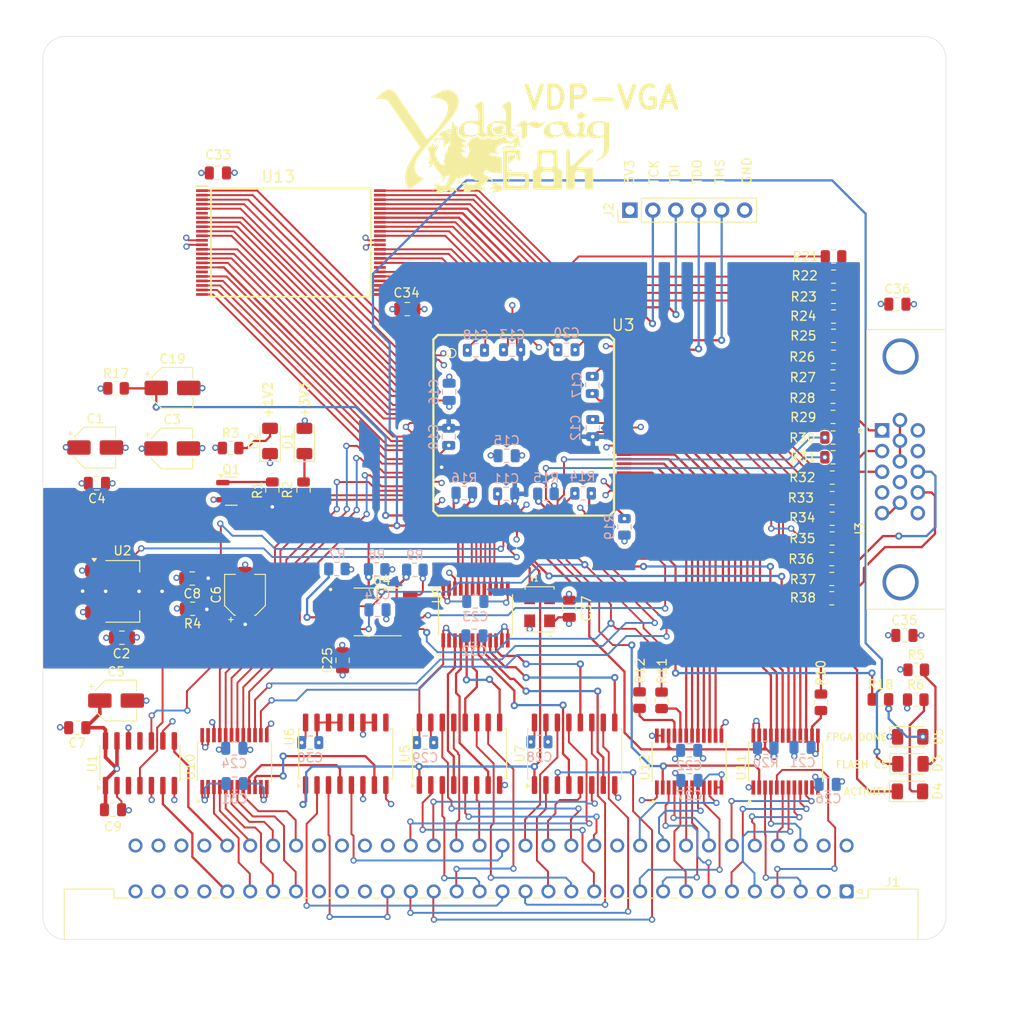
<source format=kicad_pcb>
(kicad_pcb (version 20241229) (generator "pcbnew") (generator_version "9.0")
  (layers (0 "F.Cu" signal) (4 "In1.Cu" power) (6 "In2.Cu" power) (2 "B.Cu" signal) (13 "F.Paste" user) (15 "B.Paste" user) (5 "F.SilkS" user "F.Silkscreen") (7 "B.SilkS" user "B.Silkscreen") (1 "F.Mask" user) (3 "B.Mask" user) (25 "Edge.Cuts" user))
  (net 0 "")
  (net 1 "GND")
  (net 2 "+3V3")
  (net 3 "+5V")
  (net 4 "+1V2")
  (net 5 "/FPGA/FPGA_PROGB")
  (net 6 "/FPGA/~{LED1}")
  (net 7 "/~{CPU_DATACS}")
  (net 8 "/~{CPU_RESET}")
  (net 9 "/~{CPU_UDS}")
  (net 10 "Net-(D1-K)")
  (net 12 "Net-(D2-A)")
  (net 13 "/CPU_A18")
  (net 14 "/CPU_A16")
  (net 15 "/CPU_A14")
  (net 16 "/CPU_A12")
  (net 17 "/CPU_A10")
  (net 18 "/CPU_A8")
  (net 19 "/CPU_A6")
  (net 20 "/CPU_A4")
  (net 21 "/CPU_A2")
  (net 22 "/CPU_D15")
  (net 23 "/CPU_D13")
  (net 24 "/CPU_D11")
  (net 25 "/CPU_D9")
  (net 26 "/CPU_D7")
  (net 27 "/CPU_D5")
  (net 28 "/CPU_D3")
  (net 29 "/CPU_D1")
  (net 30 "Net-(D3-A)")
  (net 31 "Net-(J1-~{IRQ})")
  (net 35 "/~{CPU_REGCS}")
  (net 36 "/CPU_R~{W}")
  (net 37 "/~{CPU_LDS}")
  (net 39 "/CPU_A19")
  (net 40 "/CPU_A17")
  (net 41 "/CPU_A15")
  (net 42 "/CPU_A13")
  (net 43 "/CPU_A11")
  (net 44 "/CPU_A9")
  (net 45 "/CPU_A7")
  (net 46 "/CPU_A5")
  (net 47 "/CPU_A3")
  (net 48 "/CPU_A1")
  (net 49 "/CPU_D14")
  (net 50 "/CPU_D12")
  (net 51 "/CPU_D10")
  (net 52 "/CPU_D8")
  (net 53 "/CPU_D6")
  (net 54 "/CPU_D4")
  (net 55 "/CPU_D2")
  (net 56 "/CPU_D0")
  (net 59 "Net-(J1-~{ACK})")
  (net 63 "/FPGA/TCK")
  (net 64 "/FPGA/TDO")
  (net 65 "/FPGA/TDI")
  (net 66 "/FPGA/TMS")
  (net 67 "Net-(J3-Pad1)")
  (net 70 "Net-(J3-Pad2)")
  (net 74 "Net-(J3-Pad3)")
  (net 75 "Net-(J3-Pad14)")
  (net 76 "Net-(J3-Pad13)")
  (net 77 "Net-(U4-WP{slash}IO2)")
  (net 78 "/FPGA/~{FLASH_CS}")
  (net 79 "Net-(U4-HOLD{slash}IO3)")
  (net 80 "/FPGA/D7")
  (net 81 "/FPGA/FPGA_M0")
  (net 82 "/FPGA/FLASH_DI")
  (net 83 "/FPGA/D9")
  (net 84 "/FPGA/D8")
  (net 85 "/FPGA/FLASH_DO")
  (net 86 "/FPGA/FPGA_M1")
  (net 87 "/FPGA/FPGA_INITB")
  (net 88 "/FPGA/FPGA_DONE")
  (net 89 "Net-(U3C-SUSPEND)")
  (net 90 "/FPGA/~{CPU_DATAEN}")
  (net 91 "/FPGA/R0")
  (net 92 "/FPGA/R1")
  (net 93 "/FPGA/R2")
  (net 94 "/FPGA/R3")
  (net 95 "/FPGA/R4")
  (net 96 "/FPGA/G0")
  (net 97 "/FPGA/G1")
  (net 98 "/FPGA/G2")
  (net 99 "/FPGA/G3")
  (net 100 "/FPGA/G4")
  (net 101 "/FPGA/G5")
  (net 102 "/FPGA/B0")
  (net 103 "/FPGA/B1")
  (net 104 "/FPGA/B2")
  (net 105 "/FPGA/B3")
  (net 106 "/FPGA/B4")
  (net 107 "/FPGA/HSYNC")
  (net 108 "/FPGA/VSYNC")
  (net 110 "/~{CPU_DTACK}")
  (net 111 "/~{CPU_IRQ}")
  (net 113 "/FPGA/SRAM_A18")
  (net 114 "/FPGA/D14")
  (net 115 "/FPGA/SRAM_D14")
  (net 116 "/FPGA/A3")
  (net 117 "/FPGA/SRAM_D0")
  (net 118 "/FPGA/D5")
  (net 119 "/FPGA/A6")
  (net 120 "/FPGA/A0")
  (net 121 "/FPGA/~{SRAM_WE}")
  (net 122 "/FPGA/A1")
  (net 123 "/FPGA/SRAM_A14")
  (net 124 "/FPGA/SRAM_D4")
  (net 125 "/FPGA/SRAM_A8")
  (net 126 "/FPGA/A2")
  (net 127 "/FPGA/D15")
  (net 128 "/FPGA/~{LDS}")
  (net 129 "/FPGA/DATA_DIR")
  (net 130 "/FPGA/SRAM_A1")
  (net 131 "/FPGA/~{SRAM_OE}")
  (net 132 "/FPGA/SRAM_A7")
  (net 133 "/FPGA/D1")
  (net 134 "/FPGA/SRAM_A15")
  (net 135 "/FPGA/A5")
  (net 136 "/FPGA/SRAM_A9")
  (net 137 "/FPGA/D12")
  (net 138 "/FPGA/SRAM_A17")
  (net 139 "/FPGA/A8")
  (net 140 "/FPGA/SRAM_A3")
  (net 141 "/FPGA/SRAM_A10")
  (net 142 "/FPGA/SRAM_D7")
  (net 143 "/FPGA/SRAM_D8")
  (net 144 "/FPGA/SRAM_A0")
  (net 145 "/FPGA/SRAM_A19")
  (net 146 "/FPGA/D11")
  (net 147 "/FPGA/ADDR_MUX")
  (net 148 "/FPGA/D3")
  (net 149 "/FPGA/~{SRAM_UB}")
  (net 150 "/FPGA/SRAM_A13")
  (net 151 "/FPGA/~{UDS}")
  (net 152 "/FPGA/SRAM_A5")
  (net 153 "/FPGA/~{RESET}")
  (net 154 "/FPGA/~{SRAM_LB}")
  (net 155 "/FPGA/SRAM_D12")
  (net 156 "/FPGA/SRAM_D9")
  (net 157 "/FPGA/~{REGCS}")
  (net 158 "/FPGA/D6")
  (net 159 "/FPGA/FLASH_CLK")
  (net 160 "/FPGA/SRAM_D15")
  (net 161 "/FPGA/~{DATACS}")
  (net 162 "/FPGA/SRAM_A11")
  (net 163 "/FPGA/SRAM_D13")
  (net 164 "/FPGA/SRAM_D1")
  (net 165 "/FPGA/SRAM_A4")
  (net 166 "/FPGA/SRAM_D11")
  (net 167 "/FPGA/SRAM_D6")
  (net 168 "/FPGA/SRAM_D3")
  (net 169 "/FPGA/SRAM_A2")
  (net 170 "/FPGA/SRAM_A12")
  (net 171 "/FPGA/SRAM_D10")
  (net 172 "/FPGA/D10")
  (net 173 "/FPGA/D0")
  (net 174 "/FPGA/SRAM_D5")
  (net 175 "/FPGA/SRAM_A6")
  (net 176 "/FPGA/CLK_25MHZ")
  (net 177 "/FPGA/~{SRAM_CS}")
  (net 178 "/FPGA/D2")
  (net 179 "/FPGA/A4")
  (net 180 "/FPGA/D13")
  (net 182 "/FPGA/R~{W}")
  (net 183 "/FPGA/A9")
  (net 184 "/FPGA/D4")
  (net 185 "/FPGA/SRAM_D2")
  (net 186 "/FPGA/A7")
  (net 187 "/FPGA/SRAM_A16")
  (net 188 "/Level Translators/MUX_A2")
  (net 189 "/Level Translators/MUX_A1")
  (net 190 "/Level Translators/MUX_A0")
  (net 191 "/Level Translators/MUX_A3")
  (net 192 "/Level Translators/MUX_A9")
  (net 193 "/Level Translators/MUX_A8")
  (net 196 "/Level Translators/MUX_A7")
  (net 197 "/Level Translators/MUX_A5")
  (net 198 "/Level Translators/MUX_A6")
  (net 199 "/Level Translators/MUX_A4")
  (net 202 "Net-(D4-A)")
  (net 203 "Net-(D5-A)")
  (net 204 "Net-(Q1-B)")
  (net 205 "Net-(Q1-C)")
  (footprint "Ddraig:DIN41612_C_2x32_Male_Horizontal_THT" (layer "F.Cu") (at 188.995 144.6784 180)
    (property "Reference" "J1")
    (property "Value" "D68K_64PIN_BOARD")
  )
  (footprint "Resistor_SMD:R_0805_2012Metric" (layer "F.Cu") (at 187.4951 94.4228)
    (property "Reference" "R30")
    (property "Value" "8K")
  )
  (footprint "Connector_Dsub:DSUB-15-HD_Female_Horizontal_P2.29x1.98mm_EdgePinOffset3.03mm_Housed_MountingHolesOffset4.94mm" (layer "F.Cu") (at 192.9204 93.6306 90)
    (property "Reference" "J3")
    (property "Value" "DE15_Receptacle_HighDensity")
  )
  (footprint "Resistor_SMD:R_0805_2012Metric" (layer "F.Cu") (at 187.3935 101.1284)
    (property "Reference" "R33")
    (property "Value" "1K")
  )
  (footprint "Resistor_SMD:R_0805_2012Metric" (layer "F.Cu") (at 196.6995 120.142)
    (property "Reference" "R5")
    (property "Value" "390R")
  )
  (footprint "Capacitor_SMD:C_0805_2012Metric" (layer "F.Cu") (at 116.5352 110.0328 180)
    (property "Reference" "C8")
    (property "Value" "100nF")
  )
  (footprint "Capacitor_SMD:CP_Elec_4x5.3" (layer "F.Cu") (at 114.3174 95.6306)
    (property "Reference" "C3")
    (property "Value" "47uF")
  )
  (footprint "Package_TO_SOT_SMD:SOT-223-3_TabPin2" (layer "F.Cu") (at 108.8132 111.4552)
    (property "Reference" "U2")
    (property "Value" "LD1117S12TR_SOT223")
  )
  (footprint "Resistor_SMD:R_0805_2012Metric" (layer "F.Cu") (at 128.8584 100.2599 -90)
    (property "Reference" "R2")
    (property "Value" "390R")
  )
  (footprint "Ddraig:SOP50P2000X120-48N" (layer "F.Cu") (at 127.4624 72.831)
    (property "Reference" "U13")
    (property "Value" "IS61WV102416FBLL-10TLI" (hide yes))
  )
  (footprint "Package_SO:SO-16_5.3x10.2mm_P1.27mm" (layer "F.Cu") (at 146.13 129.4375 90)
    (property "Reference" "U5")
    (property "Value" "SN74LS157NSR")
  )
  (footprint "Package_SO:SO-16_5.3x10.2mm_P1.27mm" (layer "F.Cu") (at 133.53 129.4375 90)
    (property "Reference" "U6")
    (property "Value" "SN74LS157NSR")
  )
  (footprint "Resistor_SMD:R_0805_2012Metric" (layer "F.Cu") (at 196.6487 123.444)
    (property "Reference" "R6")
    (property "Value" "390R")
  )
  (footprint "Resistor_SMD:R_0805_2012Metric" (layer "F.Cu") (at 120.7831 95.5844)
    (property "Reference" "R3")
    (property "Value" "390R")
  )
  (footprint "Capacitor_SMD:C_0805_2012Metric" (layer "F.Cu") (at 107.762 135.636)
    (property "Reference" "C9")
    (property "Value" "100nF")
  )
  (footprint "Resistor_SMD:R_0805_2012Metric" (layer "F.Cu") (at 187.5459 74.3712)
    (property "Reference" "R21")
    (property "Value" "499R")
  )
  (footprint "Ddraig:SOP65P640X120-24N" (layer "F.Cu") (at 182.2386 130.3022 90)
    (property "Reference" "U11")
    (property "Value" "SN74LVC8T245PWR")
  )
  (footprint "Connector_PinHeader_2.54mm:PinHeader_1x06_P2.54mm_Vertical" (layer "F.Cu") (at 164.9984 69.2404 90)
    (property "Reference" "J2")
    (property "Value" "JTAG")
  )
  (footprint "Resistor_SMD:R_0805_2012Metric" (layer "F.Cu") (at 187.3935 103.4144)
    (property "Reference" "R34")
    (property "Value" "2K")
  )
  (footprint "Ddraig:SOP65P640X120-24N" (layer "F.Cu") (at 171.558 130.3022 90)
    (property "Reference" "U12")
    (property "Value" "SN74LVC8T245PWR")
  )
  (footprint "Resistor_SMD:R_0805_2012Metric" (layer "F.Cu") (at 187.4031 98.8568)
    (property "Reference" "R32")
    (property "Value" "499R")
  )
  (footprint "Capacitor_SMD:CP_Elec_4x5.3" (layer "F.Cu") (at 114.35 88.925)
    (property "Reference" "C19")
    (property "Value" "0.1uF")
  )
  (footprint "Resistor_SMD:R_0805_2012Metric" (layer "F.Cu") (at 187.5459 81.026)
    (property "Reference" "R24")
    (property "Value" "4K")
  )
  (footprint "Capacitor_SMD:C_0805_2012Metric" (layer "F.Cu") (at 103.8 126.55 180)
    (property "Reference" "C7")
    (property "Value" "100nF")
  )
  (footprint "Resistor_SMD:R_0805_2012Metric" (layer "F.Cu") (at 187.5459 78.8416)
    (property "Reference" "R23")
    (property "Value" "2K")
  )
  (footprint "Package_SO:SO-16_5.3x10.2mm_P1.27mm" (layer "F.Cu") (at 158.875 129.4375 90)
    (property "Reference" "U7")
    (property "Value" "SN74LS157NSR")
  )
  (footprint "Capacitor_SMD:C_0805_2012Metric" (layer "F.Cu") (at 194.6148 79.6544)
    (property "Reference" "C36")
    (property "Value" "100nF")
  )
  (footprint "Resistor_SMD:R_0805_2012Metric" (layer "F.Cu") (at 125.404 100.2561 90)
    (property "Reference" "R1")
    (property "Value" "390R")
  )
  (footprint "Capacitor_SMD:C_0805_2012Metric" (layer "F.Cu") (at 133.1841 119.0878 90)
    (property "Reference" "C25")
    (property "Value" "100nF")
  )
  (footprint "Capacitor_SMD:CP_Elec_4x5.3" (layer "F.Cu") (at 122.3772 111.8328 90)
    (property "Reference" "C6")
    (property "Value" "10uF")
  )
  (footprint "LED_SMD:LED_1206_3216Metric" (layer "F.Cu") (at 196.0088 133.604)
    (property "Reference" "D4")
    (property "Value" "LED")
  )
  (footprint "Resistor_SMD:R_0805_2012Metric" (layer "F.Cu") (at 108.0997 88.9758)
    (property "Reference" "R17")
    (property "Value" "10K")
  )
  (footprint "Resistor_SMD:R_0805_2012Metric" (layer "F.Cu") (at 186.15 123.7375 90)
    (property "Reference" "R10")
    (property "Value" "0R")
  )
  (footprint "Resistor_SMD:R_0805_2012Metric" (layer "F.Cu") (at 187.3523 112.2172)
    (property "Reference" "R38")
    (property "Value" "82.5R")
  )
  (footprint "Capacitor_SMD:C_0805_2012Metric" (layer "F.Cu") (at 119.375 65.125 180)
    (property "Reference" "C33")
    (property "Value" "100nF")
  )
  (footprint "Capacitor_SMD:C_0805_2012Metric" (layer "F.Cu") (at 108.7526 116.586)
    (property "Reference" "C2")
    (property "Value" "100nF")
  )
  (footprint "Resistor_SMD:R_0805_2012Metric" (layer "F.Cu") (at 187.4951 92.1368)
    (property "Reference" "R29")
    (property "Value" "4K")
  )
  (footprint "Ddraig:TQ144" (layer "F.Cu") (at 153.2382 93.0656)
    (property "Reference" "U3")
    (property "Value" "XC6SLX9-TQG144")
  )
  (footprint "Capacitor_SMD:CP_Elec_4x5.3" (layer "F.Cu") (at 108.1058 123.5456)
    (property "Reference" "C5")
    (property "Value" "47uF")
  )
  (footprint "Capacitor_SMD:C_0805_2012Metric" (layer "F.Cu") (at 158.2844 113.379 90)
    (property "Reference" "C37")
    (property "Value" "100nF")
  )
  (footprint "Resistor_SMD:R_0805_2012Metric" (layer "F.Cu") (at 187.4951 96.6072)
    (property "Reference" "R31")
    (property "Value" "16K")
  )
  (footprint "Resistor_SMD:R_0805_2012Metric" (layer "F.Cu") (at 187.4951 89.9016)
    (property "Reference" "R28")
    (property "Value" "2K")
  )
  (footprint "Capacitor_SMD:C_0805_2012Metric" (layer "F.Cu") (at 195.392 116.332)
    (property "Reference" "C35")
    (property "Value" "100nF")
  )
  (footprint "Ddraig:SOIC127P790X195-8N" (layer "F.Cu") (at 137.067 113.7286)
    (property "Reference" "U4")
    (property "Value" "W25Q64JVSSIM")
  )
  (footprint "LED_SMD:LED_1206_3216Metric" (layer "F.Cu") (at 128.96 94.8 90)
    (property "Reference" "D1")
    (property "Value" "LED")
  )
  (footprint "Resistor_SMD:R_0805_2012Metric" (layer "F.Cu") (at 166.0652 123.4948 90)
    (property "Reference" "R12")
    (property "Value" "0R")
  )
  (footprint "Capacitor_SMD:C_0805_2012Metric" (layer "F.Cu") (at 105.9794 99.4914 180)
    (property "Reference" "C4")
    (property "Value" "100nF")
  )
  (footprint "Ddraig:SOP65P640X120-24N" (layer "F.Cu") (at 147.9 114.02 90)
    (property "Reference" "U9")
    (property "Value" "SN74LVC8T245PWR")
  )
  (footprint "Resistor_SMD:R_0805_2012Metric" (layer "F.Cu") (at 187.3935 105.5988)
    (property "Reference" "R35")
    (property "Value" "4K")
  )
  (footprint "LED_SMD:LED_1206_3216Metric" (layer "F.Cu") (at 125.15 94.8 90)
    (property "Reference" "D2")
    (property "Value" "LED")
  )
  (footprint "Package_SO:SO-14_3.9x8.65mm_P1.27mm" (layer "F.Cu") (at 110.744 130.491 90)
    (property "Reference" "U1")
    (property "Value" "SN74LS125ADR")
  )
  (footprint "LED_SMD:LED_1206_3216Metric" (layer "F.Cu") (at 196.0596 130.556)
    (property "Reference" "D3")
    (property "Value" "LED")
  )
  (footprint "Ddraig:SOP65P640X120-24N" (layer "F.Cu") (at 121.2138 130.2518 90)
    (property "Reference" "U10")
    (property "Value" "SN74LVC8T245PWR")
  )
  (footprint "Capacitor_SMD:CP_Elec_4x5.3" (layer "F.Cu") (at 105.7898 95.529)
    (property "Reference" "C1")
    (property "Value" "47uF")
  )
  (footprint "Resistor_SMD:R_0805_2012Metric" (layer "F.Cu") (at 168.5036 123.5202 90)
    (property "Reference" "R11")
    (property "Value" "0R")
  )
  (footprint "Ddraig:Ddraig68k-26mm" (layer "F.Cu") (at 149.944175 61.42019)
    (property "Reference" "Z1" (hide yes))
    (property "Value" "~" (hide yes))
  )
  (footprint "Resistor_SMD:R_0805_2012Metric" (layer "F.Cu") (at 187.5459 76.6064)
    (property "Reference" "R22")
    (property "Value" "1K")
  )
  (footprint "Resistor_SMD:R_0805_2012Metric" (layer "F.Cu") (at 116.5841 113.3856 180)
    (property "Reference" "R4")
    (property "Value" "120R")
  )
  (footprint "Resistor_SMD:R_0805_2012Metric" (layer "F.Cu") (at 187.3523 110.0836)
    (property "Reference" "R37")
    (property "Value" "82.5R")
  )
  (footprint "Package_TO_SOT_SMD:SOT-23" (layer "F.Cu") (at 120.8597 100.3596)
    (property "Reference" "Q1")
    (property "Value" "BC847")
  )
  (footprint "Resistor_SMD:R_0805_2012Metric" (layer "F.Cu") (at 187.4951 87.6664)
    (property "Reference" "R27")
    (property "Value" "1K")
  )
  (footprint "Capacitor_SMD:C_0805_2012Metric" (layer "F.Cu") (at 140.35 80.2 180)
    (property "Reference" "C34")
    (property "Value" "100nF")
  )
  (footprint "Resistor_SMD:R_0805_2012Metric" (layer "F.Cu") (at 187.5459 85.482)
    (property "Reference" "R26")
    (property "Value" "499R")
  )
  (footprint "Resistor_SMD:R_0805_2012Metric" (layer "F.Cu") (at 187.5421 83.1596)
    (property "Reference" "R25")
    (property "Value" "8K")
  )
  (footprint "Ddraig:OSC_ECS-3963" (layer "F.Cu") (at 155 113.445 90)
    (property "Reference" "Y1")
    (property "Value" "ECS-3963")
  )
  (footprint "Resistor_SMD:R_0805_2012Metric" (layer "F.Cu") (at 187.3427 107.8848)
    (property "Reference" "R36")
    (property "Value" "8K")
  )
  (footprint "LED_SMD:LED_1206_3216Metric" (layer "F.Cu") (at 196.0342 127.5588)
    (property "Reference" "D5")
    (property "Value" "LED")
  )
  (footprint "Resistor_SMD:R_0805_2012Metric" (layer "F.Cu") (at 192.7352 123.4186)
    (property "Reference" "R18")
    (property "Value" "390R")
  )
  (footprint "Capacitor_SMD:C_0805_2012Metric" (layer "B.Cu") (at 184.1144 128.7272)
    (property "Reference" "C21")
    (property "Value" "100nF")
  )
  (footprint "Capacitor_SMD:C_0805_2012Metric" (layer "B.Cu") (at 160.833 88.6004 -90)
    (property "Reference" "C17")
    (property "Value" "100nF")
  )
  (footprint "Capacitor_SMD:C_0805_2012Metric" (layer "B.Cu") (at 171.5618 129.0574)
    (property "Reference" "C22")
    (property "Value" "100nF")
  )
  (footprint "Resistor_SMD:R_0805_2012Metric" (layer "B.Cu") (at 141.1875 109.075 180)
    (property "Reference" "R9")
    (property "Value" "10K")
  )
  (footprint "Capacitor_SMD:C_0805_2012Metric" (layer "B.Cu") (at 160.8838 93.3756 90)
    (property "Reference" "C12")
    (property "Value" "100nF")
  )
  (footprint "Resistor_SMD:R_0805_2012Metric" (layer "B.Cu") (at 146.6617 100.5536 180)
    (property "Reference" "R16")
    (property "Value" "10K")
  )
  (footprint "Resistor_SMD:R_0805_2012Metric" (layer "B.Cu") (at 136.9625 109.025 180)
    (property "Reference" "R8")
    (property "Value" "10K")
  )
  (footprint "Capacitor_SMD:C_0805_2012Metric" (layer "B.Cu") (at 157.973 84.704)
    (property "Reference" "C20")
    (property "Value" "100nF")
  )
  (footprint "Capacitor_SMD:C_0805_2012Metric" (layer "B.Cu") (at 151.2978 100.6552 180)
    (property "Reference" "C11")
    (property "Value" "100nF")
  )
  (footprint "Capacitor_SMD:C_0805_2012Metric" (layer "B.Cu") (at 147.945 84.7548 180)
    (property "Reference" "C18")
    (property "Value" "100nF")
  )
  (footprint "Capacitor_SMD:C_0805_2012Metric" (layer "B.Cu") (at 129.6 128.2)
    (property "Reference" "C30")
    (property "Value" "100nF")
  )
  (footprint "Capacitor_SMD:C_0805_2012Metric" (layer "B.Cu") (at 137.05 113.5 180)
    (property "Reference" "C14")
    (property "Value" "100nF")
  )
  (footprint "Capacitor_SMD:C_0805_2012Metric" (layer "B.Cu") (at 121.1936 128.8288)
    (property "Reference" "C24")
    (property "Value" "100nF")
  )
  (footprint "Resistor_SMD:R_0805_2012Metric" (layer "B.Cu") (at 164.389 104.3147 -90)
    (property "Reference" "R19")
    (property "Value" "10K")
  )
  (footprint "Resistor_SMD:R_0805_2012Metric" (layer "B.Cu") (at 159.8151 100.6044)
    (property "Reference" "R14")
    (property "Value" "10K")
  )
  (footprint "Capacitor_SMD:C_0805_2012Metric" (layer "B.Cu") (at 154.975 128.125)
    (property "Reference" "C28")
    (property "Value" "100nF")
  )
  (footprint "Resistor_SMD:R_0805_2012Metric" (layer "B.Cu") (at 180.0371 128.778)
    (property "Reference" "R20")
    (property "Value" "10K")
  )
  (footprint "Resistor_SMD:R_0805_2012Metric" (layer "B.Cu") (at 132.5625 108.975 180)
    (property "Reference" "R7")
    (property "Value" "10K")
  )
  (footprint "Capacitor_SMD:C_0805_2012Metric" (layer "B.Cu") (at 151.9582 84.704 180)
    (property "Reference" "C13")
    (property "Value" "100nF")
  )
  (footprint "Capacitor_SMD:C_0805_2012Metric" (layer "B.Cu") (at 144.9834 89.3624 -90)
    (property "Reference" "C16")
    (property "Value" "100nF")
  )
  (footprint "Capacitor_SMD:C_0805_2012Metric" (layer "B.Cu") (at 144.9326 94.3408 -90)
    (property "Reference" "C10")
    (property "Value" "100nF")
  )
  (footprint "Capacitor_SMD:C_0805_2012Metric" (layer "B.Cu") (at 147.7818 116.382)
    (property "Reference" "C32")
    (property "Value" "100nF")
  )
  (footprint "Capacitor_SMD:C_0805_2012Metric" (layer "B.Cu") (at 121.2444 132.7404)
    (property "Reference" "C31")
    (property "Value" "100nF")
  )
  (footprint "Capacitor_SMD:C_0805_2012Metric" (layer "B.Cu") (at 151.3486 96.4388 180)
    (property "Reference" "C15")
    (property "Value" "100nF")
  )
  (footprint "Capacitor_SMD:C_0805_2012Metric" (layer "B.Cu") (at 171.5872 132.3848)
    (property "Reference" "C27")
    (property "Value" "100nF")
  )
  (footprint "Capacitor_SMD:C_0805_2012Metric" (layer "B.Cu") (at 142.325 128.2)
    (property "Reference" "C29")
    (property "Value" "100nF")
  )
  (footprint "Capacitor_SMD:C_0805_2012Metric" (layer "B.Cu") (at 147.8834 112.572)
    (property "Reference" "C23")
    (property "Value" "100nF")
  )
  (footprint "Resistor_SMD:R_0805_2012Metric" (layer "B.Cu") (at 155.7003 100.6552)
    (property "Reference" "R15")
    (property "Value" "10K")
  )
  (footprint "Capacitor_SMD:C_0805_2012Metric" (layer "B.Cu") (at 186.9 132.825 180)
    (property "Reference" "C26")
    (property "Value" "100nF")
  )
  (gr_line (start 197.5 50) (end 102.5 50) (stroke (width 0.05)) (layer "Edge.Cuts"))
  (gr_line (start 100 52.5) (end 100 147.5) (stroke (width 0.05)) (layer "Edge.Cuts"))
  (gr_line (start 102.5 150) (end 197.5 150) (stroke (width 0.05)) (layer "Edge.Cuts"))
  (gr_line (start 200 147.5) (end 200 52.5) (stroke (width 0.05)) (layer "Edge.Cuts"))
  (gr_arc (start 200 147.5) (mid 199.267767 149.267767) (end 197.5 150) (stroke (width 0.05)) (layer "Edge.Cuts"))
  (gr_arc (start 197.5 50) (mid 199.267767 50.732233) (end 200 52.5) (stroke (width 0.05)) (layer "Edge.Cuts"))
  (gr_arc (start 102.5 150) (mid 100.732233 149.267767) (end 100 147.5) (stroke (width 0.05)) (layer "Edge.Cuts"))
  (gr_arc (start 100 52.5) (mid 100.732233 50.732233) (end 102.5 50) (stroke (width 0.05)) (layer "Edge.Cuts"))
  (gr_text "+3V3" (at 129.5696 92.384 90) (layer "F.SilkS") (effects (font (size 1 1) (thickness 0.2) (bold yes)) (justify left bottom)))
  (gr_text "TCK" (at 167.6544 66.5134 90) (layer "F.SilkS") (effects (font (size 1 1)) (justify left)))
  (gr_text "ACTIVITY" (at 188.6 134.112 0) (layer "F.SilkS") (effects (font (size 0.8 0.8)) (justify left bottom)))
  (gr_text "VDP-VGA" (at 161.8488 56.7944 0) (layer "F.SilkS") (effects (font (size 2.5 2.5) (thickness 0.45) (bold yes))))
  (gr_text "TDO\n" (at 172.4544 66.5134 90) (layer "F.SilkS") (effects (font (size 1 1)) (justify left)))
  (gr_text "3V3\n" (at 164.9544 66.5134 90) (layer "F.SilkS") (effects (font (size 1 1)) (justify left)))
  (gr_text "FLASH CS" (at 187.7 131.1 0) (layer "F.SilkS") (effects (font (size 0.8 0.8)) (justify left bottom)))
  (gr_text "+1V2\n" (at 125.5056 92.384 90) (layer "F.SilkS") (effects (font (size 1 1) (thickness 0.2) (bold yes)) (justify left bottom)))
  (gr_text "FPGA DONE\n\n" (at 186.6 129.35 0) (layer "F.SilkS") (effects (font (size 0.8 0.8)) (justify left bottom)))
  (gr_text "TDI" (at 169.9544 66.5134 90) (layer "F.SilkS") (effects (font (size 1 1)) (justify left)))
  (gr_text "GND" (at 177.9544 66.5134 90) (layer "F.SilkS") (effects (font (size 1 1)) (justify left)))
  (gr_text "TMS" (at 174.9544 66.5134 90) (layer "F.SilkS") (effects (font (size 1 1)) (justify left)))
  (segment (start 124.1388 134.2388) (end 124.45 134.55) (width 0.21) (layer "F.Cu") (net 1))
  (segment (start 148.4882 83.0618) (end 146.995 84.555) (width 0.21) (layer "F.Cu") (net 1))
  (segment (start 151.475 116.89) (end 151.475 115.725) (width 0.21) (layer "F.Cu") (net 1))
  (segment (start 174.483 133.1722) (end 175.133 133.1722) (width 0.21) (layer "F.Cu") (net 1))
  (segment (start 119.9222 101.3096) (end 118.9096 101.3096) (width 0.21) (layer "F.Cu") (net 1))
  (segment (start 164.3382 90.3156) (end 161.5982 90.3156) (width 0.21) (layer "F.Cu") (net 1))
  (segment (start 137.975 134.425) (end 137.975 132.9) (width 0.21) (layer "F.Cu") (net 1))
  (segment (start 108.7 134.7) (end 108.7 134.85) (width 0.21) (layer "F.Cu") (net 1))
  (segment (start 151.475 115.725) (end 151.1 115.35) (width 0.21) (layer "F.Cu") (net 1))
  (segment (start 108.7 134.85) (end 108.712 134.862) (width 0.21) (layer "F.Cu") (net 1))
  (segment (start 115.5852 110.0328) (end 114.8828 110.0328) (width 0.21) (layer "F.Cu") (net 1))
  (segment (start 192.9204 102.7906) (end 193.7554 102.7906) (width 0.254) (layer "F.Cu") (net 1))
  (segment (start 109.474 126.551) (end 109.475 126.55) (width 0.21) (layer "F.Cu") (net 1))
  (segment (start 175.133 126.417) (end 175.6 125.95) (width 0.21) (layer "F.Cu") (net 1))
  (segment (start 124.7888 134.2112) (end 124.45 134.55) (width 0.21) (layer "F.Cu") (net 1))
  (segment (start 159.9882 81.9656) (end 159.9882 83.6388) (width 0.21) (layer "F.Cu") (net 1))
  (segment (start 159.9882 104.1656) (end 159.9882 102.6882) (width 0.21) (layer "F.Cu") (net 1))
  (segment (start 114.554 134.554) (end 114.554 132.966) (width 0.21) (layer "F.Cu") (net 1))
  (segment (start 151.475 111.15) (end 151.475 112.525) (width 0.21) (layer "F.Cu") (net 1))
  (segment (start 125.15 96.2) (end 125.15 97.25) (width 0.21) (layer "F.Cu") (net 1))
  (segment (start 135.435 134.435) (end 135.45 134.45) (width 0.21) (layer "F.Cu") (net 1))
  (segment (start 122.3772 108.5228) (end 122.4 108.5) (width 0.21) (layer "F.Cu") (net 1))
  (segment (start 150.4882 100.7956) (end 150.3478 100.6552) (width 0.21) (layer "F.Cu") (net 1))
  (segment (start 145.625 110.025) (end 145 109.4) (width 0.21) (layer "F.Cu") (net 1))
  (segment (start 195.5648 79.6544) (end 196.4436 79.6544) (width 0.254) (layer "F.Cu") (net 1))
  (segment (start 150.825 116.89) (end 150.825 115.625) (width 0.21) (layer "F.Cu") (net 1))
  (segment (start 151.475 112.525) (end 151.3 112.7) (width 0.21) (layer "F.Cu") (net 1))
  (segment (start 155.7 125.975) (end 155.7 127.9) (width 0.21) (layer "F.Cu") (net 1))
  (segment (start 135.435 127.285) (end 135.45 127.3) (width 0.21) (layer "F.Cu") (net 1))
  (segment (start 193.7554 102.7906) (end 194.9004 101.6456) (width 0.254) (layer "F.Cu") (net 1))
  (segment (start 185.8136 132.2886) (end 185.525 132) (width 0.21) (layer "F.Cu") (net 1))
  (segment (start 164.3382 84.3156) (end 162.3656 84.3156) (width 0.21) (layer "F.Cu") (net 1))
  (segment (start 143.9078 96.3156) (end 144.9326 95.2908) (width 0.21) (layer "F.Cu") (net 1))
  (segment (start 162.3656 84.3156) (end 162.35 84.3) (width 0.21) (layer "F.Cu") (net 1))
  (segment (start 101.95 126.55) (end 101.9 126.5) (width 0.21) (layer "F.Cu") (net 1))
  (segment (start 185.8136 127.4322) (end 185.8136 129.1864) (width 0.21) (layer "F.Cu") (net 1))
  (segment (start 138.55 135) (end 137.975 134.425) (width 0.21) (layer "F.Cu") (net 1))
  (segment (start 114.35 125.85) (end 113.284 126.916) (width 0.21) (layer "F.Cu") (net 1))
  (segment (start 196.342 116.332) (end 197.2564 116.332) (width 0.254) (layer "F.Cu") (net 1))
  (segment (start 146.995 84.555) (end 146.995 84.7548) (width 0.21) (layer "F.Cu") (net 1))
  (segment (start 151.4882 81.9656) (end 151.4882 84.224) (width 0.21) (layer "F.Cu") (net 1))
  (segment (start 142.955 127.88) (end 143.275 128.2) (width 0.21) (layer "F.Cu") (net 1))
  (segment (start 109.129 95.529) (end 109.15 95.55) (width 0.21) (layer "F.Cu") (net 1))
  (segment (start 136.075 115.625) (end 136.0664 115.6336) (width 0.21) (layer "F.Cu") (net 1))
  (segment (start 175.133 127.4322) (end 175.133 126.417) (width 0.21) (layer "F.Cu") (net 1))
  (segment (start 194.9004 97.0656) (end 194.9004 92.4856) (width 0.254) (layer "F.Cu") (net 1))
  (segment (start 109.436 135.636) (end 109.5 135.7) (width 0.21) (layer "F.Cu") (net 1))
  (segment (start 194.6342 127.5588) (end 193.7588 127.5588) (width 0.21) (layer "F.Cu") (net 1))
  (segment (start 108.712 134.862) (end 108.712 135.636) (width 0.21) (layer "F.Cu") (net 1))
  (segment (start 151.4882 84.224) (end 151.0082 84.704) (width 0.21) (layer "F.Cu") (net 1))
  (segment (start 150.825 115.625) (end 151.1 115.35) (width 0.21) (layer "F.Cu") (net 1))
  (segment (start 114.8828 110.0328) (end 114.8 109.95) (width 0.21) (layer "F.Cu") (net 1))
  (segment (start 108.712 135.636) (end 109.436 135.636) (width 0.21) (layer "F.Cu") (net 1))
  (segment (start 130.355 125.975) (end 132.895 125.975) (width 0.21) (layer "F.Cu") (net 1))
  (segment (start 136.006 72.581) (end 135.725 72.3) (width 0.21) (layer "F.Cu") (net 1))
  (segment (start 175.133 133.1722) (end 175.133 131.742) (width 0.21) (layer "F.Cu") (net 1))
  (segment (start 130.355 128.005) (end 130.55 128.2) (width 0.21) (layer "F.Cu") (net 1))
  (segment (start 109.474 128.016) (end 109.474 126.551) (width 0.21) (layer "F.Cu") (net 1))
  (segment (start 108.204 134.204) (end 108.7 134.7) (width 0.21) (layer "F.Cu") (net 1))
  (segment (start 185.8136 133.1722) (end 185.8136 132.2886) (width 0.21) (layer "F.Cu") (net 1))
  (segment (start 114.8856 113.3856) (end 114.85 113.35) (width 0.21) (layer "F.Cu") (net 1))
  (segment (start 142.1382 96.3156) (end 143.9078 96.3156) (width 0.21) (layer "F.Cu") (net 1))
  (segment (start 104.3552 109.1552) (end 104.35 109.15) (width 0.21) (layer "F.Cu") (net 1))
  (segment (start 148.4882 81.9656) (end 148.4882 83.0618) (width 0.21) (layer "F.Cu") (net 1))
  (segment (start 163.32 132.9) (end 163.32 133.92) (width 0.21) (layer "F.Cu") (net 1))
  (segment (start 145.625 111.15) (end 145.625 110.025) (width 0.21) (layer "F.Cu") (net 1))
  (segment (start 135.435 125.975) (end 136.705 125.975) (width 0.21) (layer "F.Cu") (net 1))
  (segment (start 164.3382 99.8156) (end 162.6656 99.8156) (width 0.21) (layer "F.Cu") (net 1))
  (segment (start 122.3772 110.0328) (end 122.3772 108.5228) (width 0.21) (layer "F.Cu") (net 1))
  (segment (start 130.355 125.975) (end 130.355 128.005) (width 0.21) (layer "F.Cu") (net 1))
  (segment (start 104.3086 99.4914) (end 104.3 99.5) (width 0.21) (layer "F.Cu") (net 1))
  (segment (start 142.1382 90.3156) (end 144.3156 90.3156) (width 0.21) (layer "F.Cu") (net 1))
  (segment (start 116.094 73.081) (end 115.9 73.275) (width 0.21) (layer "F.Cu") (net 1))
  (segment (start 175.133 131.742) (end 175.15 131.725) (width 0.21) (layer "F.Cu") (net 1))
  (segment (start 185.8136 133.1722) (end 185.1636 133.1722) (width 0.21) (layer "F.Cu") (net 1))
  (segment (start 133.1841 118.1378) (end 133.1841 117.4378) (width 0.21) (layer "F.Cu") (net 1))
  (segment (start 164.3382 92.8156) (end 161.2738 92.8156) (width 0.21) (layer "F.Cu") (net 1))
  (segment (start 105.0294 99.4914) (end 104.3086 99.4914) (width 0.21) (layer "F.Cu") (net 1))
  (segment (start 142.955 125.975) (end 142.955 127.88) (width 0.21) (layer "F.Cu") (net 1))
  (segment (start 144.1344 85.3156) (end 144.35 85.1) (width 0.21) (layer "F.Cu") (net 1))
  (segment (start 150.575 132.9) (end 151.15 132.9) (width 0.21) (layer "F.Cu") (net 1))
  (segment (start 116.15 88.925) (end 117.625 88.925) (width 0.21) (layer "F.Cu") (net 1))
  (segment (start 115.6716 113.3856) (end 114.8856 113.3856) (width 0.21) (layer "F.Cu") (net 1))
  (segment (start 152.9882 104.1656) (end 152.9882 102.4118) (width 0.21) (layer "F.Cu") (net 1))
  (segment (start 152.9882 102.4118) (end 153.55 101.85) (width 0.21) (layer "F.Cu") (net 1))
  (segment (start 162.6656 99.8156) (end 162.1 99.25) (width 0.21) (layer "F.Cu") (net 1))
  (segment (start 137.3124 72.581) (end 136.006 72.581) (width 0.21) (layer "F.Cu") (net 1))
  (segment (start 118.9388 126.1388) (end 118.75 125.95) (width 0.21) (layer "F.Cu") (net 1))
  (segment (start 157.116 112.175) (end 156.1 112.175) (width 0.254) (layer "F.Cu") (net 1))
  (segment (start 109.9058 123.5456) (end 111.4456 123.5456) (width 0.21) (layer "F.Cu") (net 1))
  (segment (start 144.3156 90.3156) (end 145 91) (width 0.21) (layer "F.Cu") (net 1))
  (segment (start 117.6194 95.6306) (end 117.65 95.6) (width 0.21) (layer "F.Cu") (net 1))
  (segment (start 107.5898 95.529) (end 109.129 95.529) (width 0.21) (layer "F.Cu") (net 1))
  (segment (start 161.2738 92.8156) (end 160.8838 92.4256) (width 0.21) (layer "F.Cu") (net 1))
  (segment (start 117.6124 73.081) (end 116.094 73.081) (width 0.21) (layer "F.Cu") (net 1))
  (segment (start 118.425 65.125) (end 117.55 65.125) (width 0.21) (layer "F.Cu") (net 1))
  (segment (start 111.4456 123.5456) (end 111.45 123.55) (width 0.21) (layer "F.Cu") (net 1))
  (segment (start 105.6632 109.1552) (end 104.3552 109.1552) (width 0.21) (layer "F.Cu") (net 1))
  (segment (start 161.5982 90.3156) (end 160.833 89.5504) (width 0.21) (layer "F.Cu") (net 1))
  (segment (start 142.1382 85.3156) (end 144.1344 85.3156) (width 0.21) (layer "F.Cu") (net 1))
  (segment (start 124.7888 127.3818) (end 124.7888 126.5862) (width 0.21) (layer "F.Cu") (net 1))
  (segment (start 118.9388 127.3818) (end 118.9388 126.1388) (width 0.21) (layer "F.Cu") (net 1))
  (segment (start 124.7888 133.1218) (end 124.7888 134.2112) (width 0.21) (layer "F.Cu") (net 1))
  (segment (start 116.1174 95.6306) (end 117.6194 95.6306) (width 0.21) (layer "F.Cu") (net 1))
  (segment (start 158.2844 111.7686) (end 158.259 111.7432) (width 0.254) (layer "F.Cu") (net 1))
  (segment (start 159.9882 83.6388) (end 158.923 84.704) (width 0.21) (layer "F.Cu") (net 1))
  (segment (start 150.4882 104.1656) (end 150.4882 100.7956) (width 0.21) (layer "F.Cu") (net 1))
  (segment (start 117.625 88.925) (end 117.65 88.95) (width 0.21) (layer "F.Cu") (net 1))
  (segment (start 124.1388 133.1218) (end 124.1388 134.2388) (width 0.21) (layer "F.Cu") (net 1))
  (segment (start 112.014 134.514) (end 112.05 134.55) (width 0.21) (layer "F.Cu") (net 1))
  (segment (start 155.7 127.9) (end 155.925 128.125) (width 0.21) (layer "F.Cu") (net 1))
  (segment (start 113.284 126.916) (end 113.284 128.016) (width 0.21) (layer "F.Cu") (net 1))
  (segment (start 185.8136 129.1864) (end 185.55 129.45) (width 0.21) (layer "F.Cu") (net 1))
  (segment (start 108.204 132.966) (end 108.204 134.204) (width 0.21) (layer "F.Cu") (net 1))
  (segment (start 159.9882 102.6882) (end 159.5 102.2) (width 0.21) (layer "F.Cu") (net 1))
  (segment (start 158.2844 112.429) (end 158.2844 111.7686) (width 0.254) (layer "F.Cu") (net 1))
  (segment (start 135.435 125.975) (end 135.435 127.285) (width 0.21) (layer "F.Cu") (net 1))
  (segment (start 118.9096 101.3096) (end 118.9 101.3) (width 0.21) (layer "F.Cu") (net 1))
  (segment (start 136.0664 115.6336) (end 133.462 115.6336) (width 0.21) (layer "F.Cu") (net 1))
  (segment (start 135.435 132.9) (end 135.435 134.435) (width 0.21) (layer "F.Cu") (net 1))
  (segment (start 157.37 112.429) (end 157.116 112.175) (width 0.254) (layer "F.Cu") (net 1))
  (segment (start 158.2844 112.429) (end 157.37 112.429) (width 0.254) (layer "F.Cu") (net 1))
  (segment (start 110.364 116.586) (end 110.4 116.55) (width 0.21) (layer "F.Cu") (net 1))
  (segment (start 112.014 132.966) (end 112.014 134.514) (width 0.21) (layer "F.Cu") (net 1))
  (segment (start 124.7888 126.5862) (end 125.275 126.1) (width 0.21) (layer "F.Cu") (net 1))
  (segment (start 193.7588 127.5588) (end 193.75 127.55) (width 0.21) (layer "F.Cu") (net 1))
  (segment (start 102.85 126.55) (end 101.95 126.55) (width 0.21) (layer "F.Cu") (net 1))
  (segment (start 139.4 80.2) (end 138.7 80.2) (width 0.21) (layer "F.Cu") (net 1))
  (segment (start 109.7026 116.586) (end 110.364 116.586) (width 0.21) (layer "F.Cu") (net 1))
  (segment (start 163.32 133.92) (end 163.7 134.3) (width 0.21) (layer "F.Cu") (net 1))
  (via (at 117.65 95.6) (size 0.7) (drill 0.4) (layers "F.Cu" "B.Cu") (net 1))
  (via (at 114.35 125.85) (size 0.7) (drill 0.4) (layers "F.Cu" "B.Cu") (net 1))
  (via (at 175.15 131.725) (size 0.7) (drill 0.4) (layers "F.Cu" "B.Cu") (net 1))
  (via (at 160.833 89.5504) (size 0.7) (drill 0.4) (layers "F.Cu" "B.Cu") (net 1))
  (via (at 133.15 117.4) (size 0.7) (drill 0.4) (layers "F.Cu" "B.Cu") (net 1))
  (via (at 135.725 72.3) (size 0.7) (drill 0.4) (layers "F.Cu" "B.Cu") (net 1))
  (via (at 164.4 105.9) (size 0.7) (drill 0.4) (layers "F.Cu" "B.Cu") (net 1))
  (via (at 163.7 134.3) (size 0.7) (drill 0.4) (layers "F.Cu" "B.Cu") (net 1))
  (via (at 151.3 112.7) (size 0.7) (drill 0.4) (layers "F.Cu" "B.Cu") (net 1))
  (via (at 173.1 129.95) (size 0.7) (drill 0.4) (layers "F.Cu" "B.Cu") (net 1))
  (via (at 196.4436 79.6544) (size 0.7) (drill 0.4) (layers "F.Cu" "B.Cu") (net 1))
  (via (at 125.15 97.25) (size 0.7) (drill 0.4) (layers "F.Cu" "B.Cu") (net 1))
  (via (at 130.55 128.2) (size 0.7) (drill 0.4) (layers "F.Cu" "B.Cu") (net 1))
  (via (at 146.995 84.7548) (size 0.7) (drill 0.4) (layers "F.Cu" "B.Cu") (net 1))
  (via (at 135.45 127.3) (size 0.7) (drill 0.4) (layers "F.Cu" "B.Cu") (net 1))
  (via (at 135.45 134.45) (size 0.7) (drill 0.4) (layers "F.Cu" "B.Cu") (net 1))
  (via (at 144.9326 95.2908) (size 0.7) (drill 0.4) (layers "F.Cu" "B.Cu") (net 1))
  (via (at 104.35 109.15) (size 0.7) (drill 0.4) (layers "F.Cu" "B.Cu") (net 1))
  (via (at 158.259 111.7432) (size 0.7) (drill 0.4) (layers "F.Cu" "B.Cu") (net 1))
  (via (at 151.15 132.9) (size 0.7) (drill 0.4) (layers "F.Cu" "B.Cu") (net 1))
  (via (at 104.3 99.5) (size 0.7) (drill 0.4) (layers "F.Cu" "B.Cu") (net 1))
  (via (at 138.55 135) (size 0.7) (drill 0.4) (layers "F.Cu" "B.Cu") (net 1))
  (via (at 114.8 109.95) (size 0.7) (drill 0.4) (layers "F.Cu" "B.Cu") (net 1))
  (via (at 109.15 95.55) (size 0.7) (drill 0.4) (layers "F.Cu" "B.Cu") (net 1))
  (via (at 150.3478 100.6552) (size 0.7) (drill 0.4) (layers "F.Cu" "B.Cu") (net 1))
  (via (at 145 91) (size 0.7) (drill 0.4) (layers "F.Cu" "B.Cu") (net 1))
  (via (at 175.6 125.95) (size 0.7) (drill 0.4) (layers "F.Cu" "B.Cu") (net 1))
  (via (at 151.1 115.35) (size 0.7) (drill 0.4) (layers "F.Cu" "B.Cu") (net 1))
  (via (at 185.525 132) (size 0.7) (drill 0.4) (layers "F.Cu" "B.Cu") (net 1))
  (via (at 156.6164 99.7458) (size 0.7) (drill 0.4) (layers "F.Cu" "B.Cu") (net 1))
  (via (at 138.7 80.2) (size 0.7) (drill 0.4) (layers "F.Cu" "B.Cu") (net 1))
  (via (at 118.9 101.3) (size 0.7) (drill 0.4) (layers "F.Cu" "B.Cu") (net 1))
  (via (at 185.55 129.45) (size 0.7) (drill 0.4) (layers "F.Cu" "B.Cu") (net 1))
  (via (at 162.1 99.25) (size 0.7) (drill 0.4) (layers "F.Cu" "B.Cu") (net 1))
  (via (at 110.4 116.55) (size 0.7) (drill 0.4) (layers "F.Cu" "B.Cu") (net 1))
  (via (at 144.35 85.1) (size 0.7) (drill 0.4) (layers "F.Cu" "B.Cu") (net 1))
  (via (at 158.923 84.704) (size 0.7) (drill 0.4) (layers "F.Cu" "B.Cu") (net 1))
  (via (at 117.65 88.95) (size 0.7) (drill 0.4) (layers "F.Cu" "B.Cu") (net 1))
  (via (at 118.75 125.95) (size 0.7) (drill 0.4) (layers "F.Cu" "B.Cu") (net 1))
  (via (at 151.0082 84.704) (size 0.7) (drill 0.4) (layers "F.Cu" "B.Cu") (net 1))
  (via (at 149.6 96.4) (size 0.7) (drill 0.4) (layers "F.Cu" "B.Cu") (net 1))
  (via (at 193.75 127.55) (size 0.7) (drill 0.4) (layers "F.Cu" "B.Cu") (net 1))
  (via (at 153.55 101.85) (size 0.7) (drill 0.4) (layers "F.Cu" "B.Cu") (net 1))
  (via (at 112.05 134.55) (size 0.7) (drill 0.4) (layers "F.Cu" "B.Cu") (net 1))
  (via (at 122.4 108.5) (size 0.7) (drill 0.4) (layers "F.Cu" "B.Cu") (net 1))
  (via (at 143.275 128.2) (size 0.7) (drill 0.4) (layers "F.Cu" "B.Cu") (net 1))
  (via (at 117.55 65.125) (size 0.7) (drill 0.4) (layers "F.Cu" "B.Cu") (net 1))
  (via (at 125.275 126.1) (size 0.7) (drill 0.4) (layers "F.Cu" "B.Cu") (net 1))
  (via (at 145 109.4) (size 0.7) (drill 0.4) (layers "F.Cu" "B.Cu") (net 1))
  (via (at 160.8838 92.4256) (size 0.7) (drill 0.4) (layers "F.Cu" "B.Cu") (net 1))
  (via (at 136.075 115.625) (size 0.7) (drill 0.4) (layers "F.Cu" "B.Cu") (net 1))
  (via (at 115.9 73.275) (size 0.7) (drill 0.4) (layers "F.Cu" "B.Cu") (net 1))
  (via (at 109.5 135.7) (size 0.7) (drill 0.4) (layers "F.Cu" "B.Cu") (net 1))
  (via (at 197.2564 116.332) (size 0.7) (drill 0.4) (layers "F.Cu" "B.Cu") (net 1))
  (via (at 114.85 113.35) (size 0.7) (drill 0.4) (layers "F.Cu" "B.Cu") (net 1))
  (via (at 101.9 126.5) (size 0.7) (drill 0.4) (layers "F.Cu" "B.Cu") (net 1))
  (via (at 124.45 134.55) (size 0.7) (drill 0.4) (layers "F.Cu" "B.Cu") (net 1))
  (via (at 155.925 128.125) (size 0.7) (drill 0.4) (layers "F.Cu" "B.Cu") (net 1))
  (via (at 111.45 123.55) (size 0.7) (drill 0.4) (layers "F.Cu" "B.Cu") (net 1))
  (via (at 162.35 84.3) (size 0.7) (drill 0.4) (layers "F.Cu" "B.Cu") (net 1))
  (via (at 114.554 134.554) (size 0.7) (drill 0.4) (layers "F.Cu" "B.Cu") (net 1))
  (via (at 122.95 129) (size 0.7) (drill 0.4) (layers "F.Cu" "B.Cu") (net 1))
  (via (at 109.475 126.55) (size 0.7) (drill 0.4) (layers "F.Cu" "B.Cu") (net 1))
  (via (at 159.5 102.2) (size 0.7) (drill 0.4) (layers "F.Cu" "B.Cu") (net 1))
  (segment (start 172.5118 129.3618) (end 173.1 129.95) (width 0.21) (layer "B.Cu") (net 1))
  (segment (start 122.1436 128.8288) (end 122.7788 128.8288) (width 0.21) (layer "B.Cu") (net 1))
  (segment (start 185.525 132) (end 185.525 132.4) (width 0.21) (layer "B.Cu") (net 1))
  (segment (start 148.7318 116.382) (end 150.168 116.382) (width 0.21) (layer "B.Cu") (net 1))
  (segment (start 164.389 105.2272) (end 164.389 105.889) (width 0.21) (layer "B.Cu") (net 1))
  (segment (start 156.6128 99.7494) (end 156.6164 99.7458) (width 0.254) (layer "B.Cu") (net 1))
  (segment (start 151.172 112.572) (end 148.8334 112.572) (width 0.21) (layer "B.Cu") (net 1))
  (segment (start 150.3986 96.4388) (end 149.6388 96.4388) (width 0.21) (layer "B.Cu") (net 1))
  (segment (start 149.6388 96.4388) (end 149.6 96.4) (width 0.21) (layer "B.Cu") (net 1))
  (segment (start 136.1 115.6) (end 136.075 115.625) (width 0.21) (layer "B.Cu") (net 1))
  (segment (start 173.8 131.725) (end 173.1402 132.3848) (width 0.21) (layer "B.Cu") (net 1))
  (segment (start 144.9834 90.9834) (end 145 91) (width 0.21) (layer "B.Cu") (net 1))
  (segment (start 185.55 129.45) (end 185.55 129.2128) (width 0.21) (layer "B.Cu") (net 1))
  (segment (start 144.9834 90.3124) (end 144.9834 90.9834) (width 0.21) (layer "B.Cu") (net 1))
  (segment (start 122.7788 128.8288) (end 122.95 129) (width 0.21) (layer "B.Cu") (net 1))
  (segment (start 164.389 105.889) (end 164.4 105.9) (width 0.21) (layer "B.Cu") (net 1))
  (segment (start 151.1 115.45) (end 151.1 115.35) (width 0.21) (layer "B.Cu") (net 1))
  (segment (start 123.9904 132.7404) (end 124.45 133.2) (width 0.21) (layer "B.Cu") (net 1))
  (segment (start 136.1 113.5) (end 136.1 115.6) (width 0.21) (layer "B.Cu") (net 1))
  (segment (start 124.45 133.2) (end 124.45 134.55) (width 0.21) (layer "B.Cu") (net 1))
  (segment (start 156.6128 100.6552) (end 156.6128 99.7494) (width 0.254) (layer "B.Cu") (net 1))
  (segment (start 185.55 129.2128) (end 185.0644 128.7272) (width 0.21) (layer "B.Cu") (net 1))
  (segment (start 151.3 112.7) (end 151.172 112.572) (width 0.21) (layer "B.Cu") (net 1))
  (segment (start 173.1402 132.3848) (end 172.5372 132.3848) (width 0.21) (layer "B.Cu") (net 1))
  (segment (start 185.525 132.4) (end 185.95 132.825) (width 0.21) (layer "B.Cu") (net 1))
  (segment (start 122.1944 132.7404) (end 123.9904 132.7404) (width 0.21) (layer "B.Cu") (net 1))
  (segment (start 150.168 116.382) (end 151.1 115.45) (width 0.21) (layer "B.Cu") (net 1))
  (segment (start 175.15 131.725) (end 173.8 131.725) (width 0.21) (layer "B.Cu") (net 1))
  (segment (start 128.96 92.59) (end 129 92.55) (width 0.21) (layer "F.Cu") (net 2))
  (segment (start 144.975 111.15) (end 144.975 112.375) (width 0.21) (layer "F.Cu") (net 2))
  (segment (start 118.2888 127.3818) (end 118.2888 128.4112) (width 0.21) (layer "F.Cu") (net 2))
  (segment (start 156.1 114.715) (end 156.7096 114.715) (width 0.254) (layer "F.Cu") (net 2))
  (segment (start 105.6632 113.7552) (end 104.4552 113.7552) (width 0.21) (layer "F.Cu") (net 2))
  (segment (start 119.1344 95.5844) (end 119.1 95.55) (width 0.21) (layer "F.Cu") (net 2))
  (segment (start 193.6648 79.6544) (end 192.8114 79.6544) (width 0.254) (layer "F.Cu") (net 2))
  (segment (start 158.2844 115.0198) (end 158.259 115.0452) (width 0.254) (layer "F.Cu") (net 2))
  (segment (start 179.3136 126.1136) (end 179 125.8) (width 0.21) (layer "F.Cu") (net 2))
  (segment (start 193.6242 116.332) (end 193.5988 116.3066) (width 0.254) (layer "F.Cu") (net 2))
  (segment (start 102.579 95.529) (end 102.55 95.5) (width 0.21) (layer "F.Cu") (net 2))
  (segment (start 116.156 72.581) (end 117.6124 72.581) (width 0.21) (layer "F.Cu") (net 2))
  (segment (start 161.6678 86.8156) (end 160.833 87.6504) (width 0.21) (layer "F.Cu") (net 2))
  (segment (start 153.9882 83.4882) (end 154.925 84.425) (width 0.21) (layer "F.Cu") (net 2))
  (segment (start 107.8026 116.586) (end 107.039 116.586) (width 0.21) (layer "F.Cu") (net 2))
  (segment (start 142.075 111.525) (end 141.775 111.825) (width 0.21) (layer "F.Cu") (net 2))
  (segment (start 117.6388 127.3818) (end 117.6388 128.3888) (width 0.21) (layer "F.Cu") (net 2))
  (segment (start 194.442 116.332) (end 193.6242 116.332) (width 0.254) (layer "F.Cu") (net 2))
  (segment (start 121.2 65.125) (end 121.225 65.1) (width 0.21) (layer "F.Cu") (net 2))
  (segment (start 164.3382 86.8156) (end 161.6678 86.8156) (width 0.21) (layer "F.Cu") (net 2))
  (segment (start 167.983 127.4322) (end 167.4678 127.4322) (width 0.21) (layer "F.Cu") (net 2))
  (segment (start 155.4882 83.1692) (end 157.023 84.704) (width 0.21) (layer "F.Cu") (net 2))
  (segment (start 157.4882 104.1656) (end 157.4882 102.0188) (width 0.21) (layer "F.Cu") (net 2))
  (segment (start 144.0156 99.3156) (end 144.15 99.45) (width 0.21) (layer "F.Cu") (net 2))
  (segment (start 179.3136 127.4322) (end 179.3136 126.1136) (width 0.21) (layer "F.Cu") (net 2))
  (segment (start 143.7344 101.8156) (end 142.1382 101.8156) (width 0.21) (layer "F.Cu") (net 2))
  (segment (start 153.9882 81.9656) (end 153.9882 83.4882) (width 0.21) (layer "F.Cu") (net 2))
  (segment (start 137.3124 73.081) (end 136.069 73.081) (width 0.21) (layer "F.Cu") (net 2))
  (segment (start 178.6636 127.4322) (end 178.6636 126.1364) (width 0.21) (layer "F.Cu") (net 2))
  (segment (start 133.1841 120.0378) (end 133.1841 120.7378) (width 0.21) (layer "F.Cu") (net 2))
  (segment (start 152.4882 105.6618) (end 152.45 105.7) (width 0.21) (layer "F.Cu") (net 2))
  (segment (start 119.8706 95.5844) (end 119.1344 95.5844) (width 0.21) (layer "F.Cu") (net 2))
  (segment (start 148.9882 81.9656) (end 148.9882 84.6616) (width 0.21) (layer "F.Cu") (net 2))
  (segment (start 128.96 93.4) (end 128.96 92.59) (width 0.21) (layer "F.Cu") (net 2))
  (segment (start 192.8114 79.6544) (end 192.786 79.629) (width 0.254) (layer "F.Cu") (net 2))
  (segment (start 120.325 65.125) (end 121.2 65.125) (width 0.21) (layer "F.Cu") (net 2))
  (segment (start 116.156 72.581) (end 115.875 72.3) (width 0.21) (layer "F.Cu") (net 2))
  (segment (start 195.7362 124.3638) (end 195.7 124.4) (width 0.21) (layer "F.Cu") (net 2))
  (segment (start 141.6236 111.8236) (end 140.672 111.8236) (width 0.21) (layer "F.Cu") (net 2))
  (segment (start 140.7656 93.8156) (end 140.2 93.25) (width 0.21) (layer "F.Cu") (net 2))
  (segment (start 142.075 110.025) (end 142.075 111.525) (width 0.21) (layer "F.Cu") (net 2))
  (segment (start 144.325 111.15) (end 144.325 112.075) (width 0.21) (layer "F.Cu") (net 2))
  (segment (start 152.4882 104.1656) (end 152.4882 105.6618) (width 0.21) (layer "F.Cu") (net 2))
  (segment (start 107.1872 88.9758) (end 106.4242 88.9758) (width 0.21) (layer "F.Cu") (net 2))
  (segment (start 194.992 120.142) (end 194.95 120.1) (width 0.21) (layer "F.Cu") (net 2))
  (segment (start 106.4242 88.9758) (end 106.4 89) (width 0.21) (layer "F.Cu") (net 2))
  (segment (start 151.9882 79.7882) (end 151.975 79.775) (width 0.21) (layer "F.Cu") (net 2))
  (segment (start 103.9898 95.529) (end 102.579 95.529) (width 0.21) (layer "F.Cu") (net 2))
  (segment (start 144.325 112.075) (end 144.8 112.55) (width 0.21) (layer "F.Cu") (net 2))
  (segment (start 158.2844 114.329) (end 158.2844 115.0198) (width 0.254) (layer "F.Cu") (net 2))
  (segment (start 141.625 111.825) (end 141.6236 111.8236) (width 0.21) (layer "F.Cu") (net 2))
  (segment (start 142.1382 99.3156) (end 144.0156 99.3156) (width 0.21) (layer "F.Cu") (net 2))
  (segment (start 148.9882 84.6616) (end 148.895 84.7548) (width 0.21) (layer "F.Cu") (net 2))
  (segment (start 110.9694 95.6306) (end 110.95 95.65) (width 0.21) (layer "F.Cu") (net 2))
  (segment (start 164.3382 93.3156) (end 166.1344 93.3156) (width 0.21) (layer "F.Cu") (net 2))
  (segment (start 162.5844 95.3156) (end 162.4 95.5) (width 0.21) (layer "F.Cu") (net 2))
  (segment (start 157.0956 114.329) (end 158.2844 114.329) (width 0.254) (layer "F.Cu") (net 2))
  (segment (start 153.9 114.715) (end 153.9 115.65) (width 0.21) (layer "F.Cu") (net 2))
  (segment (start 140.6344 92.8156) (end 140.2 93.25) (width 0.21) (layer "F.Cu") (net 2))
  (segment (start 167.4678 127.4322) (end 167.45 127.45) (width 0.21) (layer "F.Cu") (net 2))
  (segment (start 107.6914 99.4914) (end 107.7 99.5) (width 0.21) (layer "F.Cu") (net 2))
  (segment (start 141.3 80.2) (end 142.25 80.2) (width 0.21) (layer "F.Cu") (net 2))
  (segment (start 106.9294 99.4914) (end 107.6914 99.4914) (width 0.21) (layer "F.Cu") (net 2))
  (segment (start 164.3382 100.3156) (end 162.7844 100.3156) (width 0.21) (layer "F.Cu") (net 2))
  (segment (start 157.4882 102.0188) (end 158.9026 100.6044) (width 0.21) (layer "F.Cu") (net 2))
  (segment (start 107.039 116.586) (end 107.025 116.6) (width 0.21) (layer "F.Cu") (net 2))
  (segment (start 146.9882 101.8556) (end 147.5232 101.3206) (width 0.254) (layer "F.Cu") (net 2))
  (segment (start 195.7362 123.444) (end 195.7362 124.3638) (width 0.21) (layer "F.Cu") (net 2))
  (segment (start 117.6388 128.3888) (end 117.975 128.725) (width 0.21) (layer "F.Cu") (net 2))
  (segment (start 143.8156 85.8156) (end 144.4 86.4) (width 0.21) (layer "F.Cu") (net 2))
  (segment (start 141.775 111.825) (end 141.625 111.825) (width 0.21) (layer "F.Cu") (net 2))
  (segment (start 168.633 127.4322) (end 167.983 127.4322) (width 0.21) (layer "F.Cu") (net 2))
  (segment (start 151.9882 81.9656) (end 151.9882 79.7882) (width 0.21) (layer "F.Cu") (net 2))
  (segment (start 162.7844 100.3156) (end 162.3 100.8) (width 0.21) (layer "F.Cu") (net 2))
  (segment (start 136.069 73.081) (end 135.775 73.375) (width 0.21) (layer "F.Cu") (net 2))
  (segment (start 166.1344 93.3156) (end 166.2 93.25) (width 0.21) (layer "F.Cu") (net 2))
  (segment (start 178.6636 126.1364) (end 179 125.8) (width 0.21) (layer "F.Cu") (net 2))
  (segment (start 144.975 112.375) (end 144.8 112.55) (width 0.21) (layer "F.Cu") (net 2))
  (segment (start 156.7096 114.715) (end 157.0956 114.329) (width 0.254) (layer "F.Cu") (net 2))
  (segment (start 142.1382 92.8156) (end 140.6344 92.8156) (width 0.21) (layer "F.Cu") (net 2))
  (segment (start 104.4552 113.7552) (end 104.45 113.75) (width 0.21) (layer "F.Cu") (net 2))
  (segment (start 164.3382 95.3156) (end 162.5844 95.3156) (width 0.21) (layer "F.Cu") (net 2))
  (segment (start 112.5174 95.6306) (end 110.9694 95.6306) (width 0.21) (layer "F.Cu") (net 2))
  (segment (start 155.4882 81.9656) (end 155.4882 83.1692) (width 0.21) (layer "F.Cu") (net 2))
  (segment (start 146.9882 104.1656) (end 146.9882 101.8556) (width 0.254) (layer "F.Cu") (net 2))
  (segment (start 142.1382 93.8156) (end 140.7656 93.8156) (width 0.21) (layer "F.Cu") (net 2))
  (segment (start 144.2 101.35) (end 143.7344 101.8156) (width 0.21) (layer "F.Cu") (net 2))
  (segment (start 142.1382 85.8156) (end 143.8156 85.8156) (width 0.21) (layer "F.Cu") (net 2))
  (segment (start 195.787 120.142) (end 194.992 120.142) (width 0.21) (layer "F.Cu") (net 2))
  (segment (start 118.2888 128.4112) (end 117.975 128.725) (width 0.21) (layer "F.Cu") (net 2))
  (via (at 157.023 84.704) (size 0.7) (drill 0.4) (layers "F.Cu" "B.Cu") (net 2))
  (via (at 144.2 101.35) (size 0.7) (drill 0.4) (layers "F.Cu" "B.Cu") (net 2))
  (via (at 166.2 93.25) (size 0.7) (drill 0.4) (layers "F.Cu" "B.Cu") (net 2))
  (via (at 162.4 95.5) (size 0.7) (drill 0.4) (layers "F.Cu" "B.Cu") (net 2))
  (via (at 142.075 110.025) (size 0.7) (drill 0.4) (layers "F.Cu" "B.Cu") (net 2))
  (via (at 158.259 115.0452) (size 0.7) (drill 0.4) (layers "F.Cu" "B.Cu") (net 2))
  (via (at 170 130) (size 0.7) (drill 0.4) (layers "F.Cu" "B.Cu") (net 2))
  (via (at 144.8 112.55) (size 0.7) (drill 0.4) (layers "F.Cu" "B.Cu") (net 2))
  (via (at 158.9026 100.6044) (size 0.7) (drill 0.4) (layers "F.Cu" "B.Cu") (net 2))
  (via (at 133.1841 120.7378) (size 0.7) (drill 0.4) (layers "F.Cu" "B.Cu") (net 2))
  (via (at 193.5988 116.3066) (size 0.7) (drill 0.4) (layers "F.Cu" "B.Cu") (net 2))
  (via (at 147.5232 101.3206) (size 0.7) (drill 0.4) (layers "F.Cu" "B.Cu") (net 2))
  (via (at 145 87.7) (size 0.7) (drill 0.4) (layers "F.Cu" "B.Cu") (net 2))
  (via (at 153.05 96.4) (size 0.7) (drill 0.4) (layers "F.Cu" "B.Cu") (net 2))
  (via (at 183.2 129.7) (size 0.7) (drill 0.4) (layers "F.Cu" "B.Cu") (net 2))
  (via (at 167.45 127.45) (size 0.7) (drill 0.4) (layers "F.Cu" "B.Cu") (net 2))
  (via (at 160.833 87.6504) (size 0.7) (drill 0.4) (layers "F.Cu" "B.Cu") (net 2))
  (via (at 106.4 89) (size 0.7) (drill 0.4) (layers "F.Cu" "B.Cu") (net 2))
  (via (at 140.2 93.25) (size 0.7) (drill 0.4) (layers "F.Cu" "B.Cu") (net 2))
  (via (at 121.225 65.1) (size 0.7) (drill 0.4) (layers "F.Cu" "B.Cu") (net 2))
  (via (at 119.1 95.55) (size 0.7) (drill 0.4) (layers "F.Cu" "B.Cu") (net 2))
  (via (at 102.55 95.5) (size 0.7) (drill 0.4) (layers "F.Cu" "B.Cu") (net 2))
  (via (at 148.895 84.7548) (size 0.7) (drill 0.4) (layers "F.Cu" "B.Cu") (net 2))
  (via (at 153.9 115.65) (size 0.7) (drill 0.4) (layers "F.Cu" "B.Cu") (net 2))
  (via (at 107.7 99.5) (size 0.7) (drill 0.4) (layers "F.Cu" "B.Cu") (net 2))
  (via (at 142.25 80.2) (size 0.7) (drill 0.4) (layers "F.Cu" "B.Cu") (net 2))
  (via (at 144.15 99.45) (size 0.7) (drill 0.4) (layers "F.Cu" "B.Cu") (net 2))
  (via (at 152.45 105.7) (size 0.7) (drill 0.4) (layers "F.Cu" "B.Cu") (net 2))
  (via (at 117.975 128.725) (size 0.7) (drill 0.4) (layers "F.Cu" "B.Cu") (net 2))
  (via (at 179 125.8) (size 0.7) (drill 0.4) (layers "F.Cu" "B.Cu") (net 2))
  (via (at 192.786 79.629) (size 0.7) (drill 0.4) (layers "F.Cu" "B.Cu") (net 2))
  (via (at 110.95 95.65) (size 0.7) (drill 0.4) (layers "F.Cu" "B.Cu") (net 2))
  (via (at 179.15 129.8) (size 0.7) (drill 0.4) (layers "F.Cu" "B.Cu") (net 2))
  (via (at 154.925 84.425) (size 0.7) (drill 0.4) (layers "F.Cu" "B.Cu") (net 2))
  (via (at 115.875 72.3) (size 0.7) (drill 0.4) (layers "F.Cu" "B.Cu") (net 2))
  (via (at 134.125 109.025) (size 0.7) (drill 0.4) (layers "F.Cu" "B.Cu") (net 2))
  (via (at 195.7 124.4) (size 0.7) (drill 0.4) (layers "F.Cu" "B.Cu") (net 2))
  (via (at 144.4 86.4) (size 0.7) (drill 0.4) (layers "F.Cu" "B.Cu") (net 2))
  (via (at 135.775 73.375) (size 0.7) (drill 0.4) (layers "F.Cu" "B.Cu") (net 2))
  (via (at 138.675 109.025) (size 0.7) (drill 0.4) (layers "F.Cu" "B.Cu") (net 2))
  (via (at 151.975 79.775) (size 0.7) (drill 0.4) (layers "F.Cu" "B.Cu") (net 2))
  (via (at 129 92.55) (size 0.7) (drill 0.4) (layers "F.Cu" "B.Cu") (net 2))
  (via (at 107.025 116.6) (size 0.7) (drill 0.4) (layers "F.Cu" "B.Cu") (net 2))
  (via (at 104.45 113.75) (size 0.7) (drill 0.4) (layers "F.Cu" "B.Cu") (net 2))
  (via (at 119.5 128.975) (size 0.7) (drill 0.4) (layers "F.Cu" "B.Cu") (net 2))
  (via (at 162.3 100.8) (size 0.7) (drill 0.4) (layers "F.Cu" "B.Cu") (net 2))
  (via (at 138.025 114.525) (size 0.7) (drill 0.4) (layers "F.Cu" "B.Cu") (net 2))
  (via (at 194.95 120.1) (size 0.7) (drill 0.4) (layers "F.Cu" "B.Cu") (net 2))
  (segment (start 153.0112 96.4388) (end 153.05 96.4) (width 0.21) (layer "B.Cu") (net 2))
  (segment (start 134.075 108.975) (end 134.125 109.025) (width 0.21) (layer "B.Cu") (net 2))
  (segment (start 144.8 112.55) (end 144.822 112.572) (width 0.21) (layer "B.Cu") (net 2))
  (segment (start 119.6462 128.8288) (end 119.5 128.975) (width 0.21) (layer "B.Cu") (net 2))
  (segment (start 179.1246 128.778) (end 179.1246 129.7746) (width 0.21) (layer "B.Cu") (net 2))
  (segment (start 142.1 109.075) (end 142.1 110) (width 0.21) (layer "B.Cu") (net 2))
  (segment (start 120.2436 128.8288) (end 119.6462 128.8288) (width 0.21) (layer "B.Cu") (net 2))
  (segment (start 144.9834 87.7166) (end 145 87.7) (width 0.21) (layer "B.Cu") (net 2))
  (segment (start 142.1 110) (end 142.075 110.025) (width 0.21) (layer "B.Cu") (net 2))
  (segment (start 152.2986 96.4388) (end 153.0112 96.4388) (width 0.21) (layer "B.Cu") (net 2))
  (segment (start 144.9834 88.4124) (end 144.9834 87.7166) (width 0.21) (layer "B.Cu") (net 2))
  (segment (start 144.822 112.572) (end 146.9334 112.572) (width 0.21) (layer "B.Cu") (net 2))
  (segment (start 147.5742 101.2696) (end 147.5232 101.3206) (width 0.254) (layer "B.Cu") (net 2))
  (segment (start 183.1644 128.7272) (end 183.1644 129.6644) (width 0.21) (layer "B.Cu") (net 2))
  (segment (start 138 114.5) (end 138.025 114.525) (width 0.21) (layer "B.Cu") (net 2))
  (segment (start 137.875 109.025) (end 138.675 109.025) (width 0.21) (layer "B.Cu") (net 2))
  (segment (start 179.1246 129.7746) (end 179.15 129.8) (width 0.21) (layer "B.Cu") (net 2))
  (segment (start 147.5742 100.5536) (end 147.5742 101.2696) (width 0.254) (layer "B.Cu") (net 2))
  (segment (start 183.1644 129.6644) (end 183.2 129.7) (width 0.21) (layer "B.Cu") (net 2))
  (segment (start 138 113.5) (end 138 114.5) (width 0.21) (layer "B.Cu") (net 2))
  (segment (start 170.6118 129.3882) (end 170 130) (width 0.21) (layer "B.Cu") (net 2))
  (segment (start 133.475 108.975) (end 134.075 108.975) (width 0.21) (layer "B.Cu") (net 2))
  (segment (start 144.325 119.525) (end 144.325 116.89) (width 0.21) (layer "F.Cu") (net 3))
  (segment (start 106.934 132.966) (end 106.934 135.514) (width 0.4) (layer "F.Cu") (net 3))
  (segment (start 118.2888 134.2112) (end 117.925 134.575) (width 0.21) (layer "F.Cu") (net 3))
  (segment (start 117.6388 133.1218) (end 117.6388 134.2888) (width 0.21) (layer "F.Cu") (net 3))
  (segment (start 108.204 128.016) (end 108.204 131.096) (width 0.4) (layer "F.Cu") (net 3))
  (segment (start 141.685 122.165) (end 144.325 119.525) (width 0.21) (layer "F.Cu") (net 3))
  (segment (start 166.325 134.575) (end 167.65 134.575) (width 0.21) (layer "F.Cu") (net 3))
  (segment (start 141.685 125.975) (end 141.685 122.165) (width 0.21) (layer "F.Cu") (net 3))
  (segment (start 104.75 126.55) (end 106.3058 124.9942) (width 0.4) (layer "F.Cu") (net 3))
  (segment (start 106.934 132.366) (end 108.2 131.1) (width 0.4) (layer "F.Cu") (net 3))
  (segment (start 118.2888 133.1218) (end 118.2888 134.2112) (width 0.21) (layer "F.Cu") (net 3))
  (segment (start 108.204 131.096) (end 108.2 131.1) (width 0.4) (layer "F.Cu") (net 3))
  (segment (start 144.975 116.89) (end 144.975 115.825) (width 0.21) (layer "F.Cu") (net 3))
  (segment (start 117.6388 134.2888) (end 117.925 134.575) (width 0.21) (layer "F.Cu") (net 3))
  (segment (start 129.085 127.765) (end 128.65 128.2) (width 0.21) (layer "F.Cu") (net 3))
  (segment (start 106.934 128.016) (end 106.934 129.834) (width 0.4) (layer "F.Cu") (net 3))
  (segment (start 144.975 115.825) (end 144.65 115.5) (width 0.21) (layer "F.Cu") (net 3))
  (segment (start 154.43 127.72) (end 154.025 128.125) (width 0.21) (layer "F.Cu") (net 3))
  (segment (start 178.6636 133.1722) (end 178.1722 133.1722) (width 0.21) (layer "F.Cu") (net 3))
  (segment (start 167.65 134.575) (end 167.983 134.242) (width 0.21) (layer "F.Cu") (net 3))
  (segment (start 106.7 126.55) (end 106.934 126.784) (width 0.4) (layer "F.Cu") (net 3))
  (segment (start 178.1722 133.1722) (end 178.15 133.15) (width 0.21) (layer "F.Cu") (net 3))
  (segment (start 144.325 116.89) (end 144.325 115.825) (width 0.21) (layer "F.Cu") (net 3))
  (segment (start 106.934 126.784) (end 106.934 128.016) (width 0.4) (layer "F.Cu") (net 3))
  (segment (start 104.75 126.55) (end 106.7 126.55) (width 0.4) (layer "F.Cu") (net 3))
  (segment (start 106.934 129.834) (end 108.2 131.1) (width 0.4) (layer "F.Cu") (net 3))
  (segment (start 141.685 125.975) (end 141.685 127.89) (width 0.21) (layer "F.Cu") (net 3))
  (segment (start 154.43 125.975) (end 154.43 127.72) (width 0.21) (layer "F.Cu") (net 3))
  (segment (start 106.3058 124.9942) (end 106.3058 123.5456) (width 0.4) (layer "F.Cu") (net 3))
  (segment (start 144.325 115.825) (end 144.65 115.5) (width 0.21) (layer "F.Cu") (net 3))
  (segment (start 167.983 134.242) (end 167.983 133.1722) (width 0.21) (layer "F.Cu") (net 3))
  (segment (start 141.685 127.89) (end 141.375 128.2) (width 0.21) (layer "F.Cu") (net 3))
  (segment (start 129.085 125.975) (end 129.085 127.765) (width 0.21) (layer "F.Cu") (net 3))
  (via (at 154.025 128.125) (size 0.7) (drill 0.4) (layers "F.Cu" "B.Cu") (net 3))
  (via (at 108.2 131.1) (size 0.7) (drill 0.4) (layers "F.Cu" "B.Cu") (net 3))
  (via (at 117.925 134.575) (size 0.7) (drill 0.4) (layers "F.Cu" "B.Cu") (net 3))
  (via (at 141.375 128.2) (size 0.7) (drill 0.4) (layers "F.Cu" "B.Cu") (net 3))
  (via (at 188.475 132.5) (size 0.7) (drill 0.4) (layers "F.Cu" "B.Cu") (net 3))
  (via (at 178.15 133.15) (size 0.7) (drill 0.4) (layers "F.Cu" "B.Cu") (net 3))
  (via (at 170.025 131.575) (size 0.7) (drill 0.4) (layers "F.Cu" "B.Cu") (net 3))
  (via (at 144.65 115.5) (size 0.7) (drill 0.4) (layers "F.Cu" "B.Cu") (net 3))
  (via (at 166.325 134.575) (size 0.7) (drill 0.4) (layers "F.Cu" "B.Cu") (net 3))
  (via (at 128.65 128.2) (size 0.7) (drill 0.4) (layers "F.Cu" "B.Cu") (net 3))
  (segment (start 144.65 115.6) (end 144.65 115.5) (width 0.21) (layer "B.Cu") (net 3))
  (segment (start 117.925 133.225) (end 117.925 134.575) (width 0.21) (layer "B.Cu") (net 3))
  (segment (start 145.45 116.4) (end 144.65 115.6) (width 0.21) (layer "B.Cu") (net 3))
  (segment (start 120.2944 132.7404) (end 118.4096 132.7404) (width 0.21) (layer "B.Cu") (net 3))
  (segment (start 188.475 132.5) (end 188.15 132.825) (width 0.21) (layer "B.Cu") (net 3))
  (segment (start 146.8318 116.382) (end 145.468 116.382) (width 0.21) (layer "B.Cu") (net 3))
  (segment (start 118.4096 132.7404) (end 117.925 133.225) (width 0.21) (layer "B.Cu") (net 3))
  (segment (start 145.468 116.382) (end 145.45 116.4) (width 0.21) (layer "B.Cu") (net 3))
  (segment (start 170.6372 132.1872) (end 170.025 131.575) (width 0.21) (layer "B.Cu") (net 3))
  (segment (start 105.6632 111.4552) (end 104.4302 111.4552) (width 0.6) (layer "F.Cu") (net 4))
  (segment (start 161.3938 93.8156) (end 160.8838 94.3256) (width 0.21) (layer "F.Cu") (net 4))
  (segment (start 104.4302 111.4552) (end 104.4 111.425) (width 0.21) (layer "F.Cu") (net 4))
  (segment (start 125.404 101.1686) (end 125.404 102.096) (width 0.21) (layer "F.Cu") (net 4))
  (segment (start 122.3772 115.0772) (end 122.4 115.1) (width 0.21) (layer "F.Cu") (net 4))
  (segment (start 111.9632 111.4552) (end 110.6552 111.4552) (width 0.6) (layer "F.Cu") (net 4))
  (segment (start 117.4966 113.3856) (end 118.0856 113.3856) (width 0.21) (layer "F.Cu") (net 4))
  (segment (start 142.1382 93.3156) (end 144.8574 93.3156) (width 0.21) (layer "F.Cu") (net 4))
  (segment (start 152.4882 84.284) (end 152.9082 84.704) (width 0.21) (layer "F.Cu") (net 4))
  (segment (start 144.8574 93.3156) (end 144.9326 93.3908) (width 0.21) (layer "F.Cu") (net 4))
  (segment (start 122.3772 113.6328) (end 122.3772 115.0772) (width 0.21) (layer "F.Cu") (net 4))
  (segment (start 113.1948 111.4552) (end 113.2 111.45) (width 0.21) (layer "F.Cu") (net 4))
  (segment (start 152.4882 81.9656) (end 152.4882 84.284) (width 0.21) (layer "F.Cu") (net 4))
  (segment (start 110.6552 111.4552) (end 110.65 111.45) (width 0.21) (layer "F.Cu") (net 4))
  (segment (start 118.2672 110.0328) (end 118.3 110) (width 0.21) (layer "F.Cu") (net 4))
  (segment (start 125.404 102.096) (end 125.4 102.1) (width 0.21) (layer "F.Cu") (net 4))
  (segment (start 106.9448 111.4552) (end 106.95 111.45) (width 0.21) (layer "F.Cu") (net 4))
  (segment (start 151.9882 104.1656) (end 151.9882 101.707) (width 0.254) (layer "F.Cu") (net 4))
  (segment (start 142.1382 97.8156) (end 144.0344 97.8156) (width 0.21) (layer "F.Cu") (net 4))
  (segment (start 117.4852 110.0328) (end 118.2672 110.0328) (width 0.21) (layer "F.Cu") (net 4))
  (segment (start 111.9632 111.4552) (end 113.1948 111.4552) (width 0.6) (layer "F.Cu") (net 4))
  (segment (start 151.9882 101.707) (end 152.273 101.4222) (width 0.254) (layer "F.Cu") (net 4))
  (segment (start 164.3382 93.8156) (end 161.3938 93.8156) (width 0.21) (layer "F.Cu") (net 4))
  (segment (start 105.6632 111.4552) (end 106.9448 111.4552) (width 0.6) (layer "F.Cu") (net 4))
  (segment (start 118.0856 113.3856) (end 118.15 113.45) (width 0.21) (layer "F.Cu") (net 4))
  (segment (start 144.0344 97.8156) (end 144.15 97.7) (width 0.21) (layer "F.Cu") (net 4))
  (via (at 113.2 111.45) (size 0.7) (drill 0.4) (layers "F.Cu" "B.Cu") (net 4))
  (via (at 110.65 111.45) (size 0.7) (drill 0.4) (layers "F.Cu" "B.Cu") (net 4))
  (via (at 144.9326 93.3908) (size 0.7) (drill 0.4) (layers "F.Cu" "B.Cu") (net 4))
  (via (at 160.8838 94.3256) (size 0.7) (drill 0.4) (layers "F.Cu" "B.Cu") (net 4))
  (via (at 144.15 97.7) (size 0.7) (drill 0.4) (layers "F.Cu" "B.Cu") (net 4))
  (via (at 118.3 110) (size 0.7) (drill 0.4) (layers "F.Cu" "B.Cu") (net 4))
  (via (at 152.9082 84.704) (size 0.7) (drill 0.4) (layers "F.Cu" "B.Cu") (net 4))
  (via (at 106.95 111.45) (size 0.7) (drill 0.4) (layers "F.Cu" "B.Cu") (net 4))
  (via (at 118.15 113.45) (size 0.7) (drill 0.4) (layers "F.Cu" "B.Cu") (net 4))
  (via (at 125.4 102.1) (size 0.7) (drill 0.4) (layers "F.Cu" "B.Cu") (net 4))
  (via (at 104.4 111.425) (size 0.7) (drill 0.4) (layers "F.Cu" "B.Cu") (net 4))
  (via (at 152.273 101.4222) (size 0.7) (drill 0.4) (layers "F.Cu" "B.Cu") (net 4))
  (via (at 122.4 115.1) (size 0.7) (drill 0.4) (layers "F.Cu" "B.Cu") (net 4))
  (segment (start 152.2478 101.397) (end 152.273 101.4222) (width 0.254) (layer "B.Cu") (net 4))
  (segment (start 152.2478 100.6552) (end 152.2478 101.397) (width 0.254) (layer "B.Cu") (net 4))
  (segment (start 143.1 103.05) (end 143.45 102.7) (width 0.25) (layer "F.Cu") (net 5))
  (segment (start 143.45 102.7) (end 144.3 102.7) (width 0.25) (layer "F.Cu") (net 5))
  (segment (start 112.55 91.05) (end 112.55 88.925) (width 0.25) (layer "F.Cu") (net 5))
  (segment (start 144.4882 102.8882) (end 144.3 102.7) (width 0.25) (layer "F.Cu") (net 5))
  (segment (start 109.0122 88.9758) (end 112.4992 88.9758) (width 0.25) (layer "F.Cu") (net 5))
  (segment (start 137.95 103.05) (end 143.1 103.05) (width 0.25) (layer "F.Cu") (net 5))
  (segment (start 144.4882 104.1656) (end 144.4882 102.8882) (width 0.25) (layer "F.Cu") (net 5))
  (via (at 137.95 103.05) (size 0.8) (drill 0.4) (layers "F.Cu" "B.Cu") (net 5))
  (via (at 112.55 91.05) (size 0.8) (drill 0.4) (layers "F.Cu" "B.Cu") (net 5))
  (segment (start 137.95 103.05) (end 137.95 94.35) (width 0.25) (layer "B.Cu") (net 5))
  (segment (start 134.65 91.05) (end 112.55 91.05) (width 0.25) (layer "B.Cu") (net 5))
  (segment (start 137.95 94.35) (end 134.65 91.05) (width 0.25) (layer "B.Cu") (net 5))
  (segment (start 181.8 109.8) (end 181.8 111.8) (width 0.25) (layer "F.Cu") (net 6))
  (segment (start 154.4632 108.1632) (end 156.05 109.75) (width 0.25) (layer "F.Cu") (net 6))
  (segment (start 190.15 132.2) (end 191.554 133.604) (width 0.25) (layer "F.Cu") (net 6))
  (segment (start 190.15 120.15) (end 190.15 132.2) (width 0.25) (layer "F.Cu") (net 6))
  (segment (start 191.554 133.604) (end 194.6088 133.604) (width 0.25) (layer "F.Cu") (net 6))
  (segment (start 154.4632 104.1868) (end 154.4632 108.1632) (width 0.25) (layer "F.Cu") (net 6))
  (segment (start 181.8 111.8) (end 190.15 120.15) (width 0.25) (layer "F.Cu") (net 6))
  (via (at 156.05 109.75) (size 0.8) (drill 0.4) (layers "F.Cu" "B.Cu") (net 6))
  (via (at 181.8 109.8) (size 0.8) (drill 0.4) (layers "F.Cu" "B.Cu") (net 6))
  (segment (start 181.8 109.8) (end 181.75 109.75) (width 0.25) (layer "B.Cu") (net 6))
  (segment (start 181.75 109.75) (end 156.05 109.75) (width 0.25) (layer "B.Cu") (net 6))
  (segment (start 119.5888 133.1218) (end 119.5888 135.7638) (width 0.21) (layer "F.Cu") (net 7))
  (segment (start 119.5888 135.7638) (end 122.9106 139.0856) (width 0.21) (layer "F.Cu") (net 7))
  (segment (start 124.5 136.975) (end 125.4506 137.9256) (width 0.21) (layer "F.Cu") (net 8))
  (segment (start 125.4506 137.9256) (end 125.4506 139.5984) (width 0.21) (layer "F.Cu") (net 8))
  (segment (start 122.85 136.975) (end 124.5 136.975) (width 0.21) (layer "F.Cu") (net 8))
  (segment (start 120.8888 133.1218) (end 120.8888 135.0138) (width 0.21) (layer "F.Cu") (net 8))
  (segment (start 120.8888 135.0138) (end 122.85 136.975) (width 0.21) (layer "F.Cu") (net 8))
  (segment (start 122.1888 134.1168) (end 123.872 135.8) (width 0.21) (layer "F.Cu") (net 9))
  (segment (start 123.872 135.8) (end 127 135.8) (width 0.21) (layer "F.Cu") (net 9))
  (segment (start 127.9906 136.7906) (end 127.9906 139.5984) (width 0.21) (layer "F.Cu") (net 9))
  (segment (start 122.1888 133.1218) (end 122.1888 134.1168) (width 0.21) (layer "F.Cu") (net 9))
  (segment (start 127 135.8) (end 127.9906 136.7906) (width 0.21) (layer "F.Cu") (net 9))
  (segment (start 128.96 96.2) (end 128.96 99.2458) (width 0.25) (layer "F.Cu") (net 10))
  (segment (start 122.6156 95.5844) (end 123.4 94.8) (width 0.25) (layer "F.Cu") (net 12))
  (segment (start 124.65 94.8) (end 125.15 94.3) (width 0.25) (layer "F.Cu") (net 12))
  (segment (start 125.15 94.3) (end 125.15 93.4) (width 0.25) (layer "F.Cu") (net 12))
  (segment (start 123.4 94.8) (end 124.65 94.8) (width 0.25) (layer "F.Cu") (net 12))
  (segment (start 121.6956 95.5844) (end 122.6156 95.5844) (width 0.25) (layer "F.Cu") (net 12))
  (segment (start 160.195 130.12) (end 158.24 128.165) (width 0.21) (layer "F.Cu") (net 13))
  (segment (start 158.24 128.165) (end 158.24 125.975) (width 0.21) (layer "F.Cu") (net 13))
  (segment (start 160.5 137.15) (end 160.195 136.845) (width 0.21) (layer "F.Cu") (net 13))
  (segment (start 160.195 136.845) (end 160.195 130.12) (width 0.21) (layer "F.Cu") (net 13))
  (segment (start 140.6906 136.95) (end 140.6906 139.5984) (width 0.21) (layer "F.Cu") (net 13))
  (via (at 160.5 137.15) (size 0.7) (drill 0.4) (layers "F.Cu" "B.Cu") (net 13))
  (via (at 140.6906 136.95) (size 0.7) (drill 0.4) (layers "F.Cu" "B.Cu") (net 13))
  (segment (start 140.6906 136.95) (end 140.8906 137.15) (width 0.21) (layer "B.Cu") (net 13))
  (segment (start 140.8906 137.15) (end 160.5 137.15) (width 0.21) (layer "B.Cu") (net 13))
  (segment (start 143.25 134.75) (end 143.2306 134.7694) (width 0.21) (layer "F.Cu") (net 14))
  (segment (start 160.78 134.63) (end 160.78 132.9) (width 0.21) (layer "F.Cu") (net 14))
  (segment (start 161.1 134.95) (end 160.78 134.63) (width 0.21) (layer "F.Cu") (net 14))
  (segment (start 143.2306 134.7694) (end 143.2306 139.5984) (width 0.21) (layer "F.Cu") (net 14))
  (via (at 143.25 134.75) (size 0.7) (drill 0.4) (layers "F.Cu" "B.Cu") (net 14))
  (via (at 161.1 134.95) (size 0.7) (drill 0.4) (layers "F.Cu" "B.Cu") (net 14))
  (segment (start 161.1 134.95) (end 160.25 134.95) (width 0.21) (layer "B.Cu") (net 14))
  (segment (start 160.05 134.75) (end 143.25 134.75) (width 0.21) (layer "B.Cu") (net 14))
  (segment (start 160.25 134.95) (end 160.05 134.75) (width 0.21) (layer "B.Cu") (net 14))
  (segment (start 145.7706 137.0794) (end 145.7706 139.5984) (width 0.21) (layer "F.Cu") (net 15))
  (segment (start 145.95 129.45) (end 146.1 129.6) (width 0.21) (layer "F.Cu") (net 15))
  (segment (start 145.495 128.845) (end 145.95 129.3) (width 0.21) (layer "F.Cu") (net 15))
  (segment (start 146.1 136.75) (end 145.7706 137.0794) (width 0.21) (layer "F.Cu") (net 15))
  (segment (start 146.1 129.6) (end 146.1 136.75) (width 0.21) (layer "F.Cu") (net 15))
  (segment (start 145.95 129.3) (end 145.95 129.45) (width 0.21) (layer "F.Cu") (net 15))
  (segment (start 145.495 125.975) (end 145.495 128.845) (width 0.21) (layer "F.Cu") (net 15))
  (segment (start 148.3106 134.8106) (end 148.3106 139.5984) (width 0.21) (layer "F.Cu") (net 16))
  (segment (start 148.035 134.535) (end 148.3106 134.8106) (width 0.21) (layer "F.Cu") (net 16))
  (segment (start 148.035 132.9) (end 148.035 134.535) (width 0.21) (layer "F.Cu") (net 16))
  (segment (start 134.165 132.9) (end 134.165 138.315) (width 0.21) (layer "F.Cu") (net 17))
  (segment (start 134.4 138.55) (end 134.4 141.25) (width 0.21) (layer "F.Cu") (net 17))
  (segment (start 134.165 138.315) (end 134.4 138.55) (width 0.21) (layer "F.Cu") (net 17))
  (via (at 134.4 141.25) (size 0.7) (drill 0.4) (layers "F.Cu" "B.Cu") (net 17))
  (segment (start 150.3506 141.25) (end 150.8506 140.75) (width 0.21) (layer "B.Cu") (net 17))
  (segment (start 134.4 141.25) (end 150.3506 141.25) (width 0.21) (layer "B.Cu") (net 17))
  (segment (start 150.8506 140.75) (end 150.8506 139.5984) (width 0.21) (layer "B.Cu") (net 17))
  (segment (start 153.3906 136.7094) (end 155.05 135.05) (width 0.21) (layer "F.Cu") (net 18))
  (segment (start 155.05 135.05) (end 155.05 131.75) (width 0.21) (layer "F.Cu") (net 18))
  (segment (start 156.97 129.83) (end 156.97 125.975) (width 0.21) (layer "F.Cu") (net 18))
  (segment (start 155.05 131.75) (end 156.97 129.83) (width 0.21) (layer "F.Cu") (net 18))
  (segment (start 153.3906 139.5984) (end 153.3906 136.7094) (width 0.21) (layer "F.Cu") (net 18))
  (segment (start 156.75 135.05) (end 157.25 134.55) (width 0.21) (layer "F.Cu") (net 19))
  (segment (start 156.75 136.05) (end 156.75 135.05) (width 0.21) (layer "F.Cu") (net 19))
  (segment (start 155.9306 136.8694) (end 156.75 136.05) (width 0.21) (layer "F.Cu") (net 19))
  (segment (start 157.25 134.55) (end 159.2 134.55) (width 0.21) (layer "F.Cu") (net 19))
  (segment (start 159.51 134.24) (end 159.51 132.9) (width 0.21) (layer "F.Cu") (net 19))
  (segment (start 155.9306 139.5984) (end 155.9306 136.8694) (width 0.21) (layer "F.Cu") (net 19))
  (segment (start 159.2 134.55) (end 159.51 134.24) (width 0.21) (layer "F.Cu") (net 19))
  (segment (start 144.85 134.25) (end 145.25 134.65) (width 0.21) (layer "F.Cu") (net 20))
  (segment (start 145.25 134.65) (end 145.25 135.5) (width 0.21) (layer "F.Cu") (net 20))
  (segment (start 144.85 130.45) (end 144.225 129.825) (width 0.21) (layer "F.Cu") (net 20))
  (segment (start 158.4706 136.7206) (end 158.4706 139.5984) (width 0.21) (layer "F.Cu") (net 20))
  (segment (start 159.3 135.85) (end 158.45 136.7) (width 0.21) (layer "F.Cu") (net 20))
  (segment (start 159.3 135.5) (end 159.3 135.85) (width 0.21) (layer "F.Cu") (net 20))
  (segment (start 144.85 134.25) (end 144.85 130.45) (width 0.21) (layer "F.Cu") (net 20))
  (segment (start 144.225 129.825) (end 144.225 125.975) (width 0.21) (layer "F.Cu") (net 20))
  (segment (start 158.45 136.7) (end 158.4706 136.7206) (width 0.21) (layer "F.Cu") (net 20))
  (via (at 159.3 135.5) (size 0.7) (drill 0.4) (layers "F.Cu" "B.Cu") (net 20))
  (via (at 145.25 135.5) (size 0.7) (drill 0.4) (layers "F.Cu" "B.Cu") (net 20))
  (segment (start 145.25 135.5) (end 159.3 135.5) (width 0.21) (layer "B.Cu") (net 20))
  (segment (start 161.3 138.15) (end 161.0106 138.4394) (width 0.21) (layer "F.Cu") (net 21))
  (segment (start 146.765 136.015) (end 146.765 132.9) (width 0.21) (layer "F.Cu") (net 21))
  (segment (start 147.15 136.4) (end 146.765 136.015) (width 0.21) (layer "F.Cu") (net 21))
  (segment (start 161.3 136.4) (end 161.3 138.15) (width 0.21) (layer "F.Cu") (net 21))
  (segment (start 161.0106 138.4394) (end 161.0106 139.5984) (width 0.21) (layer "F.Cu") (net 21))
  (via (at 161.3 136.4) (size 0.7) (drill 0.4) (layers "F.Cu" "B.Cu") (net 21))
  (via (at 147.15 136.4) (size 0.7) (drill 0.4) (layers "F.Cu" "B.Cu") (net 21))
  (segment (start 161.3 136.4) (end 147.15 136.4) (width 0.21) (layer "B.Cu") (net 21))
  (segment (start 173.833 134.133) (end 174.575 134.875) (width 0.21) (layer "F.Cu") (net 22))
  (segment (start 173.833 133.1722) (end 173.833 134.133) (width 0.21) (layer "F.Cu") (net 22))
  (via (at 174.575 134.875) (size 0.7) (drill 0.4) (layers "F.Cu" "B.Cu") (net 22))
  (segment (start 167.9 134.875) (end 166.0906 136.6844) (width 0.21) (layer "B.Cu") (net 22))
  (segment (start 166.0906 136.6844) (end 166.0906 139.5984) (width 0.21) (layer "B.Cu") (net 22))
  (segment (start 174.575 134.875) (end 167.9 134.875) (width 0.21) (layer "B.Cu") (net 22))
  (segment (start 172.825 135.75) (end 172.533 135.458) (width 0.21) (layer "F.Cu") (net 23))
  (segment (start 172.533 135.458) (end 172.533 133.1722) (width 0.21) (layer "F.Cu") (net 23))
  (via (at 172.825 135.75) (size 0.7) (drill 0.4) (layers "F.Cu" "B.Cu") (net 23))
  (segment (start 168.225 136.475) (end 168.225 138.225) (width 0.21) (layer "B.Cu") (net 23))
  (segment (start 168.6306 138.6306) (end 168.6306 139.5984) (width 0.21) (layer "B.Cu") (net 23))
  (segment (start 172.825 135.75) (end 168.95 135.75) (width 0.21) (layer "B.Cu") (net 23))
  (segment (start 168.95 135.75) (end 168.225 136.475) (width 0.21) (layer "B.Cu") (net 23))
  (segment (start 168.225 138.225) (end 168.6306 138.6306) (width 0.21) (layer "B.Cu") (net 23))
  (segment (start 171.233 133.1722) (end 171.233 139.536) (width 0.21) (layer "F.Cu") (net 24))
  (segment (start 169.933 136.417) (end 169.933 133.1722) (width 0.21) (layer "F.Cu") (net 25))
  (segment (start 169.825 136.525) (end 169.933 136.417) (width 0.21) (layer "F.Cu") (net 25))
  (via (at 169.825 136.525) (size 0.7) (drill 0.4) (layers "F.Cu" "B.Cu") (net 25))
  (segment (start 173.7106 138.1106) (end 173.7106 139.5984) (width 0.21) (layer "B.Cu") (net 25))
  (segment (start 169.825 136.525) (end 172.125 136.525) (width 0.21) (layer "B.Cu") (net 25))
  (segment (start 172.125 136.525) (end 173.7106 138.1106) (width 0.21) (layer "B.Cu") (net 25))
  (segment (start 176.25 134.675) (end 176.2506 134.6756) (width 0.21) (layer "F.Cu") (net 26))
  (segment (start 176.2506 134.6756) (end 176.2506 139.5984) (width 0.21) (layer "F.Cu") (net 26))
  (segment (start 184.5136 134.0886) (end 184.5136 133.1722) (width 0.21) (layer "F.Cu") (net 26))
  (segment (start 185.1 134.675) (end 184.5136 134.0886) (width 0.21) (layer "F.Cu") (net 26))
  (via (at 176.25 134.675) (size 0.7) (drill 0.4) (layers "F.Cu" "B.Cu") (net 26))
  (via (at 185.1 134.675) (size 0.7) (drill 0.4) (layers "F.Cu" "B.Cu") (net 26))
  (segment (start 176.25 134.675) (end 185.1 134.675) (width 0.21) (layer "B.Cu") (net 26))
  (segment (start 178.525 136.375) (end 178.525 136.9844) (width 0.21) (layer "F.Cu") (net 27))
  (segment (start 183.2136 135.9136) (end 183.2136 133.1722) (width 0.21) (layer "F.Cu") (net 27))
  (segment (start 178.525 136.9844) (end 178.7906 137.25) (width 0.21) (layer "F.Cu") (net 27))
  (segment (start 178.7906 137.25) (end 178.7906 139.5984) (width 0.21) (layer "F.Cu") (net 27))
  (segment (start 183.7625 136.4625) (end 183.2136 135.9136) (width 0.21) (layer "F.Cu") (net 27))
  (via (at 183.7625 136.4625) (size 0.7) (drill 0.4) (layers "F.Cu" "B.Cu") (net 27))
  (via (at 178.525 136.375) (size 0.7) (drill 0.4) (layers "F.Cu" "B.Cu") (net 27))
  (segment (start 178.6 136.45) (end 178.525 136.375) (width 0.21) (layer "B.Cu") (net 27))
  (segment (start 183.7625 136.4625) (end 183.75 136.45) (width 0.21) (layer "B.Cu") (net 27))
  (segment (start 183.75 136.45) (end 178.6 136.45) (width 0.21) (layer "B.Cu") (net 27))
  (segment (start 181.9136 137.5364) (end 181.3306 138.1194) (width 0.21) (layer "F.Cu") (net 28))
  (segment (start 181.9136 133.1722) (end 181.9136 137.5364) (width 0.21) (layer "F.Cu") (net 28))
  (segment (start 181.3306 138.1194) (end 181.3306 139.5984) (width 0.21) (layer "F.Cu") (net 28))
  (segment (start 180.6136 133.1722) (end 180.6136 137.17) (width 0.21) (layer "F.Cu") (net 29))
  (segment (start 180.6136 137.17) (end 180.6186 137.175) (width 0.21) (layer "F.Cu") (net 29))
  (via (at 180.6186 137.175) (size 0.7) (drill 0.4) (layers "F.Cu" "B.Cu") (net 29))
  (segment (start 183.3 137.175) (end 183.8706 137.7456) (width 0.21) (layer "B.Cu") (net 29))
  (segment (start 183.8706 137.7456) (end 183.8706 139.5984) (width 0.21) (layer "B.Cu") (net 29))
  (segment (start 180.6186 137.175) (end 183.3 137.175) (width 0.21) (layer "B.Cu") (net 29))
  (segment (start 198.8312 122.0216) (end 198.8312 130.0226) (width 0.254) (layer "F.Cu") (net 30))
  (segment (start 197.612 120.8024) (end 198.8312 122.0216) (width 0.254) (layer "F.Cu") (net 30))
  (segment (start 197.612 120.142) (end 197.612 120.8024) (width 0.254) (layer "F.Cu") (net 30))
  (segment (start 198.8312 130.0226) (end 198.2978 130.556) (width 0.254) (layer "F.Cu") (net 30))
  (segment (start 198.2978 130.556) (end 197.4596 130.556) (width 0.254) (layer "F.Cu") (net 30))
  (segment (start 120.3706 144.6784) (end 116.55 140.8578) (width 0.25) (layer "F.Cu") (net 31))
  (segment (start 116.55 138.275) (end 113.284 135.009) (width 0.25) (layer "F.Cu") (net 31))
  (segment (start 113.284 135.009) (end 113.284 132.966) (width 0.25) (layer "F.Cu") (net 31))
  (segment (start 116.55 140.8578) (end 116.55 138.275) (width 0.25) (layer "F.Cu") (net 31))
  (segment (start 122.9106 142.7106) (end 122.9106 144.6784) (width 0.21) (layer "F.Cu") (net 35))
  (segment (start 118.9388 133.1218) (end 118.9388 136.0388) (width 0.21) (layer "F.Cu") (net 35))
  (segment (start 121.675 141.475) (end 122.9106 142.7106) (width 0.21) (layer "F.Cu") (net 35))
  (segment (start 118.9388 136.0388) (end 121.675 138.775) (width 0.21) (layer "F.Cu") (net 35))
  (segment (start 121.675 138.775) (end 121.675 141.475) (width 0.21) (layer "F.Cu") (net 35))
  (segment (start 124.15 141.425) (end 125.4506 142.7256) (width 0.21) (layer "F.Cu") (net 36))
  (segment (start 120.2388 133.1218) (end 120.2388 135.4888) (width 0.21) (layer "F.Cu") (net 36))
  (segment (start 120.2388 135.4888) (end 122.35 137.6) (width 0.21) (layer "F.Cu") (net 36))
  (segment (start 124.15 138.25) (end 124.15 141.425) (width 0.21) (layer "F.Cu") (net 36))
  (segment (start 123.5 137.6) (end 124.15 138.25) (width 0.21) (layer "F.Cu") (net 36))
  (segment (start 122.35 137.6) (end 123.5 137.6) (width 0.21) (layer "F.Cu") (net 36))
  (segment (start 125.4506 142.7256) (end 125.4506 144.6784) (width 0.21) (layer "F.Cu") (net 36))
  (segment (start 126.7 141.225) (end 127.9906 142.5156) (width 0.21) (layer "F.Cu") (net 37))
  (segment (start 121.5388 133.1218) (end 121.5388 134.6638) (width 0.21) (layer "F.Cu") (net 37))
  (segment (start 127.9906 142.5156) (end 127.9906 144.6784) (width 0.21) (layer "F.Cu") (net 37))
  (segment (start 123.25 136.375) (end 125.65 136.375) (width 0.21) (layer "F.Cu") (net 37))
  (segment (start 126.7 137.425) (end 126.7 141.225) (width 0.21) (layer "F.Cu") (net 37))
  (segment (start 121.5388 134.6638) (end 123.25 136.375) (width 0.21) (layer "F.Cu") (net 37))
  (segment (start 125.65 136.375) (end 126.7 137.425) (width 0.21) (layer "F.Cu") (net 37))
  (segment (start 138.1506 147.1494) (end 138.1506 144.6784) (width 0.21) (layer "F.Cu") (net 39))
  (segment (start 138.15 147.15) (end 138.1506 147.1494) (width 0.21) (layer "F.Cu") (net 39))
  (segment (start 138.15 147.5) (end 138.15 147.15) (width 0.21) (layer "F.Cu") (net 39))
  (segment (start 131.75 138.55) (end 131.75 147.5) (width 0.21) (layer "F.Cu") (net 39))
  (segment (start 131.625 138.425) (end 131.75 138.55) (width 0.21) (layer "F.Cu") (net 39))
  (segment (start 131.625 132.9) (end 131.625 138.425) (width 0.21) (layer "F.Cu") (net 39))
  (via (at 138.15 147.5) (size 0.7) (drill 0.4) (layers "F.Cu" "B.Cu") (net 39))
  (via (at 131.75 147.5) (size 0.7) (drill 0.4) (layers "F.Cu" "B.Cu") (net 39))
  (segment (start 131.75 147.5) (end 138.15 147.5) (width 0.21) (layer "B.Cu") (net 39))
  (segment (start 140.6906 147.0406) (end 140.6906 144.6784) (width 0.21) (layer "F.Cu") (net 40))
  (segment (start 162.655 129.255) (end 162.05 128.65) (width 0.21) (layer "F.Cu") (net 40))
  (segment (start 162.05 128.65) (end 162.05 125.975) (width 0.21) (layer "F.Cu") (net 40))
  (segment (start 164.8 136.55) (end 162.655 134.405) (width 0.21) (layer "F.Cu") (net 40))
  (segment (start 140.7 147.05) (end 140.6906 147.0406) (width 0.21) (layer "F.Cu") (net 40))
  (segment (start 164.8 146.9) (end 164.8 136.55) (width 0.21) (layer "F.Cu") (net 40))
  (segment (start 162.655 134.405) (end 162.655 129.255) (width 0.21) (layer "F.Cu") (net 40))
  (via (at 164.8 146.9) (size 0.7) (drill 0.4) (layers "F.Cu" "B.Cu") (net 40))
  (via (at 140.7 147.05) (size 0.7) (drill 0.4) (layers "F.Cu" "B.Cu") (net 40))
  (segment (start 164.8 146.9) (end 164.65 147.05) (width 0.21) (layer "B.Cu") (net 40))
  (segment (start 164.65 147.05) (end 140.7 147.05) (width 0.21) (layer "B.Cu") (net 40))
  (segment (start 143.2306 144.6784) (end 143.2306 147.7306) (width 0.21) (layer "F.Cu") (net 41))
  (segment (start 157 131.5) (end 157 132.87) (width 0.21) (layer "F.Cu") (net 41))
  (segment (start 165.35 135.8) (end 167.45 137.9) (width 0.21) (layer "F.Cu") (net 41))
  (segment (start 143.2306 147.7306) (end 143.3 147.8) (width 0.21) (layer "F.Cu") (net 41))
  (segment (start 167.45 147.8) (end 167.45 137.9) (width 0.21) (layer "F.Cu") (net 41))
  (segment (start 165.35 135.8) (end 165.35 131.5) (width 0.21) (layer "F.Cu") (net 41))
  (via (at 165.35 131.5) (size 0.7) (drill 0.4) (layers "F.Cu" "B.Cu") (net 41))
  (via (at 157 131.5) (size 0.7) (drill 0.4) (layers "F.Cu" "B.Cu") (net 41))
  (via (at 167.45 147.8) (size 0.7) (drill 0.4) (layers "F.Cu" "B.Cu") (net 41))
  (via (at 143.3 147.8) (size 0.7) (drill 0.4) (layers "F.Cu" "B.Cu") (net 41))
  (segment (start 143.3 147.8) (end 167.45 147.8) (width 0.21) (layer "B.Cu") (net 41))
  (segment (start 165.35 131.5) (end 157 131.5) (width 0.21) (layer "B.Cu") (net 41))
  (segment (start 149.305 125.975) (end 149.305 128.355) (width 0.21) (layer "F.Cu") (net 42))
  (segment (start 145.8 142.2) (end 145.7706 142.2294) (width 0.21) (layer "F.Cu") (net 42))
  (segment (start 149.305 128.355) (end 152.1 131.15) (width 0.21) (layer "F.Cu") (net 42))
  (segment (start 152.1 131.15) (end 152.1 142.15) (width 0.21) (layer "F.Cu") (net 42))
  (segment (start 145.7706 142.2294) (end 145.7706 144.6784) (width 0.21) (layer "F.Cu") (net 42))
  (via (at 145.8 142.2) (size 0.7) (drill 0.4) (layers "F.Cu" "B.Cu") (net 42))
  (via (at 152.1 142.15) (size 0.7) (drill 0.4) (layers "F.Cu" "B.Cu") (net 42))
  (segment (start 145.85 142.15) (end 145.8 142.2) (width 0.21) (layer "B.Cu") (net 42))
  (segment (start 152.1 142.15) (end 145.85 142.15) (width 0.21) (layer "B.Cu") (net 42))
  (segment (start 144.225 132.9) (end 144.225 136.325) (width 0.21) (layer "F.Cu") (net 43))
  (segment (start 144.45 136.55) (end 144.45 143.2) (width 0.21) (layer "F.Cu") (net 43))
  (segment (start 144.225 136.325) (end 144.45 136.55) (width 0.21) (layer "F.Cu") (net 43))
  (via (at 144.45 143.2) (size 0.7) (drill 0.4) (layers "F.Cu" "B.Cu") (net 43))
  (segment (start 144.45 143.2) (end 147.9 143.2) (width 0.21) (layer "B.Cu") (net 43))
  (segment (start 147.9 143.2) (end 148.3106 143.6106) (width 0.21) (layer "B.Cu") (net 43))
  (segment (start 148.3106 143.6106) (end 148.3106 144.6784) (width 0.21) (layer "B.Cu") (net 43))
  (segment (start 129.2 137.2) (end 129.2 146.25) (width 0.21) (layer "F.Cu") (net 44))
  (segment (start 130.355 132.9) (end 130.355 136.045) (width 0.21) (layer "F.Cu") (net 44))
  (segment (start 130.355 136.045) (end 129.2 137.2) (width 0.21) (layer "F.Cu") (net 44))
  (via (at 129.2 146.25) (size 0.7) (drill 0.4) (layers "F.Cu" "B.Cu") (net 44))
  (segment (start 150.25 146.25) (end 150.8506 145.6494) (width 0.21) (layer "B.Cu") (net 44))
  (segment (start 129.2 146.25) (end 150.25 146.25) (width 0.21) (layer "B.Cu") (net 44))
  (segment (start 150.8506 145.6494) (end 150.8506 144.6784) (width 0.21) (layer "B.Cu") (net 44))
  (segment (start 162.25 134.9) (end 162.25 146.15) (width 0.21) (layer "F.Cu") (net 45))
  (segment (start 160.78 129.43) (end 161.445 130.095) (width 0.21) (layer "F.Cu") (net 45))
  (segment (start 160.78 125.975) (end 160.78 129.43) (width 0.21) (layer "F.Cu") (net 45))
  (segment (start 161.445 130.095) (end 161.445 134.095) (width 0.21) (layer "F.Cu") (net 45))
  (segment (start 161.445 134.095) (end 162.25 134.9) (width 0.21) (layer "F.Cu") (net 45))
  (via (at 162.25 146.15) (size 0.7) (drill 0.4) (layers "F.Cu" "B.Cu") (net 45))
  (segment (start 153.6 146.15) (end 153.3906 145.9406) (width 0.21) (layer "B.Cu") (net 45))
  (segment (start 153.3906 145.9406) (end 153.3906 144.6784) (width 0.21) (layer "B.Cu") (net 45))
  (segment (start 162.25 146.15) (end 153.6 146.15) (width 0.21) (layer "B.Cu") (net 45))
  (segment (start 155.7 135.55) (end 154.7 136.55) (width 0.21) (layer "F.Cu") (net 46))
  (segment (start 155.7 132.9) (end 155.7 135.55) (width 0.21) (layer "F.Cu") (net 46))
  (segment (start 154.7 136.55) (end 154.7 141.25) (width 0.21) (layer "F.Cu") (net 46))
  (segment (start 154.7 141.25) (end 155.9306 142.4806) (width 0.21) (layer "F.Cu") (net 46))
  (segment (start 155.9306 142.4806) (end 155.9306 144.6784) (width 0.21) (layer "F.Cu") (net 46))
  (segment (start 148.035 128.635) (end 149.91 130.51) (width 0.21) (layer "F.Cu") (net 47))
  (segment (start 148.035 125.975) (end 148.035 128.635) (width 0.21) (layer "F.Cu") (net 47))
  (segment (start 149.91 130.51) (end 149.91 137.14) (width 0.21) (layer "F.Cu") (net 47))
  (segment (start 149.6 137.45) (end 149.6 143.15) (width 0.21) (layer "F.Cu") (net 47))
  (segment (start 149.91 137.14) (end 149.6 137.45) (width 0.21) (layer "F.Cu") (net 47))
  (via (at 149.6 143.15) (size 0.7) (drill 0.4) (layers "F.Cu" "B.Cu") (net 47))
  (segment (start 158.4706 143.7206) (end 158.4706 144.6784) (width 0.21) (layer "B.Cu") (net 47))
  (segment (start 157.9 143.15) (end 158.4706 143.7206) (width 0.21) (layer "B.Cu") (net 47))
  (segment (start 149.6 143.15) (end 157.9 143.15) (width 0.21) (layer "B.Cu") (net 47))
  (segment (start 142.955 133.945) (end 142.955 132.9) (width 0.21) (layer "F.Cu") (net 48))
  (segment (start 142.05 137.85) (end 142.05 134.85) (width 0.21) (layer "F.Cu") (net 48))
  (segment (start 159.75 141.35) (end 161.0106 142.6106) (width 0.21) (layer "F.Cu") (net 48))
  (segment (start 159.75 137.9) (end 159.75 141.35) (width 0.21) (layer "F.Cu") (net 48))
  (segment (start 142.05 134.85) (end 142.955 133.945) (width 0.21) (layer "F.Cu") (net 48))
  (segment (start 161.0106 142.6106) (end 161.0106 144.6784) (width 0.21) (layer "F.Cu") (net 48))
  (via (at 159.75 137.9) (size 0.7) (drill 0.4) (layers "F.Cu" "B.Cu") (net 48))
  (via (at 142.05 137.85) (size 0.7) (drill 0.4) (layers "F.Cu" "B.Cu") (net 48))
  (segment (start 159.7 137.85) (end 159.75 137.9) (width 0.21) (layer "B.Cu") (net 48))
  (segment (start 142.05 137.85) (end 159.7 137.85) (width 0.21) (layer "B.Cu") (net 48))
  (segment (start 173.183 134.933) (end 174.925 136.675) (width 0.21) (layer "F.Cu") (net 49))
  (segment (start 173.183 133.1722) (end 173.183 134.933) (width 0.21) (layer "F.Cu") (net 49))
  (segment (start 174.925 136.675) (end 174.925 142.275) (width 0.21) (layer "F.Cu") (net 49))
  (via (at 174.925 142.275) (size 0.7) (drill 0.4) (layers "F.Cu" "B.Cu") (net 49))
  (segment (start 174.925 142.275) (end 167.05 142.275) (width 0.21) (layer "B.Cu") (net 49))
  (segment (start 167.05 142.275) (end 166.0906 143.2344) (width 0.21) (layer "B.Cu") (net 49))
  (segment (start 166.0906 143.2344) (end 166.0906 144.6784) (width 0.21) (layer "B.Cu") (net 49))
  (segment (start 171.883 137.108) (end 171.883 133.1722) (width 0.21) (layer "F.Cu") (net 50))
  (segment (start 172.45 143.075) (end 172.45 137.675) (width 0.21) (layer "F.Cu") (net 50))
  (segment (start 172.4 143.125) (end 172.45 143.075) (width 0.21) (layer "F.Cu") (net 50))
  (segment (start 172.45 137.675) (end 171.883 137.108) (width 0.21) (layer "F.Cu") (net 50))
  (via (at 172.4 143.125) (size 0.7) (drill 0.4) (layers "F.Cu" "B.Cu") (net 50))
  (segment (start 168.6306 143.575) (end 168.6306 144.6784) (width 0.21) (layer "B.Cu") (net 50))
  (segment (start 169.0806 143.125) (end 168.6306 143.575) (width 0.21) (layer "B.Cu") (net 50))
  (segment (start 172.4 143.125) (end 169.0806 143.125) (width 0.21) (layer "B.Cu") (net 50))
  (segment (start 171.1706 142.4956) (end 171.1706 144.6784) (width 0.21) (layer "F.Cu") (net 51))
  (segment (start 169.925 138.025) (end 169.925 141.25) (width 0.21) (layer "F.Cu") (net 51))
  (segment (start 169.925 141.25) (end 171.1706 142.4956) (width 0.21) (layer "F.Cu") (net 51))
  (segment (start 170.583 137.367) (end 169.925 138.025) (width 0.21) (layer "F.Cu") (net 51))
  (segment (start 170.583 133.1722) (end 170.583 137.367) (width 0.21) (layer "F.Cu") (net 51))
  (segment (start 173.7 141.475) (end 173.7106 141.4856) (width 0.21) (layer "F.Cu") (net 52))
  (segment (start 168.95 135.15) (end 169.283 134.817) (width 0.21) (layer "F.Cu") (net 52))
  (segment (start 173.7106 141.4856) (end 173.7106 144.6784) (width 0.21) (layer "F.Cu") (net 52))
  (segment (start 168.95 137.4) (end 168.95 135.15) (width 0.21) (layer "F.Cu") (net 52))
  (segment (start 169.283 134.817) (end 169.283 133.1722) (width 0.21) (layer "F.Cu") (net 52))
  (via (at 173.7 141.475) (size 0.7) (drill 0.4) (layers "F.Cu" "B.Cu") (net 52))
  (via (at 168.95 137.4) (size 0.7) (drill 0.4) (layers "F.Cu" "B.Cu") (net 52))
  (segment (start 172.475 137.975) (end 172.475 140.825) (width 0.21) (layer "B.Cu") (net 52))
  (segment (start 173.125 141.475) (end 173.7 141.475) (width 0.21) (layer "B.Cu") (net 52))
  (segment (start 172.475 140.825) (end 173.125 141.475) (width 0.21) (layer "B.Cu") (net 52))
  (segment (start 171.9 137.4) (end 172.475 137.975) (width 0.21) (layer "B.Cu") (net 52))
  (segment (start 168.95 137.4) (end 171.9 137.4) (width 0.21) (layer "B.Cu") (net 52))
  (segment (start 184.5375 135.5375) (end 183.8636 134.8636) (width 0.21) (layer "F.Cu") (net 53))
  (segment (start 177.5 135.55) (end 177.5 141.325) (width 0.21) (layer "F.Cu") (net 53))
  (segment (start 177.5 141.325) (end 176.2506 142.5744) (width 0.21) (layer "F.Cu") (net 53))
  (segment (start 183.8636 134.8636) (end 183.8636 133.1722) (width 0.21) (layer "F.Cu") (net 53))
  (segment (start 176.2506 142.5744) (end 176.2506 144.6784) (width 0.21) (layer "F.Cu") (net 53))
  (via (at 184.5375 135.5375) (size 0.7) (drill 0.4) (layers "F.Cu" "B.Cu") (net 53))
  (via (at 177.5 135.55) (size 0.7) (drill 0.4) (layers "F.Cu" "B.Cu") (net 53))
  (segment (start 184.525 135.55) (end 184.5375 135.5375) (width 0.21) (layer "B.Cu") (net 53))
  (segment (start 177.5 135.55) (end 184.525 135.55) (width 0.21) (layer "B.Cu") (net 53))
  (segment (start 182.75 138.05) (end 182.5636 137.8636) (width 0.21) (layer "F.Cu") (net 54))
  (segment (start 182.5636 137.8636) (end 182.5636 133.1722) (width 0.21) (layer "F.Cu") (net 54))
  (via (at 182.75 138.05) (size 0.7) (drill 0.4) (layers "F.Cu" "B.Cu") (net 54))
  (segment (start 178.7906 142.6656) (end 178.7906 144.6784) (width 0.21) (layer "B.Cu") (net 54))
  (segment (start 177.5 138.625) (end 177.5 141.375) (width 0.21) (layer "B.Cu") (net 54))
  (segment (start 182.725 138.075) (end 178.05 138.075) (width 0.21) (layer "B.Cu") (net 54))
  (segment (start 177.5 141.375) (end 178.7906 142.6656) (width 0.21) (layer "B.Cu") (net 54))
  (segment (start 178.05 138.075) (end 177.5 138.625) (width 0.21) (layer "B.Cu") (net 54))
  (segment (start 182.75 138.05) (end 182.725 138.075) (width 0.21) (layer "B.Cu") (net 54))
  (segment (start 187.65 142.15) (end 187.725 142.075) (width 0.21) (layer "F.Cu") (net 55))
  (segment (start 187.725 142.075) (end 187.725 137.6) (width 0.21) (layer "F.Cu") (net 55))
  (segment (start 186.95 131.975) (end 186.2 131.225) (width 0.21) (layer "F.Cu") (net 55))
  (segment (start 186.95 136.825) (end 186.95 131.975) (width 0.21) (layer "F.Cu") (net 55))
  (segment (start 181.3306 142.2056) (end 181.3306 144.6784) (width 0.21) (layer "F.Cu") (net 55))
  (segment (start 186.2 131.225) (end 181.875 131.225) (width 0.21) (layer "F.Cu") (net 55))
  (segment (start 181.325 142.2) (end 181.3306 142.2056) (width 0.21) (layer "F.Cu") (net 55))
  (segment (start 181.875 131.225) (end 181.2636 131.8364) (width 0.21) (layer "F.Cu") (net 55))
  (segment (start 187.725 137.6) (end 186.95 136.825) (width 0.21) (layer "F.Cu") (net 55))
  (segment (start 181.2636 131.8364) (end 181.2636 133.1722) (width 0.21) (layer "F.Cu") (net 55))
  (via (at 181.325 142.2) (size 0.7) (drill 0.4) (layers "F.Cu" "B.Cu") (net 55))
  (via (at 187.65 142.15) (size 0.7) (drill 0.4) (layers "F.Cu" "B.Cu") (net 55))
  (segment (start 181.325 142.2) (end 187.6 142.2) (width 0.21) (layer "B.Cu") (net 55))
  (segment (start 187.6 142.2) (end 187.65 142.15) (width 0.21) (layer "B.Cu") (net 55))
  (segment (start 180.025 143.125) (end 180.025 138.45) (width 0.21) (layer "F.Cu") (net 56))
  (segment (start 180.05 143.15) (end 180.025 143.125) (width 0.21) (layer "F.Cu") (net 56))
  (segment (start 179.9636 138.3886) (end 179.9636 133.1722) (width 0.21) (layer "F.Cu") (net 56))
  (segment (start 180.025 138.45) (end 179.9636 138.3886) (width 0.21) (layer "F.Cu") (net 56))
  (via (at 180.05 143.15) (size 0.7) (drill 0.4) (layers "F.Cu" "B.Cu") (net 56))
  (segment (start 183.5 143.15) (end 183.8706 143.5206) (width 0.21) (layer "B.Cu") (net 56))
  (segment (start 183.8706 143.5206) (end 183.8706 144.6784) (width 0.21) (layer "B.Cu") (net 56))
  (segment (start 180.05 143.15) (end 183.5 143.15) (width 0.21) (layer "B.Cu") (net 56))
  (segment (start 116.1 130.775) (end 114.554 129.229) (width 0.25) (layer "F.Cu") (net 59))
  (segment (start 120.3706 139.5984) (end 116.1 135.3278) (width 0.25) (layer "F.Cu") (net 59))
  (segment (start 114.554 129.229) (end 114.554 128.016) (width 0.25) (layer "F.Cu") (net 59))
  (segment (start 116.1 135.3278) (end 116.1 130.775) (width 0.25) (layer "F.Cu") (net 59))
  (segment (start 161.9882 81.9656) (end 161.9882 81.0618) (width 0.25) (layer "F.Cu") (net 63))
  (segment (start 162.35 80.7) (end 166.4 80.7) (width 0.25) (layer "F.Cu") (net 63))
  (segment (start 161.9882 81.0618) (end 162.35 80.7) (width 0.25) (layer "F.Cu") (net 63))
  (segment (start 166.4 80.7) (end 167.5 81.8) (width 0.25) (layer "F.Cu") (net 63))
  (via (at 167.5 81.8) (size 0.8) (drill 0.4) (layers "F.Cu" "B.Cu") (net 63))
  (segment (start 167.5384 81.7616) (end 167.5384 69.2404) (width 0.25) (layer "B.Cu") (net 63))
  (segment (start 167.5 81.8) (end 167.5384 81.7616) (width 0.25) (layer "B.Cu") (net 63))
  (segment (start 164.3406 85.3406) (end 167.0594 85.3406) (width 0.25) (layer "F.Cu") (net 64))
  (segment (start 167.7 84.7) (end 172.5 84.7) (width 0.25) (layer "F.Cu") (net 64))
  (segment (start 167.0594 85.3406) (end 167.7 84.7) (width 0.25) (layer "F.Cu") (net 64))
  (segment (start 172.5 84.7) (end 172.6 84.6) (width 0.25) (layer "F.Cu") (net 64))
  (via (at 172.6 84.6) (size 0.8) (drill 0.4) (layers "F.Cu" "B.Cu") (net 64))
  (segment (start 172.6 84.1) (end 172.6184 84.0816) (width 0.25) (layer "B.Cu") (net 64))
  (segment (start 172.6 84.6) (end 172.6 84.1) (width 0.25) (layer "B.Cu") (net 64))
  (segment (start 172.6184 84.0816) (end 172.6184 69.2404) (width 0.25) (layer "B.Cu") (net 64))
  (segment (start 161.4882 81.9656) (end 161.4882 80.4118) (width 0.25) (layer "F.Cu") (net 65))
  (segment (start 161.4882 80.4118) (end 161.9 80) (width 0.25) (layer "F.Cu") (net 65))
  (segment (start 161.9 80) (end 169.3 80) (width 0.25) (layer "F.Cu") (net 65))
  (segment (start 169.3 80) (end 170.1 80.8) (width 0.25) (layer "F.Cu") (net 65))
  (via (at 170.1 80.8) (size 0.8) (drill 0.4) (layers "F.Cu" "B.Cu") (net 65))
  (segment (start 170.0784 80.7784) (end 170.0784 69.2404) (width 0.25) (layer "B.Cu") (net 65))
  (segment (start 170.1 80.8) (end 170.0784 80.7784) (width 0.25) (layer "B.Cu") (net 65))
  (segment (start 166.3344 84.8156) (end 167.5 83.65) (width 0.25) (layer "F.Cu") (net 66))
  (segment (start 164.3382 84.8156) (end 166.3344 84.8156) (width 0.25) (layer "F.Cu") (net 66))
  (segment (start 167.5 83.65) (end 175.15 83.65) (width 0.25) (layer "F.Cu") (net 66))
  (via (at 175.15 83.65) (size 0.8) (drill 0.4) (layers "F.Cu" "B.Cu") (net 66))
  (segment (start 175.15 83.65) (end 175.1584 83.6416) (width 0.25) (layer "B.Cu") (net 66))
  (segment (start 175.1584 83.6416) (end 175.1584 69.2404) (width 0.25) (layer "B.Cu") (net 66))
  (segment (start 188.4584 74.3712) (end 188.4584 83.1558) (width 0.254) (layer "F.Cu") (net 67))
  (segment (start 189.5348 83.1596) (end 190.246 83.8708) (width 0.254) (layer "F.Cu") (net 67))
  (segment (start 190.246 83.8708) (end 190.246 92.3798) (width 0.254) (layer "F.Cu") (net 67))
  (segment (start 188.4546 83.1596) (end 189.5348 83.1596) (width 0.254) (layer "F.Cu") (net 67))
  (segment (start 191.4968 93.6306) (end 192.9204 93.6306) (width 0.254) (layer "F.Cu") (net 67))
  (segment (start 190.246 92.3798) (end 191.4968 93.6306) (width 0.254) (layer "F.Cu") (net 67))
  (segment (start 190.4382 96.6072) (end 188.4076 96.6072) (width 0.254) (layer "F.Cu") (net 70))
  (segment (start 191.1248 95.9206) (end 190.4382 96.6072) (width 0.254) (layer "F.Cu") (net 70))
  (segment (start 188.4584 85.482) (end 188.4584 96.5564) (width 0.254) (layer "F.Cu") (net 70))
  (segment (start 192.9204 95.9206) (end 191.1248 95.9206) (width 0.254) (layer "F.Cu") (net 70))
  (segment (start 190.4604 98.2106) (end 192.9204 98.2106) (width 0.254) (layer "F.Cu") (net 74))
  (segment (start 188.3156 98.8568) (end 188.3156 107.8244) (width 0.254) (layer "F.Cu") (net 74))
  (segment (start 188.3156 98.8568) (end 189.8142 98.8568) (width 0.254) (layer "F.Cu") (net 74))
  (segment (start 189.8142 98.8568) (end 190.4604 98.2106) (width 0.254) (layer "F.Cu") (net 74))
  (segment (start 198.7804 105.0798) (end 198.7804 100.8888) (width 0.254) (layer "F.Cu") (net 75))
  (segment (start 188.2648 112.2172) (end 189.0522 112.2172) (width 0.254) (layer "F.Cu") (net 75))
  (segment (start 190.9064 108.8898) (end 193.2432 106.553) (width 0.254) (layer "F.Cu") (net 75))
  (segment (start 189.0522 112.2172) (end 190.9064 110.363) (width 0.254) (layer "F.Cu") (net 75))
  (segment (start 196.8804 100.5006) (end 198.3922 100.5006) (width 0.254) (layer "F.Cu") (net 75))
  (segment (start 198.3922 100.5006) (end 198.7804 100.8888) (width 0.254) (layer "F.Cu") (net 75))
  (segment (start 193.2432 106.553) (end 197.3072 106.553) (width 0.254) (layer "F.Cu") (net 75))
  (segment (start 190.9064 110.363) (end 190.9064 108.8898) (width 0.254) (layer "F.Cu") (net 75))
  (segment (start 197.3072 106.553) (end 198.7804 105.0798) (width 0.254) (layer "F.Cu") (net 75))
  (segment (start 188.2648 110.0836) (end 193.0146 105.3338) (width 0.254) (layer "F.Cu") (net 76))
  (segment (start 193.0146 105.3338) (end 194.7672 105.3338) (width 0.254) (layer "F.Cu") (net 76))
  (via (at 194.7672 105.3338) (size 0.8) (drill 0.4) (layers "F.Cu" "B.Cu") (net 76))
  (segment (start 194.7672 105.3338) (end 197.8406 105.3338) (width 0.254) (layer "B.Cu") (net 76))
  (segment (start 198.8312 104.3432) (end 198.8312 98.679) (width 0.254) (layer "B.Cu") (net 76))
  (segment (start 197.8406 105.3338) (end 198.8312 104.3432) (width 0.254) (layer "B.Cu") (net 76))
  (segment (start 198.8312 98.679) (end 198.3628 98.2106) (width 0.254) (layer "B.Cu") (net 76))
  (segment (start 198.3628 98.2106) (end 196.8804 98.2106) (width 0.254) (layer "B.Cu") (net 76))
  (segment (start 129.25 114.325) (end 133.4234 114.325) (width 0.25) (layer "F.Cu") (net 77))
  (via (at 129.25 114.325) (size 0.8) (drill 0.4) (layers "F.Cu" "B.Cu") (net 77))
  (segment (start 129.25 114.325) (end 129.25 112.3) (width 0.25) (layer "B.Cu") (net 77))
  (segment (start 131.65 109.9) (end 131.65 108.975) (width 0.25) (layer "B.Cu") (net 77))
  (segment (start 129.25 112.3) (end 131.65 109.9) (width 0.25) (layer "B.Cu") (net 77))
  (segment (start 193.106 130.556) (end 194.6596 130.556) (width 0.25) (layer "F.Cu") (net 78))
  (segment (start 144.9882 105.6118) (end 144.9882 104.1656) (width 0.25) (layer "F.Cu") (net 78))
  (segment (start 144.6 106) (end 144.9882 105.6118) (width 0.25) (layer "F.Cu") (net 78))
  (segment (start 133.462 111.8236) (end 135.0764 111.8236) (width 0.25) (layer "F.Cu") (net 78))
  (segment (start 139.2 104.175) (end 141.025 104.175) (width 0.25) (layer "F.Cu") (net 78))
  (segment (start 136.075 110.825) (end 136.075 110.5) (width 0.25) (layer "F.Cu") (net 78))
  (segment (start 139.2 104.175) (end 137.775 104.175) (width 0.25) (layer "F.Cu") (net 78))
  (segment (start 137.775 104.175) (end 136.075 105.875) (width 0.25) (layer "F.Cu") (net 78))
  (segment (start 136.075 110.5) (end 136.075 109.875) (width 0.25) (layer "F.Cu") (net 78))
  (segment (start 141.025 104.175) (end 142.85 106) (width 0.25) (layer "F.Cu") (net 78))
  (segment (start 135.0764 111.8236) (end 136.075 110.825) (width 0.25) (layer "F.Cu") (net 78))
  (segment (start 136.075 108.425) (end 136.075 110.5) (width 0.25) (layer "F.Cu") (net 78))
  (segment (start 142.85 106) (end 144.6 106) (width 0.25) (layer "F.Cu") (net 78))
  (segment (start 192.35 129.8) (end 193.106 130.556) (width 0.25) (layer "F.Cu") (net 78))
  (segment (start 136.075 105.875) (end 136.075 109.05) (width 0.25) (layer "F.Cu") (net 78))
  (segment (start 192.35 129.2) (end 192.35 129.8) (width 0.25) (layer "F.Cu") (net 78))
  (via (at 192.35 129.2) (size 0.8) (drill 0.4) (layers "F.Cu" "B.Cu") (net 78))
  (via (at 139.2 104.175) (size 0.8) (drill 0.4) (layers "F.Cu" "B.Cu") (net 78))
  (via (at 136.075 109.875) (size 0.8) (drill 0.4) (layers "F.Cu" "B.Cu") (net 78))
  (segment (start 146.9 65.95) (end 187.4 65.95) (width 0.25) (layer "B.Cu") (net 78))
  (segment (start 192.9 119) (end 192.9 122.1) (width 0.25) (layer "B.Cu") (net 78))
  (segment (start 192.9 122.1) (end 192.35 122.65) (width 0.25) (layer "B.Cu") (net 78))
  (segment (start 191.1 69.65) (end 191.1 117.2) (width 0.25) (layer "B.Cu") (net 78))
  (segment (start 138.4 93.65) (end 138.4 84) (width 0.25) (layer "B.Cu") (net 78))
  (segment (start 136.55 82.15) (end 136.55 76.3) (width 0.25) (layer "B.Cu") (net 78))
  (segment (start 187.4 65.95) (end 191.1 69.65) (width 0.25) (layer "B.Cu") (net 78))
  (segment (start 138.4 84) (end 136.55 82.15) (width 0.25) (layer "B.Cu") (net 78))
  (segment (start 191.1 117.2) (end 192.9 119) (width 0.25) (layer "B.Cu") (net 78))
  (segment (start 139.2 94.45) (end 138.4 93.65) (width 0.25) (layer "B.Cu") (net 78))
  (segment (start 136.075 109.875) (end 136.075 109.05) (width 0.25) (layer "B.Cu") (net 78))
  (segment (start 136.55 76.3) (end 146.9 65.95) (width 0.25) (layer "B.Cu") (net 78))
  (segment (start 192.35 122.65) (end 192.35 129.2) (width 0.25) (layer "B.Cu") (net 78))
  (segment (start 139.2 104.175) (end 139.2 94.45) (width 0.25) (layer "B.Cu") (net 78))
  (segment (start 139.175 110.975) (end 140.225 109.925) (width 0.25) (layer "F.Cu") (net 79))
  (segment (start 139.175 112.725) (end 139.175 110.975) (width 0.25) (layer "F.Cu") (net 79))
  (segment (start 139.5436 113.0936) (end 139.175 112.725) (width 0.25) (layer "F.Cu") (net 79))
  (segment (start 140.225 109.925) (end 140.225 109.875) (width 0.25) (layer "F.Cu") (net 79))
  (segment (start 140.672 113.0936) (end 139.5436 113.0936) (width 0.25) (layer "F.Cu") (net 79))
  (via (at 140.225 109.875) (size 0.8) (drill 0.4) (layers "F.Cu" "B.Cu") (net 79))
  (segment (start 140.225 109.875) (end 140.225 109.125) (width 0.25) (layer "B.Cu") (net 79))
  (segment (start 186.15 125.4558) (end 186.15 124.65) (width 0.25) (layer "F.Cu") (net 80))
  (segment (start 185.1636 126.4422) (end 186.15 125.4558) (width 0.25) (layer "F.Cu") (net 80))
  (segment (start 185.1636 127.4322) (end 185.1636 126.4422) (width 0.25) (layer "F.Cu") (net 80))
  (segment (start 160.4882 105.5882) (end 163.6 108.7) (width 0.25) (layer "F.Cu") (net 81))
  (segment (start 160.4882 100.8438) (end 160.7276 100.6044) (width 0.25) (layer "F.Cu") (net 81))
  (segment (start 180.55 108.7) (end 180.55 114) (width 0.25) (layer "F.Cu") (net 81))
  (segment (start 160.4882 104.1656) (end 160.4882 100.8438) (width 0.25) (layer "F.Cu") (net 81))
  (segment (start 160.4882 104.1656) (end 160.4882 105.5882) (width 0.25) (layer "F.Cu") (net 81))
  (segment (start 180.55 114) (end 186.15 119.6) (width 0.25) (layer "F.Cu") (net 81))
  (segment (start 186.15 119.6) (end 186.15 122.825) (width 0.25) (layer "F.Cu") (net 81))
  (segment (start 163.6 108.7) (end 166.5 108.7) (width 0.25) (layer "F.Cu") (net 81))
  (via (at 166.5 108.7) (size 0.8) (drill 0.4) (layers "F.Cu" "B.Cu") (net 81))
  (via (at 160.7276 100.6044) (size 0.8) (drill 0.4) (layers "F.Cu" "B.Cu") (net 81))
  (via (at 180.55 108.7) (size 0.8) (drill 0.4) (layers "F.Cu" "B.Cu") (net 81))
  (segment (start 166.5 108.7) (end 180.55 108.7) (width 0.25) (layer "B.Cu") (net 81))
  (segment (start 165.6 115.6) (end 166.05 116.05) (width 0.2) (layer "F.Cu") (net 82))
  (segment (start 166.0652 119.9348) (end 167 119) (width 0.2) (layer "F.Cu") (net 82))
  (segment (start 167 119) (end 167 117) (width 0.2) (layer "F.Cu") (net 82))
  (segment (start 140.672 115.6336) (end 142.1336 115.6336) (width 0.2) (layer "F.Cu") (net 82))
  (segment (start 162.9 115) (end 163.5 115.6) (width 0.2) (layer "F.Cu") (net 82))
  (segment (start 167 117) (end 166.05 116.05) (width 0.2) (layer "F.Cu") (net 82))
  (segment (start 142.1336 115.6336) (end 142.5 116) (width 0.2) (layer "F.Cu") (net 82))
  (segment (start 163.5 115.6) (end 165.6 115.6) (width 0.2) (layer "F.Cu") (net 82))
  (segment (start 157.9882 107.9882) (end 157.9882 104.1656) (width 0.2) (layer "F.Cu") (net 82))
  (segment (start 166.0652 122.5823) (end 166.0652 119.9348) (width 0.2) (layer "F.Cu") (net 82))
  (segment (start 162.9 112.9) (end 162.9 115) (width 0.2) (layer "F.Cu") (net 82))
  (segment (start 162.7 112.7) (end 157.9882 107.9882) (width 0.2) (layer "F.Cu") (net 82))
  (segment (start 139.8664 115.6336) (end 139.5 116) (width 0.2) (layer "F.Cu") (net 82))
  (segment (start 162.7 112.7) (end 162.9 112.9) (width 0.2) (layer "F.Cu") (net 82))
  (segment (start 140.672 115.6336) (end 139.8664 115.6336) (width 0.2) (layer "F.Cu") (net 82))
  (via (at 162.9 115) (size 0.8) (drill 0.4) (layers "F.Cu" "B.Cu") (net 82))
  (via (at 142.5 116) (size 0.8) (drill 0.4) (layers "F.Cu" "B.Cu") (net 82))
  (segment (start 155.1 116.7) (end 161.2 116.7) (width 0.2) (layer "B.Cu") (net 82))
  (segment (start 145.2 118.2) (end 150.1 118.2) (width 0.2) (layer "B.Cu") (net 82))
  (segment (start 142.5 116) (end 142.5 117) (width 0.2) (layer "B.Cu") (net 82))
  (segment (start 162.1 115.8) (end 162.9 115) (width 0.2) (layer "B.Cu") (net 82))
  (segment (start 142.5 117) (end 143 117.5) (width 0.2) (layer "B.Cu") (net 82))
  (segment (start 151 117.3) (end 151.6 116.7) (width 0.2) (layer "B.Cu") (net 82))
  (segment (start 161.2 116.7) (end 162.1 115.8) (width 0.2) (layer "B.Cu") (net 82))
  (segment (start 143 117.5) (end 143.7 118.2) (width 0.2) (layer "B.Cu") (net 82))
  (segment (start 151.6 116.7) (end 155.1 116.7) (width 0.2) (layer "B.Cu") (net 82))
  (segment (start 143.7 118.2) (end 145.2 118.2) (width 0.2) (layer "B.Cu") (net 82))
  (segment (start 150.1 118.2) (end 151 117.3) (width 0.2) (layer "B.Cu") (net 82))
  (segment (start 170.1327 124.4327) (end 168.5036 124.4327) (width 0.25) (layer "F.Cu") (net 83))
  (segment (start 170.583 127.4322) (end 170.583 124.883) (width 0.25) (layer "F.Cu") (net 83))
  (segment (start 170.583 124.883) (end 170.1327 124.4327) (width 0.25) (layer "F.Cu") (net 83))
  (segment (start 166.55 125.7) (end 166.0652 125.2152) (width 0.25) (layer "F.Cu") (net 84))
  (segment (start 169.7 125.7) (end 166.55 125.7) (width 0.25) (layer "F.Cu") (net 84))
  (segment (start 166.0652 125.2152) (end 166.0652 124.4073) (width 0.25) (layer "F.Cu") (net 84))
  (segment (start 169.933 125.933) (end 169.7 125.7) (width 0.25) (layer "F.Cu") (net 84))
  (segment (start 169.933 127.4322) (end 169.933 125.933) (width 0.25) (layer "F.Cu") (net 84))
  (segment (start 158.4882 106.9882) (end 160 108.5) (width 0.2) (layer "F.Cu") (net 85))
  (segment (start 137.5 112) (end 137.5 111.5) (width 0.2) (layer "F.Cu") (net 85))
  (segment (start 158.4882 104.1656) (end 158.4882 106.9882) (width 0.2) (layer "F.Cu") (net 85))
  (segment (start 166.5 115) (end 166.5 115.5) (width 0.2) (layer "F.Cu") (net 85))
  (segment (start 168.5036 117.5036) (end 168.5036 122.6077) (width 0.2) (layer "F.Cu") (net 85))
  (segment (start 166.5 115.5) (end 168.5036 117.5036) (width 0.2) (layer "F.Cu") (net 85))
  (segment (start 136.4064 113.0936) (end 137.5 112) (width 0.2) (layer "F.Cu") (net 85))
  (segment (start 160 108.5) (end 166.5 115) (width 0.2) (layer "F.Cu") (net 85))
  (segment (start 133.462 113.0936) (end 136.4064 113.0936) (width 0.2) (layer "F.Cu") (net 85))
  (via (at 137.5 111.5) (size 0.8) (drill 0.4) (layers "F.Cu" "B.Cu") (net 85))
  (via (at 160 108.5) (size 0.8) (drill 0.4) (layers "F.Cu" "B.Cu") (net 85))
  (segment (start 153 110.5) (end 155 108.5) (width 0.2) (layer "B.Cu") (net 85))
  (segment (start 146 110.5) (end 153 110.5) (width 0.2) (layer "B.Cu") (net 85))
  (segment (start 145 111.5) (end 146 110.5) (width 0.2) (layer "B.Cu") (net 85))
  (segment (start 155 108.5) (end 160 108.5) (width 0.2) (layer "B.Cu") (net 85))
  (segment (start 137.5 111.5) (end 145 111.5) (width 0.2) (layer "B.Cu") (net 85))
  (segment (start 155.9652 102.549) (end 154.8892 101.473) (width 0.254) (layer "F.Cu") (net 86))
  (segment (start 155.9652 104.1492) (end 155.9652 102.549) (width 0.254) (layer "F.Cu") (net 86))
  (via (at 154.8892 101.473) (size 0.8) (drill 0.4) (layers "F.Cu" "B.Cu") (net 86))
  (segment (start 154.7878 101.3716) (end 154.8892 101.473) (width 0.254) (layer "B.Cu") (net 86))
  (segment (start 154.7878 100.6552) (end 154.7878 101.3716) (width 0.254) (layer "B.Cu") (net 86))
  (segment (start 145.4882 104.1656) (end 145.4882 101.6538) (width 0.254) (layer "F.Cu") (net 87))
  (segment (start 145.4882 101.6538) (end 145.7452 101.3968) (width 0.254) (layer "F.Cu") (net 87))
  (via (at 145.7452 101.3968) (size 0.8) (drill 0.4) (layers "F.Cu" "B.Cu") (net 87))
  (segment (start 145.7452 101.3968) (end 145.7452 100.5576) (width 0.254) (layer "B.Cu") (net 87))
  (segment (start 170.05 108.65) (end 170.05 120.5) (width 0.25) (layer "F.Cu") (net 88))
  (segment (start 191.8227 120.5227) (end 191.8227 123.4186) (width 0.25) (layer "F.Cu") (net 88))
  (segment (start 191.8 120.5) (end 191.8227 120.5227) (width 0.25) (layer "F.Cu") (net 88))
  (segment (start 161.4882 104.1656) (end 161.4882 105.1882) (width 0.25) (layer "F.Cu") (net 88))
  (segment (start 168.275 106.875) (end 170.05 108.65) (width 0.25) (layer "F.Cu") (net 88))
  (segment (start 163.175 106.875) (end 168.275 106.875) (width 0.25) (layer "F.Cu") (net 88))
  (segment (start 161.4882 105.1882) (end 163.175 106.875) (width 0.25) (layer "F.Cu") (net 88))
  (via (at 170.05 120.5) (size 0.8) (drill 0.4) (layers "F.Cu" "B.Cu") (net 88))
  (via (at 191.8 120.5) (size 0.8) (drill 0.4) (layers "F.Cu" "B.Cu") (net 88))
  (segment (start 170.05 120.5) (end 191.8 120.5) (width 0.25) (layer "B.Cu") (net 88))
  (segment (start 163.35 101.9) (end 163.35 102.1) (width 0.25) (layer "F.Cu") (net 89))
  (segment (start 163.35 102.1) (end 164.389 103.139) (width 0.25) (layer "F.Cu") (net 89))
  (segment (start 164.3382 101.8156) (end 163.4344 101.8156) (width 0.25) (layer "F.Cu") (net 89))
  (segment (start 164.389 103.139) (end 164.389 103.4022) (width 0.25) (layer "F.Cu") (net 89))
  (segment (start 163.4344 101.8156) (end 163.35 101.9) (width 0.25) (layer "F.Cu") (net 89))
  (via (at 164.389 103.4022) (size 0.8) (drill 0.4) (layers "F.Cu" "B.Cu") (net 89))
  (segment (start 160.5 112.5) (end 154.9882 106.9882) (width 0.25) (layer "F.Cu") (net 90))
  (segment (start 160.5 116.45) (end 160.5 112.5) (width 0.25) (layer "F.Cu") (net 90))
  (segment (start 169.6 128.95) (end 179.35 128.95) (width 0.25) (layer "F.Cu") (net 90))
  (segment (start 169.283 128.633) (end 169.45 128.8) (width 0.25) (layer "F.Cu") (net 90))
  (segment (start 169.283 128.633) (end 169.3 128.65) (width 0.25) (layer "F.Cu") (net 90))
  (segment (start 169.15 128.95) (end 169.05 128.95) (width 0.25) (layer "F.Cu") (net 90))
  (segment (start 164.4 120.35) (end 160.5 116.45) (width 0.25) (layer "F.Cu") (net 90))
  (segment (start 169.3 128.95) (end 169.15 128.95) (width 0.25) (layer "F.Cu") (net 90))
  (segment (start 169.3 128.8) (end 169.15 128.95) (width 0.25) (layer "F.Cu") (net 90))
  (segment (start 169.3 128.65) (end 169.3 128.95) (width 0.25) (layer "F.Cu") (net 90))
  (segment (start 169.3 128.65) (end 169.6 128.95) (width 0.25) (layer "F.Cu") (net 90))
  (segment (start 169.45 128.95) (end 169.3 128.95) (width 0.25) (layer "F.Cu") (net 90))
  (segment (start 164.4 127.1) (end 164.4 120.35) (width 0.25) (layer "F.Cu") (net 90))
  (segment (start 179.9636 127.4322) (end 179.9636 128.7364) (width 0.25) (layer "F.Cu") (net 90))
  (segment (start 179.9636 128.7636) (end 180.15 128.95) (width 0.25) (layer "F.Cu") (net 90))
  (segment (start 179.35 128.95) (end 180.15 128.95) (width 0.25) (layer "F.Cu") (net 90))
  (segment (start 166.25 128.95) (end 164.4 127.1) (width 0.25) (layer "F.Cu") (net 90))
  (segment (start 154.9882 106.9882) (end 154.9882 104.1656) (width 0.25) (layer "F.Cu") (net 90))
  (segment (start 179.9636 128.7364) (end 179.75 128.95) (width 0.25) (layer "F.Cu") (net 90))
  (segment (start 169.283 127.4322) (end 169.283 128.633) (width 0.25) (layer "F.Cu") (net 90))
  (segment (start 179.35 128.95) (end 179.75 128.95) (width 0.25) (layer "F.Cu") (net 90))
  (segment (start 179.9636 128.7364) (end 179.9636 128.7636) (width 0.25) (layer "F.Cu") (net 90))
  (segment (start 169.283 128.717) (end 169.05 128.95) (width 0.25) (layer "F.Cu") (net 90))
  (segment (start 169.283 128.633) (end 169.283 128.717) (width 0.25) (layer "F.Cu") (net 90))
  (segment (start 169.6 128.95) (end 169.45 128.95) (width 0.25) (layer "F.Cu") (net 90))
  (segment (start 180.15 128.95) (end 180.95 129.75) (width 0.25) (layer "F.Cu") (net 90))
  (segment (start 169.05 128.95) (end 166.25 128.95) (width 0.25) (layer "F.Cu") (net 90))
  (segment (start 169.45 128.8) (end 169.45 128.95) (width 0.25) (layer "F.Cu") (net 90))
  (segment (start 169.3 128.65) (end 169.3 128.8) (width 0.25) (layer "F.Cu") (net 90))
  (via (at 180.95 129.75) (size 0.8) (drill 0.4) (layers "F.Cu" "B.Cu") (net 90))
  (segment (start 180.95 129.75) (end 180.95 128.7784) (width 0.25) (layer "B.Cu") (net 90))
  (segment (start 161.25 79.25) (end 178.3 79.25) (width 0.21) (layer "F.Cu") (net 91))
  (segment (start 178.3 79.25) (end 182.2096 83.1596) (width 0.21) (layer "F.Cu") (net 91))
  (segment (start 160.9882 81.9656) (end 160.9882 79.5118) (width 0.21) (layer "F.Cu") (net 91))
  (segment (start 182.2096 83.1596) (end 186.6296 83.1596) (width 0.21) (layer "F.Cu") (net 91))
  (segment (start 160.9882 79.5118) (end 161.25 79.25) (width 0.21) (layer "F.Cu") (net 91))
  (segment (start 160.9 78.4) (end 179.05 78.4) (width 0.21) (layer "F.Cu") (net 92))
  (segment (start 181.676 81.026) (end 186.6334 81.026) (width 0.21) (layer "F.Cu") (net 92))
  (segment (start 179.05 78.4) (end 181.676 81.026) (width 0.21) (layer "F.Cu") (net 92))
  (segment (start 160.4882 81.9656) (end 160.4882 78.8118) (width 0.21) (layer "F.Cu") (net 92))
  (segment (start 160.4882 78.8118) (end 160.9 78.4) (width 0.21) (layer "F.Cu") (net 92))
  (segment (start 180.25 77.55) (end 181.5416 78.8416) (width 0.21) (layer "F.Cu") (net 93))
  (segment (start 159.8 77.55) (end 180.25 77.55) (width 0.21) (layer "F.Cu") (net 93))
  (segment (start 159.4882 77.8618) (end 159.8 77.55) (width 0.21) (layer "F.Cu") (net 93))
  (segment (start 181.5416 78.8416) (end 186.6334 78.8416) (width 0.21) (layer "F.Cu") (net 93))
  (segment (start 159.4882 81.9656) (end 159.4882 77.8618) (width 0.21) (layer "F.Cu") (net 93))
  (segment (start 186.6334 76.6064) (end 159.4818 76.6064) (width 0.21) (layer "F.Cu") (net 94))
  (segment (start 159.4818 76.6064) (end 158.9882 77.1) (width 0.21) (layer "F.Cu") (net 94))
  (segment (start 158.9882 77.1) (end 158.9882 81.9656) (width 0.21) (layer "F.Cu") (net 94))
  (segment (start 159.3288 74.3712) (end 158.4882 75.2118) (width 0.21) (layer "F.Cu") (net 95))
  (segment (start 186.6334 74.3712) (end 159.3288 74.3712) (width 0.21) (layer "F.Cu") (net 95))
  (segment (start 158.4882 75.2118) (end 158.4882 81.9656) (width 0.21) (layer "F.Cu") (net 95))
  (segment (start 156.4882 104.1656) (end 156.4882 101.9882) (width 0.21) (layer "F.Cu") (net 96))
  (segment (start 155.7 101.2) (end 156.4882 101.9882) (width 0.21) (layer "F.Cu") (net 96))
  (segment (start 155.7 101.2) (end 155.7 97.8) (width 0.21) (layer "F.Cu") (net 96))
  (via (at 186.5826 96.6072) (size 0.7) (drill 0.4) (layers "F.Cu" "B.Cu") (net 96))
  (via (at 155.7 97.8) (size 0.7) (drill 0.4) (layers "F.Cu" "B.Cu") (net 96))
  (segment (start 183.1 97.8) (end 184.2928 96.6072) (width 0.21) (layer "B.Cu") (net 96))
  (segment (start 155.7 97.8) (end 183.1 97.8) (width 0.21) (layer "B.Cu") (net 96))
  (segment (start 184.2928 96.6072) (end 186.5826 96.6072) (width 0.21) (layer "B.Cu") (net 96))
  (segment (start 156.9882 104.1656) (end 156.9882 101.4618) (width 0.21) (layer "F.Cu") (net 97))
  (segment (start 156.9882 101.4618) (end 157.7 100.75) (width 0.21) (layer "F.Cu") (net 97))
  (segment (start 157.7 100.75) (end 157.7 96.85) (width 0.21) (layer "F.Cu") (net 97))
  (via (at 186.5826 94.4228) (size 0.7) (drill 0.4) (layers "F.Cu" "B.Cu") (net 97))
  (via (at 157.7 96.85) (size 0.7) (drill 0.4) (layers "F.Cu" "B.Cu") (net 97))
  (segment (start 182.55 96.85) (end 184.9772 94.4228) (width 0.21) (layer "B.Cu") (net 97))
  (segment (start 184.9772 94.4228) (end 186.5826 94.4228) (width 0.21) (layer "B.Cu") (net 97))
  (segment (start 157.7 96.85) (end 182.55 96.85) (width 0.21) (layer "B.Cu") (net 97))
  (segment (start 164.3382 87.8156) (end 179.0156 87.8156) (width 0.21) (layer "F.Cu") (net 98))
  (segment (start 183.3368 92.1368) (end 186.5826 92.1368) (width 0.21) (layer "F.Cu") (net 98))
  (segment (start 179.0156 87.8156) (end 183.3368 92.1368) (width 0.21) (layer "F.Cu") (net 98))
  (segment (start 182.7016 89.9016) (end 186.5826 89.9016) (width 0.21) (layer "F.Cu") (net 99))
  (segment (start 180.1156 87.3156) (end 182.7016 89.9016) (width 0.21) (layer "F.Cu") (net 99))
  (segment (start 164.3382 87.3156) (end 180.1156 87.3156) (width 0.21) (layer "F.Cu") (net 99))
  (segment (start 182.25 87.65) (end 182.2664 87.6664) (width 0.21) (layer "F.Cu") (net 100))
  (segment (start 182.2664 87.6664) (end 186.5826 87.6664) (width 0.21) (layer "F.Cu") (net 100))
  (segment (start 164.3382 86.3156) (end 180.7656 86.3156) (width 0.21) (layer "F.Cu") (net 100))
  (segment (start 180.7656 86.3156) (end 182.1 87.65) (width 0.21) (layer "F.Cu") (net 100))
  (segment (start 182.1 87.65) (end 182.25 87.65) (width 0.21) (layer "F.Cu") (net 100))
  (segment (start 181.218 85.482) (end 180.8844 85.8156) (width 0.21) (layer "F.Cu") (net 101))
  (segment (start 186.6334 85.482) (end 181.218 85.482) (width 0.21) (layer "F.Cu") (net 101))
  (segment (start 180.8844 85.8156) (end 164.3382 85.8156) (width 0.21) (layer "F.Cu") (net 101))
  (segment (start 180.65 104.5) (end 180.65 100.9) (width 0.21) (layer "F.Cu") (net 102))
  (segment (start 185.4 107.05) (end 182.85 104.5) (width 0.21) (layer "F.Cu") (net 102))
  (segment (start 185.4 107.5) (end 185.4 107.05) (width 0.21) (layer "F.Cu") (net 102))
  (segment (start 180.65 100.9) (end 171.5656 91.8156) (width 0.21) (layer "F.Cu") (net 102))
  (segment (start 186.4302 107.8848) (end 185.7848 107.8848) (width 0.21) (layer "F.Cu") (net 102))
  (segment (start 185.7848 107.8848) (end 185.4 107.5) (width 0.21) (layer "F.Cu") (net 102))
  (segment (start 171.5656 91.8156) (end 164.3382 91.8156) (width 0.21) (layer "F.Cu") (net 102))
  (via (at 182.85 104.5) (size 0.7) (drill 0.4) (layers "F.Cu" "B.Cu") (net 102))
  (via (at 180.65 104.5) (size 0.7) (drill 0.4) (layers "F.Cu" "B.Cu") (net 102))
  (segment (start 180.65 104.5) (end 182.85 104.5) (width 0.21) (layer "B.Cu") (net 102))
  (segment (start 164.3382 89.8156) (end 173.9156 89.8156) (width 0.21) (layer "F.Cu") (net 103))
  (segment (start 185.5 105.5988) (end 186.481 105.5988) (width 0.21) (layer "F.Cu") (net 103))
  (segment (start 182.9 98.8) (end 182.9 102.9988) (width 0.21) (layer "F.Cu") (net 103))
  (segment (start 182.9 102.9988) (end 185.5 105.5988) (width 0.21) (layer "F.Cu") (net 103))
  (segment (start 173.9156 89.8156) (end 182.9 98.8) (width 0.21) (layer "F.Cu") (net 103))
  (segment (start 183.65 101.55) (end 185.5144 103.4144) (width 0.21) (layer "F.Cu") (net 104))
  (segment (start 164.3382 89.3156) (end 174.6156 89.3156) (width 0.21) (layer "F.Cu") (net 104))
  (segment (start 185.5144 103.4144) (end 186.481 103.4144) (width 0.21) (layer "F.Cu") (net 104))
  (segment (start 183.65 98.35) (end 183.65 101.55) (width 0.21) (layer "F.Cu") (net 104))
  (segment (start 174.6156 89.3156) (end 183.65 98.35) (width 0.21) (layer "F.Cu") (net 104))
  (segment (start 164.3382 88.8156) (end 175.4156 88.8156) (width 0.21) (layer "F.Cu") (net 105))
  (segment (start 185.6 101.1284) (end 186.481 101.1284) (width 0.21) (layer "F.Cu") (net 105))
  (segment (start 175.4156 88.8156) (end 184.45 97.85) (width 0.21) (layer "F.Cu") (net 105))
  (segment (start 184.45 99.9784) (end 185.6 101.1284) (width 0.21) (layer "F.Cu") (net 105))
  (segment (start 184.45 97.85) (end 184.45 99.9784) (width 0.21) (layer "F.Cu") (net 105))
  (segment (start 185.7068 98.8568) (end 185.25 98.4) (width 0.21) (layer "F.Cu") (net 106))
  (segment (start 186.4906 98.8568) (end 185.7068 98.8568) (width 0.21) (layer "F.Cu") (net 106))
  (segment (start 175.9156 88.3156) (end 185.25 97.65) (width 0.21) (layer "F.Cu") (net 106))
  (segment (start 185.25 97.65) (end 185.25 98.4) (width 0.21) (layer "F.Cu") (net 106))
  (segment (start 164.3382 88.3156) (end 175.9156 88.3156) (width 0.21) (layer "F.Cu") (net 106))
  (segment (start 181.95 105.8) (end 186.2336 110.0836) (width 0.21) (layer "F.Cu") (net 107))
  (segment (start 181.95 99.2) (end 181.95 105.8) (width 0.21) (layer "F.Cu") (net 107))
  (segment (start 164.3382 90.8156) (end 173.5656 90.8156) (width 0.21) (layer "F.Cu") (net 107))
  (segment (start 173.5656 90.8156) (end 181.95 99.2) (width 0.21) (layer "F.Cu") (net 107))
  (segment (start 181.5 106.35) (end 185.2 110.05) (width 0.21) (layer "F.Cu") (net 108))
  (segment (start 185.2 111.7) (end 185.7172 112.2172) (width 0.21) (layer "F.Cu") (net 108))
  (segment (start 185.7172 112.2172) (end 186.4398 112.2172) (width 0.21) (layer "F.Cu") (net 108))
  (segment (start 185.2 110.05) (end 185.2 111.7) (width 0.21) (layer "F.Cu") (net 108))
  (segment (start 164.3382 91.3156) (end 173.0156 91.3156) (width 0.21) (layer "F.Cu") (net 108))
  (segment (start 173.0156 91.3156) (end 181.5 99.8) (width 0.21) (layer "F.Cu") (net 108))
  (segment (start 181.5 99.8) (end 181.5 106.35) (width 0.21) (layer "F.Cu") (net 108))
  (segment (start 112.05 125.2) (end 112.014 125.236) (width 0.21) (layer "F.Cu") (net 110))
  (segment (start 150.9882 104.1656) (end 150.9882 106.4618) (width 0.21) (layer "F.Cu") (net 110))
  (segment (start 119.65 103.95) (end 119.7 104) (width 0.21) (layer "F.Cu") (net 110))
  (segment (start 112.014 125.236) (end 112.014 128.016) (width 0.21) (layer "F.Cu") (net 110))
  (segment (start 115.95 124.6) (end 116 124.65) (width 0.21) (layer "F.Cu") (net 110))
  (segment (start 119.7 118.75) (end 115.95 122.5) (width 0.21) (layer "F.Cu") (net 110))
  (segment (start 119.7 104) (end 119.7 118.75) (width 0.21) (layer "F.Cu") (net 110))
  (segment (start 150.9882 106.4618) (end 150.7 106.75) (width 0.21) (layer "F.Cu") (net 110))
  (segment (start 115.95 122.5) (end 115.95 124.6) (width 0.21) (layer "F.Cu") (net 110))
  (via (at 150.7 106.75) (size 0.7) (drill 0.4) (layers "F.Cu" "B.Cu") (net 110))
  (via (at 116 124.65) (size 0.7) (drill 0.4) (layers "F.Cu" "B.Cu") (net 110))
  (via (at 112.05 125.2) (size 0.7) (drill 0.4) (layers "F.Cu" "B.Cu") (net 110))
  (via (at 119.65 103.95) (size 0.7) (drill 0.4) (layers "F.Cu" "B.Cu") (net 110))
  (segment (start 125.7 106.75) (end 150.7 106.75) (width 0.21) (layer "B.Cu") (net 110))
  (segment (start 124.25 105.3) (end 125.7 106.75) (width 0.21) (layer "B.Cu") (net 110))
  (segment (start 116 124.65) (end 112.6 124.65) (width 0.21) (layer "B.Cu") (net 110))
  (segment (start 112.6 124.65) (end 112.05 125.2) (width 0.21) (layer "B.Cu") (net 110))
  (segment (start 119.65 103.95) (end 121 105.3) (width 0.21) (layer "B.Cu") (net 110))
  (segment (start 121 105.3) (end 124.25 105.3) (width 0.21) (layer "B.Cu") (net 110))
  (segment (start 151.4882 106.6882) (end 152.45 107.65) (width 0.21) (layer "F.Cu") (net 111))
  (segment (start 110.9 106.7) (end 109.4 108.2) (width 0.21) (layer "F.Cu") (net 111))
  (segment (start 113.25 116.95) (end 113.25 125.95) (width 0.21) (layer "F.Cu") (net 111))
  (segment (start 151.4882 104.1656) (end 151.4882 106.6882) (width 0.21) (layer "F.Cu") (net 111))
  (segment (start 112.65 126.55) (end 112.65 129.1) (width 0.21) (layer "F.Cu") (net 111))
  (segment (start 112.65 129.1) (end 110.744 131.006) (width 0.21) (layer "F.Cu") (net 111))
  (segment (start 113.25 125.95) (end 112.65 126.55) (width 0.21) (layer "F.Cu") (net 111))
  (segment (start 110.744 131.006) (end 110.744 132.966) (width 0.21) (layer "F.Cu") (net 111))
  (segment (start 109.4 108.2) (end 109.4 113.1) (width 0.21) (layer "F.Cu") (net 111))
  (segment (start 109.4 113.1) (end 113.25 116.95) (width 0.21) (layer "F.Cu") (net 111))
  (via (at 110.9 106.7) (size 0.7) (drill 0.4) (layers "F.Cu" "B.Cu") (net 111))
  (via (at 152.45 107.65) (size 0.7) (drill 0.4) (layers "F.Cu" "B.Cu") (net 111))
  (segment (start 110.9 106.7) (end 124.45 106.7) (width 0.21) (layer "B.Cu") (net 111))
  (segment (start 124.45 106.7) (end 125.4 107.65) (width 0.21) (layer "B.Cu") (net 111))
  (segment (start 125.4 107.65) (end 152.45 107.65) (width 0.21) (layer "B.Cu") (net 111))
  (segment (start 119.931 77.081) (end 117.6124 77.081) (width 0.21) (layer "F.Cu") (net 113))
  (segment (start 138.1656 95.3156) (end 119.931 77.081) (width 0.21) (layer "F.Cu") (net 113))
  (segment (start 142.1382 95.3156) (end 138.1656 95.3156) (width 0.21) (layer "F.Cu") (net 113))
  (segment (start 167.4656 98.3156) (end 164.3382 98.3156) (width 0.25) (layer "F.Cu") (net 114))
  (segment (start 173.833 104.683) (end 167.4656 98.3156) (width 0.25) (layer "F.Cu") (net 114))
  (segment (start 173.833 127.4322) (end 173.833 104.683) (width 0.25) (layer "F.Cu") (net 114))
  (segment (start 152.9882 78.6632) (end 145.406 71.081) (width 0.21) (layer "F.Cu") (net 115))
  (segment (start 152.9882 81.9656) (end 152.9882 78.6632) (width 0.21) (layer "F.Cu") (net 115))
  (segment (start 145.406 71.081) (end 137.3124 71.081) (width 0.21) (layer "F.Cu") (net 115))
  (segment (start 147.9882 109.05) (end 147.9882 104.1656) (width 0.21) (layer "F.Cu") (net 116))
  (segment (start 148.225 111.15) (end 148.225 109.2868) (width 0.21) (layer "F.Cu") (net 116))
  (segment (start 148.225 109.2868) (end 147.9882 109.05) (width 0.21) (layer "F.Cu") (net 116))
  (segment (start 139.5656 88.3156) (end 121.831 70.581) (width 0.21) (layer "F.Cu") (net 117))
  (segment (start 142.1382 88.3156) (end 139.5656 88.3156) (width 0.21) (layer "F.Cu") (net 117))
  (segment (start 121.831 70.581) (end 117.6124 70.581) (width 0.21) (layer "F.Cu") (net 117))
  (segment (start 183.8636 127.4322) (end 183.8636 119.5636) (width 0.25) (layer "F.Cu") (net 118))
  (segment (start 183.8636 119.5636) (end 178.65 114.35) (width 0.25) (layer "F.Cu") (net 118))
  (segment (start 178.65 114.35) (end 178.65 101.35) (width 0.25) (layer "F.Cu") (net 118))
  (segment (start 171.6156 94.3156) (end 164.3382 94.3156) (width 0.25) (layer "F.Cu") (net 118))
  (segment (start 178.65 101.35) (end 171.6156 94.3156) (width 0.25) (layer "F.Cu") (net 118))
  (segment (start 150.175 109.175) (end 150.175 111.15) (width 0.21) (layer "F.Cu") (net 119))
  (segment (start 149.4882 104.1656) (end 149.4882 108.4882) (width 0.21) (layer "F.Cu") (net 119))
  (segment (start 149.4882 108.4882) (end 150.175 109.175) (width 0.21) (layer "F.Cu") (net 119))
  (segment (start 145.9882 109.1382) (end 145.9882 104.1656) (width 0.25) (layer "F.Cu") (net 120))
  (segment (start 146 109.35) (end 146 109.15) (width 0.25) (layer "F.Cu") (net 120))
  (segment (start 146.275 109.625) (end 146 109.35) (width 0.25) (layer "F.Cu") (net 120))
  (segment (start 146 109.15) (end 145.9882 109.1382) (width 0.25) (layer "F.Cu") (net 120))
  (segment (start 146.275 111.15) (end 146.275 109.625) (width 0.25) (layer "F.Cu") (net 120))
  (segment (start 138.7656 94.3156) (end 142.1382 94.3156) (width 0.21) (layer "F.Cu") (net 121))
  (segment (start 120.031 75.581) (end 119.4 75.581) (width 0.25) (layer "F.Cu") (net 121))
  (segment (start 117.6124 75.581) (end 119.4 75.581) (width 0.21) (layer "F.Cu") (net 121))
  (segment (start 127.45 83) (end 138.7656 94.3156) (width 0.21) (layer "F.Cu") (net 121))
  (segment (start 127.45 83) (end 120.031 75.581) (width 0.25) (layer "F.Cu") (net 121))
  (segment (start 146.4882 108.9882) (end 146.925 109.425) (width 0.21) (layer "F.Cu") (net 122))
  (segment (start 146.925 109.425) (end 146.925 111.15) (width 0.21) (layer "F.Cu") (net 122))
  (segment (start 146.4882 104.1656) (end 146.4882 108.9882) (width 0.21) (layer "F.Cu") (net 122))
  (segment (start 143.306 78.581) (end 137.3124 78.581) (width 0.21) (layer "F.Cu") (net 123))
  (segment (start 144.4882 81.9656) (end 144.4882 79.7632) (width 0.21) (layer "F.Cu") (net 123))
  (segment (start 144.4882 79.7632) (end 143.306 78.581) (width 0.21) (layer "F.Cu") (net 123))
  (segment (start 138.7656 90.8156) (end 142.1382 90.8156) (width 0.21) (layer "F.Cu") (net 124))
  (segment (start 117.6124 73.581) (end 121.531 73.581) (width 0.21) (layer "F.Cu") (net 124))
  (segment (start 121.531 73.581) (end 138.7656 90.8156) (width 0.21) (layer "F.Cu") (net 124))
  (segment (start 156.4882 77.7632) (end 147.306 68.581) (width 0.21) (layer "F.Cu") (net 125))
  (segment (start 156.4882 81.9656) (end 156.4882 77.7632) (width 0.21) (layer "F.Cu") (net 125))
  (segment (start 147.306 68.581) (end 137.3124 68.581) (width 0.21) (layer "F.Cu") (net 125))
  (segment (start 147.55 109.35) (end 147.55 109.5) (width 0.21) (layer "F.Cu") (net 126))
  (segment (start 147.55 109.5) (end 147.575 109.525) (width 0.21) (layer "F.Cu") (net 126))
  (segment (start 147.4882 109.2882) (end 147.55 109.35) (width 0.21) (layer "F.Cu") (net 126))
  (segment (start 147.4882 104.1656) (end 147.4882 109.2882) (width 0.21) (layer "F.Cu") (net 126))
  (segment (start 147.575 109.525) (end 147.575 111.15) (width 0.21) (layer "F.Cu") (net 126))
  (segment (start 174.483 127.4322) (end 174.483 104.183) (width 0.25) (layer "F.Cu") (net 127))
  (segment (start 168.1156 97.8156) (end 164.3382 97.8156) (width 0.25) (layer "F.Cu") (net 127))
  (segment (start 174.483 104.183) (end 168.1156 97.8156) (width 0.25) (layer "F.Cu") (net 127))
  (segment (start 122.1888 122.0612) (end 122.1888 127.3818) (width 0.21) (layer "F.Cu") (net 128))
  (segment (start 134.7 96.7) (end 135.15 96.7) (width 0.21) (layer "F.Cu") (net 128))
  (segment (start 135.15 96.7) (end 137.2656 98.8156) (width 0.21) (layer "F.Cu") (net 128))
  (segment (start 128.05 109.15) (end 128.05 116.2) (width 0.21) (layer "F.Cu") (net 128))
  (segment (start 128.05 116.2) (end 122.1888 122.0612) (width 0.21) (layer "F.Cu") (net 128))
  (segment (start 137.2656 98.8156) (end 142.1382 98.8156) (width 0.21) (layer "F.Cu") (net 128))
  (segment (start 134.75 102.45) (end 128.05 109.15) (width 0.21) (layer "F.Cu") (net 128))
  (via (at 134.75 102.45) (size 0.7) (drill 0.4) (layers "F.Cu" "B.Cu") (net 128))
  (via (at 134.7 96.7) (size 0.7) (drill 0.4) (layers "F.Cu" "B.Cu") (net 128))
  (segment (start 134.75 102.45) (end 134.75 96.75) (width 0.21) (layer "B.Cu") (net 128))
  (segment (start 134.75 96.75) (end 134.7 96.7) (width 0.21) (layer "B.Cu") (net 128))
  (segment (start 168.633 133.1722) (end 168.633 130.867) (width 0.25) (layer "F.Cu") (net 129))
  (segment (start 155.4882 104.1656) (end 155.4882 106.3882) (width 0.2) (layer "F.Cu") (net 129))
  (segment (start 168.633 130.867) (end 168.7 130.8) (width 0.25) (layer "F.Cu") (net 129))
  (segment (start 178.85 130.75) (end 179.3136 131.2136) (width 0.25) (layer "F.Cu") (net 129))
  (segment (start 163.1 117.4) (end 165.2 117.4) (width 0.2) (layer "F.Cu") (net 129))
  (segment (start 168.75 130.75) (end 178.85 130.75) (width 0.25) (layer "F.Cu") (net 129))
  (segment (start 161.6 115.9) (end 163.1 117.4) (width 0.2) (layer "F.Cu") (net 129))
  (segment (start 161.6 112.5) (end 161.6 115.9) (width 0.2) (layer "F.Cu") (net 129))
  (segment (start 155.4882 106.3882) (end 161.6 112.5) (width 0.2) (layer "F.Cu") (net 129))
  (segment (start 179.3136 131.2136) (end 179.3136 133.1722) (width 0.25) (layer "F.Cu") (net 129))
  (segment (start 168.75 130.75) (end 168.7 130.8) (width 0.25) (layer "F.Cu") (net 129))
  (via (at 168.7 130.8) (size 0.8) (drill 0.4) (layers "F.Cu" "B.Cu") (net 129))
  (via (at 165.2 117.4) (size 0.8) (drill 0.4) (layers "F.Cu" "B.Cu") (net 129))
  (segment (start 167.3 130.8) (end 168.7 130.8) (width 0.25) (layer "B.Cu") (net 129))
  (segment (start 165.2 117.4) (end 165.2 128.7) (width 0.25) (layer "B.Cu") (net 129))
  (segment (start 165.2 128.7) (end 167.3 130.8) (width 0.25) (layer "B.Cu") (net 129))
  (segment (start 140.5156 86.8156) (end 122.281 68.581) (width 0.21) (layer "F.Cu") (net 130))
  (segment (start 142.1382 86.8156) (end 140.5156 86.8156) (width 0.21) (layer "F.Cu") (net 130))
  (segment (start 122.281 68.581) (end 117.6124 68.581) (width 0.21) (layer "F.Cu") (net 130))
  (segment (start 155.9882 78.0882) (end 146.981 69.081) (width 0.25) (layer "F.Cu") (net 131))
  (segment (start 146.981 69.081) (end 137.3124 69.081) (width 0.25) (layer "F.Cu") (net 131))
  (segment (start 155.9882 81.9656) (end 155.9882 78.0882) (width 0.25) (layer "F.Cu") (net 131))
  (segment (start 147.656 68.081) (end 137.3124 68.081) (width 0.21) (layer "F.Cu") (net 132))
  (segment (start 156.9882 81.9656) (end 156.9882 77.4132) (width 0.21) (layer "F.Cu") (net 132))
  (segment (start 156.9882 77.4132) (end 147.656 68.081) (width 0.21) (layer "F.Cu") (net 132))
  (segment (start 175.95 103.5) (end 169.2656 96.8156) (width 0.25) (layer "F.Cu") (net 133))
  (segment (start 169.2656 96.8156) (end 164.3382 96.8156) (width 0.25) (layer "F.Cu") (net 133))
  (segment (start 181.2636 120.4636) (end 175.95 115.15) (width 0.25) (layer "F.Cu") (net 133))
  (segment (start 175.95 115.15) (end 175.95 103.5) (width 0.25) (layer "F.Cu") (net 133))
  (segment (start 181.2636 127.4322) (end 181.2636 120.4636) (width 0.25) (layer "F.Cu") (net 133))
  (segment (start 118.831 78.581) (end 117.6124 78.581) (width 0.21) (layer "F.Cu") (net 134))
  (segment (start 142.1382 97.3156) (end 137.5656 97.3156) (width 0.21) (layer "F.Cu") (net 134))
  (segment (start 137.5656 97.3156) (end 118.831 78.581) (width 0.21) (layer "F.Cu") (net 134))
  (segment (start 149.5 109.35) (end 149.525 109.375) (width 0.21) (layer "F.Cu") (net 135))
  (segment (start 149.5 109.2) (end 149.5 109.35) (width 0.21) (layer "F.Cu") (net 135))
  (segment (start 148.9882 104.1656) (end 148.9882 108.6882) (width 0.21) (layer "F.Cu") (net 135))
  (segment (start 148.9882 108.6882) (end 149.5 109.2) (width 0.21) (layer "F.Cu") (net 135))
  (segment (start 149.525 109.375) (end 149.525 111.15) (width 0.21) (layer "F.Cu") (net 135))
  (segment (start 144.256 76.081) (end 137.3124 76.081) (width 0.21) (layer "F.Cu") (net 136))
  (segment (start 146.9882 78.8132) (end 144.256 76.081) (width 0.21) (layer "F.Cu") (net 136))
  (segment (start 146.9882 81.9656) (end 146.9882 78.8132) (width 0.21) (layer "F.Cu") (net 136))
  (segment (start 166.6656 99.3156) (end 164.3382 99.3156) (width 0.25) (layer "F.Cu") (net 137))
  (segment (start 172.533 127.4322) (end 172.533 105.183) (width 0.25) (layer "F.Cu") (net 137))
  (segment (start 172.533 105.183) (end 166.6656 99.3156) (width 0.25) (layer "F.Cu") (net 137))
  (segment (start 137.8656 95.8156) (end 119.631 77.581) (width 0.21) (layer "F.Cu") (net 138))
  (segment (start 142.1382 95.8156) (end 137.8656 95.8156) (width 0.21) (layer "F.Cu") (net 138))
  (segment (start 119.631 77.581) (end 117.6124 77.581) (width 0.21) (layer "F.Cu") (net 138))
  (segment (start 125.05 121.9) (end 123.4888 123.4612) (width 0.21) (layer "F.Cu") (net 139))
  (segment (start 158.9882 105.9882) (end 158.9882 104.1656) (width 0.21) (layer "F.Cu") (net 139))
  (segment (start 123.4888 123.4612) (end 123.4888 127.3818) (width 0.21) (layer "F.Cu") (net 139))
  (segment (start 167.75 114.75) (end 158.9882 105.9882) (width 0.21) (layer "F.Cu") (net 139))
  (segment (start 167.75 114.95) (end 167.75 114.75) (width 0.21) (layer "F.Cu") (net 139))
  (via (at 167.75 114.95) (size 0.7) (drill 0.4) (layers "F.Cu" "B.Cu") (net 139))
  (via (at 125.05 121.9) (size 0.7) (drill 0.4) (layers "F.Cu" "B.Cu") (net 139))
  (segment (start 140 121.65) (end 140.5 121.65) (width 0.21) (layer "B.Cu") (net 139))
  (segment (start 150.8 119) (end 152.3 117.5) (width 0.21) (layer "B.Cu") (net 139))
  (segment (start 152.3 117.5) (end 162 117.5) (width 0.21) (layer "B.Cu") (net 139))
  (segment (start 164.55 114.95) (end 167.75 114.95) (width 0.21) (layer "B.Cu") (net 139))
  (segment (start 144 119) (end 150.8 119) (width 0.21) (layer "B.Cu") (net 139))
  (segment (start 141.35 121.65) (end 144 119) (width 0.2) (layer "B.Cu") (net 139))
  (segment (start 125.3 121.65) (end 140 121.65) (width 0.21) (layer "B.Cu") (net 139))
  (segment (start 125.05 121.9) (end 125.3 121.65) (width 0.21) (layer "B.Cu") (net 139))
  (segment (start 162 117.5) (end 164.55 114.95) (width 0.21) (layer "B.Cu") (net 139))
  (segment (start 140 121.65) (end 141.35 121.65) (width 0.2) (layer "B.Cu") (net 139))
  (segment (start 123.231 67.581) (end 117.6124 67.581) (width 0.21) (layer "F.Cu") (net 140))
  (segment (start 142.1382 84.8156) (end 140.4656 84.8156) (width 0.21) (layer "F.Cu") (net 140))
  (segment (start 140.4656 84.8156) (end 123.231 67.581) (width 0.21) (layer "F.Cu") (net 140))
  (segment (start 146.4882 78.9882) (end 144.081 76.581) (width 0.21) (layer "F.Cu") (net 141))
  (segment (start 144.081 76.581) (end 137.3124 76.581) (width 0.21) (layer "F.Cu") (net 141))
  (segment (start 146.4882 81.9656) (end 146.4882 78.9882) (width 0.21) (layer "F.Cu") (net 141))
  (segment (start 142.1382 92.3156) (end 137.7156 92.3156) (width 0.21) (layer "F.Cu") (net 142))
  (segment (start 120.481 75.081) (end 117.6124 75.081) (width 0.21) (layer "F.Cu") (net 142))
  (segment (start 137.7156 92.3156) (end 120.481 75.081) (width 0.21) (layer "F.Cu") (net 142))
  (segment (start 143.931 75.081) (end 137.3124 75.081) (width 0.21) (layer "F.Cu") (net 143))
  (segment (start 147.4882 81.9656) (end 147.4882 78.6382) (width 0.21) (layer "F.Cu") (net 143))
  (segment (start 147.4882 78.6382) (end 143.931 75.081) (width 0.21) (layer "F.Cu") (net 143))
  (segment (start 121.881 69.081) (end 117.6124 69.081) (width 0.21) (layer "F.Cu") (net 144))
  (segment (start 142.1382 87.3156) (end 140.1156 87.3156) (width 0.21) (layer "F.Cu") (net 144))
  (segment (start 140.1156 87.3156) (end 121.881 69.081) (width 0.21) (layer "F.Cu") (net 144))
  (segment (start 120.331 76.581) (end 117.6124 76.581) (width 0.21) (layer "F.Cu") (net 145))
  (segment (start 142.1382 94.8156) (end 138.5656 94.8156) (width 0.21) (layer "F.Cu") (net 145))
  (segment (start 138.5656 94.8156) (end 120.331 76.581) (width 0.21) (layer "F.Cu") (net 145))
  (segment (start 171.883 127.4322) (end 171.883 105.483) (width 0.25) (layer "F.Cu") (net 146))
  (segment (start 171.883 105.483) (end 167.2156 100.8156) (width 0.25) (layer "F.Cu") (net 146))
  (segment (start 167.2156 100.8156) (end 164.3382 100.8156) (width 0.25) (layer "F.Cu") (net 146))
  (segment (start 155.055 130.225) (end 155.055 111.605) (width 0.25) (layer "F.Cu") (net 147))
  (segment (start 128.8 135.05) (end 129.1 134.75) (width 0.25) (layer "F.Cu") (net 147))
  (segment (start 155.055 111.605) (end 154.95 111.5) (width 0.25) (layer "F.Cu") (net 147))
  (segment (start 153.9882 108.2382) (end 153.9882 104.1656) (width 0.25) (layer "F.Cu") (net 147))
  (segment (start 141.65 130.85) (end 141.685 130.885) (width 0.25) (layer "F.Cu") (net 147))
  (segment (start 154.43 130.85) (end 155.055 130.225) (width 0.25) (layer "F.Cu") (net 147))
  (segment (start 154.43 130.85) (end 154.43 132.9) (width 0.25) (layer "F.Cu") (net 147))
  (segment (start 129.1 134.75) (end 129.1 134.1) (width 0.25) (layer "F.Cu") (net 147))
  (segment (start 141.685 130.885) (end 141.685 132.9) (width 0.25) (layer "F.Cu") (net 147))
  (segment (start 129.085 134.085) (end 129.085 132.9) (width 0.25) (layer "F.Cu") (net 147))
  (segment (start 154.95 109.2) (end 153.9882 108.2382) (width 0.25) (layer "F.Cu") (net 147))
  (segment (start 129.1 134.1) (end 129.085 134.085) (width 0.25) (layer "F.Cu") (net 147))
  (segment (start 154.95 111.5) (end 154.95 109.2) (width 0.25) (layer "F.Cu") (net 147))
  (via (at 141.65 130.85) (size 0.8) (drill 0.4) (layers "F.Cu" "B.Cu") (net 147))
  (via (at 154.43 130.85) (size 0.8) (drill 0.4) (layers "F.Cu" "B.Cu") (net 147))
  (via (at 128.8 135.05) (size 0.8) (drill 0.4) (layers "F.Cu" "B.Cu") (net 147))
  (segment (start 128.8 135.05) (end 129.15 134.7) (width 0.25) (layer "B.Cu") (net 147))
  (segment (start 129.8 130.85) (end 142.65 130.85) (width 0.25) (layer "B.Cu") (net 147))
  (segment (start 129.15 134.7) (end 129.15 131.5) (width 0.25) (layer "B.Cu") (net 147))
  (segment (start 129.15 131.5) (end 129.8 130.85) (width 0.25) (layer "B.Cu") (net 147))
  (segment (start 142.65 130.85) (end 154.43 130.85) (width 0.25) (layer "B.Cu") (net 147))
  (segment (start 141.65 130.85) (end 142.65 130.85) (width 0.25) (layer "B.Cu") (net 147))
  (segment (start 170.7656 95.8156) (end 164.3382 95.8156) (width 0.25) (layer "F.Cu") (net 148))
  (segment (start 177.3 102.35) (end 170.7656 95.8156) (width 0.25) (layer "F.Cu") (net 148))
  (segment (start 177.3 114.7) (end 177.3 102.35) (width 0.25) (layer "F.Cu") (net 148))
  (segment (start 182.5636 119.9636) (end 177.3 114.7) (width 0.25) (layer "F.Cu") (net 148))
  (segment (start 182.5636 127.4322) (end 182.5636 119.9636) (width 0.25) (layer "F.Cu") (net 148))
  (segment (start 146.481 69.581) (end 154.9882 78.0882) (width 0.25) (layer "F.Cu") (net 149))
  (segment (start 154.9882 81.9656) (end 154.9882 78.0882) (width 0.25) (layer "F.Cu") (net 149))
  (segment (start 137.3124 69.581) (end 146.481 69.581) (width 0.25) (layer "F.Cu") (net 149))
  (segment (start 144.9882 79.4382) (end 143.631 78.081) (width 0.21) (layer "F.Cu") (net 150))
  (segment (start 144.9882 81.9656) (end 144.9882 79.4382) (width 0.21) (layer "F.Cu") (net 150))
  (segment (start 143.631 78.081) (end 137.3124 78.081) (width 0.21) (layer "F.Cu") (net 150))
  (segment (start 135.65 98.6) (end 136.25 98.6) (width 0.21) (layer "F.Cu") (net 151))
  (segment (start 128.45 116.95) (end 122.8388 122.5612) (width 0.21) (layer "F.Cu") (net 151))
  (segment (start 137.4656 99.8156) (end 142.1382 99.8156) (width 0.21) (layer "F.Cu") (net 151))
  (segment (start 135.85 102.9) (end 128.45 110.3) (width 0.21) (layer "F.Cu") (net 151))
  (segment (start 128.45 110.3) (end 128.45 116.95) (width 0.21) (layer "F.Cu") (net 151))
  (segment (start 136.25 98.6) (end 137.4656 99.8156) (width 0.21) (layer "F.Cu") (net 151))
  (segment (start 122.8388 122.5612) (end 122.8388 127.3818) (width 0.21) (layer "F.Cu") (net 151))
  (via (at 135.65 98.6) (size 0.7) (drill 0.4) (layers "F.Cu" "B.Cu") (net 151))
  (via (at 135.85 102.9) (size 0.7) (drill 0.4) (layers "F.Cu" "B.Cu") (net 151))
  (segment (start 135.85 102.9) (end 135.85 98.8) (width 0.21) (layer "B.Cu") (net 151))
  (segment (start 135.85 98.8) (end 135.65 98.6) (width 0.21) (layer "B.Cu") (net 151))
  (segment (start 157.9882 76.8132) (end 148.256 67.081) (width 0.21) (layer "F.Cu") (net 152))
  (segment (start 148.256 67.081) (end 137.3124 67.081) (width 0.21) (layer "F.Cu") (net 152))
  (segment (start 157.9882 81.9656) (end 157.9882 76.8132) (width 0.21) (layer "F.Cu") (net 152))
  (segment (start 134.8 95.35) (end 137.7656 98.3156) (width 0.21) (layer "F.Cu") (net 153))
  (segment (start 133.65 102.6) (end 127.5 108.75) (width 0.21) (layer "F.Cu") (net 153))
  (segment (start 127.5 108.75) (end 127.5 115.6) (width 0.21) (layer "F.Cu") (net 153))
  (segment (start 127.5 115.6) (end 121.5388 121.5612) (width 0.21) (layer "F.Cu") (net 153))
  (segment (start 137.7656 98.3156) (end 142.1382 98.3156) (width 0.21) (layer "F.Cu") (net 153))
  (segment (start 121.5388 121.5612) (end 121.5388 127.3818) (width 0.21) (layer "F.Cu") (net 153))
  (segment (start 133.65 102.35) (end 133.65 102.6) (width 0.21) (layer "F.Cu") (net 153))
  (segment (start 133.6 95.35) (end 134.8 95.35) (width 0.21) (layer "F.Cu") (net 153))
  (via (at 133.65 102.35) (size 0.7) (drill 0.4) (layers "F.Cu" "B.Cu") (net 153))
  (via (at 133.6 95.35) (size 0.7) (drill 0.4) (layers "F.Cu" "B.Cu") (net 153))
  (segment (start 133.65 95.4) (end 133.6 95.35) (width 0.21) (layer "B.Cu") (net 153))
  (segment (start 133.65 102.35) (end 133.65 95.4) (width 0.21) (layer "B.Cu") (net 153))
  (segment (start 146.081 70.081) (end 137.3124 70.081) (width 0.25) (layer "F.Cu") (net 154))
  (segment (start 154.4882 81.9656) (end 154.4882 78.4882) (width 0.25) (layer "F.Cu") (net 154))
  (segment (start 154.4882 78.4882) (end 146.081 70.081) (width 0.25) (layer "F.Cu") (net 154))
  (segment (start 150.4882 78.0132) (end 144.556 72.081) (width 0.21) (layer "F.Cu") (net 155))
  (segment (start 144.556 72.081) (end 137.3124 72.081) (width 0.21) (layer "F.Cu") (net 155))
  (segment (start 150.4882 81.9656) (end 150.4882 78.0132) (width 0.21) (layer "F.Cu") (net 155))
  (segment (start 144.206 74.581) (end 137.3124 74.581) (width 0.21) (layer "F.Cu") (net 156))
  (segment (start 147.9882 78.3632) (end 144.206 74.581) (width 0.21) (layer "F.Cu") (net 156))
  (segment (start 147.9882 81.9656) (end 147.9882 78.3632) (width 0.21) (layer "F.Cu") (net 156))
  (segment (start 125.7 114) (end 119.5888 120.1112) (width 0.21) (layer "F.Cu") (net 157))
  (segment (start 142.1382 100.8156) (end 131.4344 100.8156) (width 0.21) (layer "F.Cu") (net 157))
  (segment (start 131.4344 100.8156) (end 125.7 106.55) (width 0.21) (layer "F.Cu") (net 157))
  (segment (start 119.5888 120.1112) (end 119.5888 127.3818) (width 0.21) (layer "F.Cu") (net 157))
  (segment (start 125.7 106.55) (end 125.7 114) (width 0.21) (layer "F.Cu") (net 157))
  (segment (start 170.8156 92.3156) (end 179.4 100.9) (width 0.25) (layer "F.Cu") (net 158))
  (segment (start 164.3382 92.3156) (end 170.8156 92.3156) (width 0.25) (layer "F.Cu") (net 158))
  (segment (start 179.4 100.9) (end 179.4 114.15) (width 0.25) (layer "F.Cu") (net 158))
  (segment (start 179.4 114.15) (end 184.5136 119.2636) (width 0.25) (layer "F.Cu") (net 158))
  (segment (start 184.5136 127.4322) (end 184.5136 119.2636) (width 0.25) (layer "F.Cu") (net 158))
  (segment (start 161.0332 104.1832) (end 161.0332 105.4332) (width 0.21) (layer "F.Cu") (net 159))
  (segment (start 161.0332 105.4332) (end 163.45 107.85) (width 0.21) (layer "F.Cu") (net 159))
  (segment (start 142.0364 114.3636) (end 142.3 114.1) (width 0.21) (layer "F.Cu") (net 159))
  (segment (start 168.15 107.85) (end 168.9 108.6) (width 0.21) (layer "F.Cu") (net 159))
  (segment (start 142.3 114.1) (end 142.65 114.1) (width 0.21) (layer "F.Cu") (net 159))
  (segment (start 163.45 107.85) (end 168.15 107.85) (width 0.21) (layer "F.Cu") (net 159))
  (segment (start 168.9 108.6) (end 168.9 113.35) (width 0.21) (layer "F.Cu") (net 159))
  (segment (start 140.672 114.3636) (end 142.0364 114.3636) (width 0.21) (layer "F.Cu") (net 159))
  (via (at 168.9 113.35) (size 0.7) (drill 0.4) (layers "F.Cu" "B.Cu") (net 159))
  (via (at 142.65 114.1) (size 0.7) (drill 0.4) (layers "F.Cu" "B.Cu") (net 159))
  (segment (start 142.65 114.1) (end 151.5 114.1) (width 0.21) (layer "B.Cu") (net 159))
  (segment (start 152.3 113.3) (end 168.85 113.3) (width 0.21) (layer "B.Cu") (net 159))
  (segment (start 168.9 113.35) (end 168.85 113.3) (width 0.21) (layer "B.Cu") (net 159))
  (segment (start 151.5 114.1) (end 152.3 113.3) (width 0.21) (layer "B.Cu") (net 159))
  (segment (start 145.681 70.581) (end 137.3124 70.581) (width 0.21) (layer "F.Cu") (net 160))
  (segment (start 153.4882 78.3882) (end 145.681 70.581) (width 0.21) (layer "F.Cu") (net 160))
  (segment (start 153.4882 81.9656) (end 153.4882 78.3882) (width 0.21) (layer "F.Cu") (net 160))
  (segment (start 126.3 106.95) (end 126.3 114.4) (width 0.21) (layer "F.Cu") (net 161))
  (segment (start 120.2388 120.4612) (end 120.2388 127.3818) (width 0.21) (layer "F.Cu") (net 161))
  (segment (start 142.1382 101.3156) (end 131.9344 101.3156) (width 0.21) (layer "F.Cu") (net 161))
  (segment (start 131.9344 101.3156) (end 126.3 106.95) (width 0.21) (layer "F.Cu") (net 161))
  (segment (start 126.3 114.4) (end 120.2388 120.4612) (width 0.21) (layer "F.Cu") (net 161))
  (segment (start 145.9882 81.9656) (end 145.9882 79.1632) (width 0.21) (layer "F.Cu") (net 162))
  (segment (start 145.9882 79.1632) (end 143.906 77.081) (width 0.21) (layer "F.Cu") (net 162))
  (segment (start 143.906 77.081) (end 137.3124 77.081) (width 0.21) (layer "F.Cu") (net 162))
  (segment (start 150.9882 81.9656) (end 150.9882 77.5882) (width 0.21) (layer "F.Cu") (net 163))
  (segment (start 150.9882 77.5882) (end 144.981 71.581) (width 0.21) (layer "F.Cu") (net 163))
  (segment (start 144.981 71.581) (end 137.3124 71.581) (width 0.21) (layer "F.Cu") (net 163))
  (segment (start 139.2656 88.8156) (end 121.531 71.081) (width 0.21) (layer "F.Cu") (net 164))
  (segment (start 121.531 71.081) (end 117.6124 71.081) (width 0.21) (layer "F.Cu") (net 164))
  (segment (start 142.1382 88.8156) (end 139.2656 88.8156) (width 0.21) (layer "F.Cu") (net 164))
  (segment (start 142.1382 84.3156) (end 140.9656 84.3156) (width 0.21) (layer "F.Cu") (net 165))
  (segment (start 123.731 67.081) (end 117.6124 67.081) (width 0.21) (layer "F.Cu") (net 165))
  (segment (start 140.9656 84.3156) (end 123.731 67.081) (width 0.21) (layer "F.Cu") (net 165))
  (segment (start 145.231 73.581) (end 137.3124 73.581) (width 0.21) (layer "F.Cu") (net 166))
  (segment (start 149.9882 81.9656) (end 149.9882 78.3382) (width 0.21) (layer "F.Cu") (net 166))
  (segment (start 149.9882 78.3382) (end 145.231 73.581) (width 0.21) (layer "F.Cu") (net 166))
  (segment (start 142.1382 91.8156) (end 138.1156 91.8156) (width 0.21) (layer "F.Cu") (net 167))
  (segment (start 120.881 74.581) (end 117.6124 74.581) (width 0.21) (layer "F.Cu") (net 167))
  (segment (start 138.1156 91.8156) (end 120.881 74.581) (width 0.21) (layer "F.Cu") (net 167))
  (segment (start 142.1382 89.8156) (end 138.6156 89.8156) (width 0.21) (layer "F.Cu") (net 168))
  (segment (start 120.881 72.081) (end 117.6124 72.081) (width 0.21) (layer "F.Cu") (net 168))
  (segment (start 138.6156 89.8156) (end 120.881 72.081) (width 0.21) (layer "F.Cu") (net 168))
  (segment (start 140.9656 86.3156) (end 122.731 68.081) (width 0.21) (layer "F.Cu") (net 169))
  (segment (start 142.1382 86.3156) (end 140.9656 86.3156) (width 0.21) (layer "F.Cu") (net 169))
  (segment (start 122.731 68.081) (end 117.6124 68.081) (width 0.21) (layer "F.Cu") (net 169))
  (segment (start 145.4882 81.9656) (end 145.4882 79.3882) (width 0.21) (layer "F.Cu") (net 170))
  (segment (start 143.681 77.581) (end 137.3124 77.581) (width 0.21) (layer "F.Cu") (net 170))
  (segment (start 145.4882 79.3882) (end 143.681 77.581) (width 0.21) (layer "F.Cu") (net 170))
  (segment (start 144.931 74.081) (end 137.3124 74.081) (width 0.21) (layer "F.Cu") (net 171))
  (segment (start 149.4882 78.6382) (end 144.931 74.081) (width 0.21) (layer "F.Cu") (net 171))
  (segment (start 149.4882 81.9656) (end 149.4882 78.6382) (width 0.21) (layer "F.Cu") (net 171))
  (segment (start 166.8656 101.3156) (end 164.3382 101.3156) (width 0.25) (layer "F.Cu") (net 172))
  (segment (start 171.233 105.683) (end 166.8656 101.3156) (width 0.25) (layer "F.Cu") (net 172))
  (segment (start 171.233 127.4322) (end 171.233 105.683) (width 0.25) (layer "F.Cu") (net 172))
  (segment (start 180.6136 120.7636) (end 175.3 115.45) (width 0.25) (layer "F.Cu") (net 173))
  (segment (start 180.6136 127.4322) (end 180.6136 120.7636) (width 0.25) (layer "F.Cu") (net 173))
  (segment (start 168.7656 97.3156) (end 164.3382 97.3156) (width 0.25) (layer "F.Cu") (net 173))
  (segment (start 175.3 103.85) (end 168.7656 97.3156) (width 0.25) (layer "F.Cu") (net 173))
  (segment (start 175.3 115.45) (end 175.3 103.85) (width 0.25) (layer "F.Cu") (net 173))
  (segment (start 138.4156 91.3156) (end 128.85 81.75) (width 0.21) (layer "F.Cu") (net 174))
  (segment (start 142.1382 91.3156) (end 138.4156 91.3156) (width 0.21) (layer "F.Cu") (net 174))
  (segment (start 128.819 81.75) (end 121.15 74.081) (width 0.21) (layer "F.Cu") (net 174))
  (segment (start 128.85 81.75) (end 128.819 81.75) (width 0.21) (layer "F.Cu") (net 174))
  (segment (start 121.15 74.081) (end 117.6124 74.081) (width 0.21) (layer "F.Cu") (net 174))
  (segment (start 157.4882 77.1882) (end 147.881 67.581) (width 0.21) (layer "F.Cu") (net 175))
  (segment (start 147.881 67.581) (end 137.3124 67.581) (width 0.21) (layer "F.Cu") (net 175))
  (segment (start 157.4882 81.9656) (end 157.4882 77.1882) (width 0.21) (layer "F.Cu") (net 175))
  (segment (start 153.9 108.9) (end 153.9 112.175) (width 0.25) (layer "F.Cu") (net 176))
  (segment (start 153.4882 104.1656) (end 153.4882 108.4882) (width 0.25) (layer "F.Cu") (net 176))
  (segment (start 153.4882 108.4882) (end 153.9 108.9) (width 0.25) (layer "F.Cu") (net 176))
  (segment (start 142.1382 87.8156) (end 139.8156 87.8156) (width 0.21) (layer "F.Cu") (net 177))
  (segment (start 139.8156 87.8156) (end 122.081 70.081) (width 0.21) (layer "F.Cu") (net 177))
  (segment (start 122.081 70.081) (end 117.6124 70.081) (width 0.21) (layer "F.Cu") (net 177))
  (segment (start 176.65 114.95) (end 176.65 103) (width 0.25) (layer "F.Cu") (net 178))
  (segment (start 181.9136 127.4322) (end 181.9136 120.2136) (width 0.25) (layer "F.Cu") (net 178))
  (segment (start 181.9136 120.2136) (end 176.65 114.95) (width 0.25) (layer "F.Cu") (net 178))
  (segment (start 169.9656 96.3156) (end 164.3382 96.3156) (width 0.25) (layer "F.Cu") (net 178))
  (segment (start 176.65 103) (end 169.9656 96.3156) (width 0.25) (layer "F.Cu") (net 178))
  (segment (start 148.875 109.225) (end 148.875 111.15) (width 0.21) (layer "F.Cu") (net 179))
  (segment (start 148.4882 108.8382) (end 148.875 109.225) (width 0.21) (layer "F.Cu") (net 179))
  (segment (start 148.4882 104.1656) (end 148.4882 108.8382) (width 0.21) (layer "F.Cu") (net 179))
  (segment (start 166.9156 98.8156) (end 164.3382 98.8156) (width 0.25) (layer "F.Cu") (net 180))
  (segment (start 173.183 127.4322) (end 173.183 105.083) (width 0.25) (layer "F.Cu") (net 180))
  (segment (start 173.183 105.083) (end 166.9156 98.8156) (width 0.25) (layer "F.Cu") (net 180))
  (segment (start 136.05 99.35) (end 137.0156 100.3156) (width 0.21) (layer "F.Cu") (net 182))
  (segment (start 120.8888 121.0612) (end 120.8888 127.3818) (width 0.21) (layer "F.Cu") (net 182))
  (segment (start 126.95 107.95) (end 126.95 115) (width 0.21) (layer "F.Cu") (net 182))
  (segment (start 126.95 115) (end 120.8888 121.0612) (width 0.21) (layer "F.Cu") (net 182))
  (segment (start 132.55 102.35) (end 126.95 107.95) (width 0.21) (layer "F.Cu") (net 182))
  (segment (start 132.55 99.35) (end 136.05 99.35) (width 0.21) (layer "F.Cu") (net 182))
  (segment (start 137.0156 100.3156) (end 142.1382 100.3156) (width 0.21) (layer "F.Cu") (net 182))
  (via (at 132.55 99.35) (size 0.7) (drill 0.4) (layers "F.Cu" "B.Cu") (net 182))
  (via (at 132.55 102.35) (size 0.7) (drill 0.4) (layers "F.Cu" "B.Cu") (net 182))
  (segment (start 132.55 99.35) (end 132.55 102.35) (width 0.21) (layer "B.Cu") (net 182))
  (segment (start 163.207 109.057) (end 163.202126 109.057) (width 0.21) (layer "F.Cu") (net 183))
  (segment (start 169.05 114.9) (end 163.207 109.057) (width 0.21) (layer "F.Cu") (net 183))
  (segment (start 163.202126 109.057) (end 159.4882 105.343074) (width 0.21) (layer "F.Cu") (net 183))
  (segment (start 169.05 116.45) (end 169.05 114.9) (width 0.21) (layer "F.Cu") (net 183))
  (segment (start 124.1388 127.3818) (end 124.1388 124.7112) (width 0.21) (layer "F.Cu") (net 183))
  (segment (start 124.1388 124.7112) (end 125.325 123.525) (width 0.21) (layer "F.Cu") (net 183))
  (segment (start 159.4882 105.343074) (end 159.4882 104.1656) (width 0.21) (layer "F.Cu") (net 183))
  (via (at 169.05 116.45) (size 0.7) (drill 0.4) (layers "F.Cu" "B.Cu") (net 183))
  (via (at 125.325 123.525) (size 0.7) (drill 0.4) (layers "F.Cu" "B.Cu") (net 183))
  (segment (start 144.15 119.8) (end 151.2 119.8) (width 0.21) (layer "B.Cu") (net 183))
  (segment (start 169 116.4) (end 169.05 116.45) (width 0.21) (layer "B.Cu") (net 183))
  (segment (start 151.2 119.8) (end 152.5 118.5) (width 0.21) (layer "B.Cu") (net 183))
  (segment (start 141.6 122.35) (end 144.15 119.8) (width 0.21) (layer "B.Cu") (net 183))
  (segment (start 162.5 118.5) (end 164.6 116.4) (width 0.21) (layer "B.Cu") (net 183))
  (segment (start 128.075 123.525) (end 129.25 122.35) (width 0.21) (layer "B.Cu") (net 183))
  (segment (start 129.25 122.35) (end 141.6 122.35) (width 0.21) (layer "B.Cu") (net 183))
  (segment (start 164.6 116.4) (end 169 116.4) (width 0.21) (layer "B.Cu") (net 183))
  (segment (start 152.5 118.5) (end 162.5 118.5) (width 0.21) (layer "B.Cu") (net 183))
  (segment (start 125.325 123.525) (end 128.075 123.525) (width 0.21) (layer "B.Cu") (net 183))
  (segment (start 183.2136 119.8636) (end 178 114.65) (width 0.25) (layer "F.Cu") (net 184))
  (segment (start 170.8156 94.8156) (end 164.3382 94.8156) (width 0.25) (layer "F.Cu") (net 184))
  (segment (start 178 114.65) (end 178 102) (width 0.25) (layer "F.Cu") (net 184))
  (segment (start 178 102) (end 170.8156 94.8156) (width 0.25) (layer "F.Cu") (net 184))
  (segment (start 183.2136 127.4322) (end 183.2136 119.8636) (width 0.25) (layer "F.Cu") (net 184))
  (segment (start 121.1435 71.581) (end 138.8781 89.3156) (width 0.21) (layer "F.Cu") (net 185))
  (segment (start 117.6124 71.581) (end 121.1435 71.581) (width 0.21) (layer "F.Cu") (net 185))
  (segment (start 138.8781 89.3156) (end 142.1382 89.3156) (width 0.21) (layer "F.Cu") (net 185))
  (segment (start 149.9882 104.1656) (end 149.9882 108.2882) (width 0.21) (layer "F.Cu") (net 186))
  (segment (start 149.9882 108.2882) (end 150.825 109.125) (width 0.21) (layer "F.Cu") (net 186))
  (segment (start 150.825 109.125) (end 150.825 111.15) (width 0.21) (layer "F.Cu") (net 186))
  (segment (start 142.1382 96.8156) (end 138.0156 96.8156) (width 0.21) (layer "F.Cu") (net 187))
  (segment (start 138.0156 96.8156) (end 119.281 78.081) (width 0.21) (layer "F.Cu") (net 187))
  (segment (start 119.281 78.081) (end 117.6124 78.081) (width 0.21) (layer "F.Cu") (net 187))
  (segment (start 149.45 121.2) (end 150.575 122.325) (width 0.25) (layer "F.Cu") (net 188))
  (segment (start 146.9 121.25) (end 146.925 121.225) (width 0.25) (layer "F.Cu") (net 188))
  (segment (start 146.925 121.225) (end 146.925 116.89) (width 0.25) (layer "F.Cu") (net 188))
  (segment (start 150.575 122.325) (end 150.575 125.975) (width 0.25) (layer "F.Cu") (net 188))
  (via (at 149.45 121.2) (size 0.8) (drill 0.4) (layers "F.Cu" "B.Cu") (net 188))
  (via (at 146.9 121.25) (size 0.8) (drill 0.4) (layers "F.Cu" "B.Cu") (net 188))
  (segment (start 149.4 121.25) (end 149.45 121.2) (width 0.25) (layer "B.Cu") (net 188))
  (segment (start 146.9 121.25) (end 149.4 121.25) (width 0.25) (layer "B.Cu") (net 188))
  (segment (start 145.75 122.7) (end 145.75 120.575) (width 0.25) (layer "F.Cu") (net 189))
  (segment (start 149.305 131.405) (end 146.14 128.24) (width 0.25) (layer "F.Cu") (net 189))
  (segment (start 146.14 128.24) (end 146.14 123.09) (width 0.25) (layer "F.Cu") (net 189))
  (segment (start 145.75 120.575) (end 146.275 120.05) (width 0.25) (layer "F.Cu") (net 189))
  (segment (start 146.14 123.09) (end 145.75 122.7) (width 0.25) (layer "F.Cu") (net 189))
  (segment (start 149.305 132.9) (end 149.305 131.405) (width 0.25) (layer "F.Cu") (net 189))
  (segment (start 146.275 120.05) (end 146.275 116.89) (width 0.25) (layer "F.Cu") (net 189))
  (segment (start 145.625 116.89) (end 145.625 119.875) (width 0.25) (layer "F.Cu") (net 190))
  (segment (start 144.85 129.1) (end 145.495 129.745) (width 0.25) (layer "F.Cu") (net 190))
  (segment (start 144.85 120.65) (end 144.85 129.1) (width 0.25) (layer "F.Cu") (net 190))
  (segment (start 145.625 119.875) (end 144.85 120.65) (width 0.25) (layer "F.Cu") (net 190))
  (segment (start 145.495 129.745) (end 145.495 132.9) (width 0.25) (layer "F.Cu") (net 190))
  (segment (start 147.575 119.85) (end 147.575 116.89) (width 0.25) (layer "F.Cu") (net 191))
  (segment (start 146.765 123.335) (end 148.05 122.05) (width 0.25) (layer "F.Cu") (net 191))
  (segment (start 148.05 122.05) (end 148.05 120.325) (width 0.25) (layer "F.Cu") (net 191))
  (segment (start 148.05 120.325) (end 147.575 119.85) (width 0.25) (layer "F.Cu") (net 191))
  (segment (start 146.765 125.975) (end 146.765 123.335) (width 0.25) (layer "F.Cu") (net 191))
  (segment (start 136.705 130.705) (end 136.705 132.9) (width 0.25) (layer "F.Cu") (net 192))
  (segment (start 126.6 129.7) (end 135.7 129.7) (width 0.25) (layer "F.Cu") (net 192))
  (segment (start 123.4888 132.0868) (end 123.6756 131.9) (width 0.25) (layer "F.Cu") (net 192))
  (segment (start 123.6756 131.9) (end 126.6 131.9) (width 0.25) (layer "F.Cu") (net 192))
  (segment (start 123.4888 133.1218) (end 123.4888 132.0868) (width 0.25) (layer "F.Cu") (net 192))
  (segment (start 135.7 129.7) (end 136.705 130.705) (width 0.25) (layer "F.Cu") (net 192))
  (via (at 126.6 131.9) (size 0.8) (drill 0.4) (layers "F.Cu" "B.Cu") (net 192))
  (via (at 126.6 129.7) (size 0.8) (drill 0.4) (layers "F.Cu" "B.Cu") (net 192))
  (segment (start 126.6 131.9) (end 126.6 129.7) (width 0.25) (layer "B.Cu") (net 192))
  (segment (start 124.2 130.7) (end 132.5 130.7) (width 0.25) (layer "F.Cu") (net 193))
  (segment (start 122.8388 133.1218) (end 122.8388 132.0612) (width 0.25) (layer "F.Cu") (net 193))
  (segment (start 132.5 130.7) (end 132.895 131.095) (width 0.25) (layer "F.Cu") (net 193))
  (segment (start 122.8388 132.0612) (end 124.2 130.7) (width 0.25) (layer "F.Cu") (net 193))
  (segment (start 132.895 131.095) (end 132.895 132.9) (width 0.25) (layer "F.Cu") (net 193))
  (segment (start 150.175 117.975) (end 150.175 116.89) (width 0.25) (layer "F.Cu") (net 196))
  (segment (start 159.51 119.5) (end 159.51 125.975) (width 0.25) (layer "F.Cu") (net 196))
  (segment (start 150.8 118.6) (end 150.175 117.975) (width 0.25) (layer "F.Cu") (net 196))
  (segment (start 152.6 118.6) (end 150.8 118.6) (width 0.25) (layer "F.Cu") (net 196))
  (segment (start 153.5 119.5) (end 152.6 118.6) (width 0.25) (layer "F.Cu") (net 196))
  (via (at 159.51 119.5) (size 0.8) (drill 0.4) (layers "F.Cu" "B.Cu") (net 196))
  (via (at 153.5 119.5) (size 0.8) (drill 0.4) (layers "F.Cu" "B.Cu") (net 196))
  (segment (start 153.5 119.5) (end 159.51 119.5) (width 0.2) (layer "B.Cu") (net 196))
  (segment (start 148.875 118.275) (end 148.875 116.89) (width 0.25) (layer "F.Cu") (net 197))
  (segment (start 161.425 122.5) (end 161.425 129.225) (width 0.25) (layer "F.Cu") (net 197))
  (segment (start 162.05 129.85) (end 162.05 132.9) (width 0.25) (layer "F.Cu") (net 197))
  (segment (start 151.75 121.15) (end 148.875 118.275) (width 0.25) (layer "F.Cu") (net 197))
  (segment (start 161.425 129.225) (end 162.05 129.85) (width 0.25) (layer "F.Cu") (net 197))
  (segment (start 153.5 122.5) (end 152.15 121.15) (width 0.25) (layer "F.Cu") (net 197))
  (segment (start 152.15 121.15) (end 151.75 121.15) (width 0.25) (layer "F.Cu") (net 197))
  (via (at 161.425 122.5) (size 0.8) (drill 0.4) (layers "F.Cu" "B.Cu") (net 197))
  (via (at 153.5 122.5) (size 0.8) (drill 0.4) (layers "F.Cu" "B.Cu") (net 197))
  (segment (start 161.425 122.5) (end 153.5 122.5) (width 0.25) (layer "B.Cu") (net 197))
  (segment (start 163.32 121) (end 163.32 125.975) (width 0.25) (layer "F.Cu") (net 198))
  (segment (start 149.525 118.175) (end 149.525 116.89) (width 0.25) (layer "F.Cu") (net 198))
  (segment (start 151.2 119.85) (end 149.525 118.175) (width 0.25) (layer "F.Cu") (net 198))
  (segment (start 153.5 121) (end 152.35 119.85) (width 0.25) (layer "F.Cu") (net 198))
  (segment (start 152.35 119.85) (end 151.2 119.85) (width 0.25) (layer "F.Cu") (net 198))
  (via (at 163.32 121) (size 0.8) (drill 0.4) (layers "F.Cu" "B.Cu") (net 198))
  (via (at 153.5 121) (size 0.8) (drill 0.4) (layers "F.Cu" "B.Cu") (net 198))
  (segment (start 163.32 121) (end 153.5 121) (width 0.25) (layer "B.Cu") (net 198))
  (segment (start 148.225 118.475) (end 148.225 116.89) (width 0.25) (layer "F.Cu") (net 199))
  (segment (start 158.24 130.095) (end 158.24 132.9) (width 0.25) (layer "F.Cu") (net 199))
  (segment (start 152.2 124.1) (end 152.2 122.45) (width 0.25) (layer "F.Cu") (net 199))
  (segment (start 157.595 129.45) (end 158.24 130.095) (width 0.25) (layer "F.Cu") (net 199))
  (segment (start 152.2 122.45) (end 148.225 118.475) (width 0.25) (layer "F.Cu") (net 199))
  (segment (start 157.595 124.05) (end 157.595 129.45) (width 0.25) (layer "F.Cu") (net 199))
  (via (at 152.2 124.1) (size 0.8) (drill 0.4) (layers "F.Cu" "B.Cu") (net 199))
  (via (at 157.595 124.05) (size 0.8) (drill 0.4) (layers "F.Cu" "B.Cu") (net 199))
  (segment (start 152.25 124.05) (end 157.595 124.05) (width 0.25) (layer "B.Cu") (net 199))
  (segment (start 152.2 124.1) (end 152.25 124.05) (width 0.25) (layer "B.Cu") (net 199))
  (segment (start 195.9864 126.2636) (end 195.9864 133.35) (width 0.254) (layer "F.Cu") (net 202))
  (segment (start 195.9864 133.35) (end 196.2404 133.604) (width 0.254) (layer "F.Cu") (net 202))
  (segment (start 196.2404 133.604) (end 197.4088 133.604) (width 0.254) (layer "F.Cu") (net 202))
  (segment (start 197.5612 124.6888) (end 195.9864 126.2636) (width 0.254) (layer "F.Cu") (net 202))
  (segment (start 197.5612 123.444) (end 197.5612 124.6888) (width 0.254) (layer "F.Cu") (net 202))
  (segment (start 193.6477 123.4186) (end 193.6477 124.4477) (width 0.25) (layer "F.Cu") (net 203))
  (segment (start 193.6477 124.4477) (end 193.65 124.45) (width 0.25) (layer "F.Cu") (net 203))
  (via (at 193.65 124.45) (size 0.8) (drill 0.4) (layers "F.Cu" "B.Cu") (net 203))
  (via (at 197.4342 127.5588) (size 0.8) (drill 0.4) (layers "F.Cu" "B.Cu") (net 203))
  (segment (start 193.65 125.55) (end 195.6588 127.5588) (width 0.25) (layer "B.Cu") (net 203))
  (segment (start 195.6588 127.5588) (end 197.4342 127.5588) (width 0.25) (layer "B.Cu") (net 203))
  (segment (start 193.65 124.45) (end 193.65 125.55) (width 0.25) (layer "B.Cu") (net 203))
  (segment (start 125.404 99.3436) (end 119.9882 99.3436) (width 0.25) (layer "F.Cu") (net 204))
  (segment (start 128.8584 102.0416) (end 128.8584 101.1724) (width 0.25) (layer "F.Cu") (net 205))
  (segment (start 123.15 103.05) (end 123.4 103.3) (width 0.25) (layer "F.Cu") (net 205))
  (segment (start 123.15 100.6) (end 123.15 103.05) (width 0.25) (layer "F.Cu") (net 205))
  (segment (start 122.9096 100.3596) (end 123.15 100.6) (width 0.25) (layer "F.Cu") (net 205))
  (segment (start 121.7972 100.3596) (end 122.9096 100.3596) (width 0.25) (layer "F.Cu") (net 205))
  (segment (start 127.6 103.3) (end 128.8584 102.0416) (width 0.25) (layer "F.Cu") (net 205))
  (segment (start 123.4 103.3) (end 127.6 103.3) (width 0.25) (layer "F.Cu") (net 205))
  (zone (net 4) (net_name "+1V2") (layer "B.Cu") (connect_pads (clearance 0.508)) (min_thickness 0.254) (fill yes (thermal_gap 0.508) (thermal_bridge_width 0.508))
    (polygon (pts (xy 202.5 120) (xy 100 120) (xy 100 100) (xy 131.936791 100) (xy 135 97) (xy 135 80) (xy 140 75) (xy 202.5 75)))
  )
)
</source>
